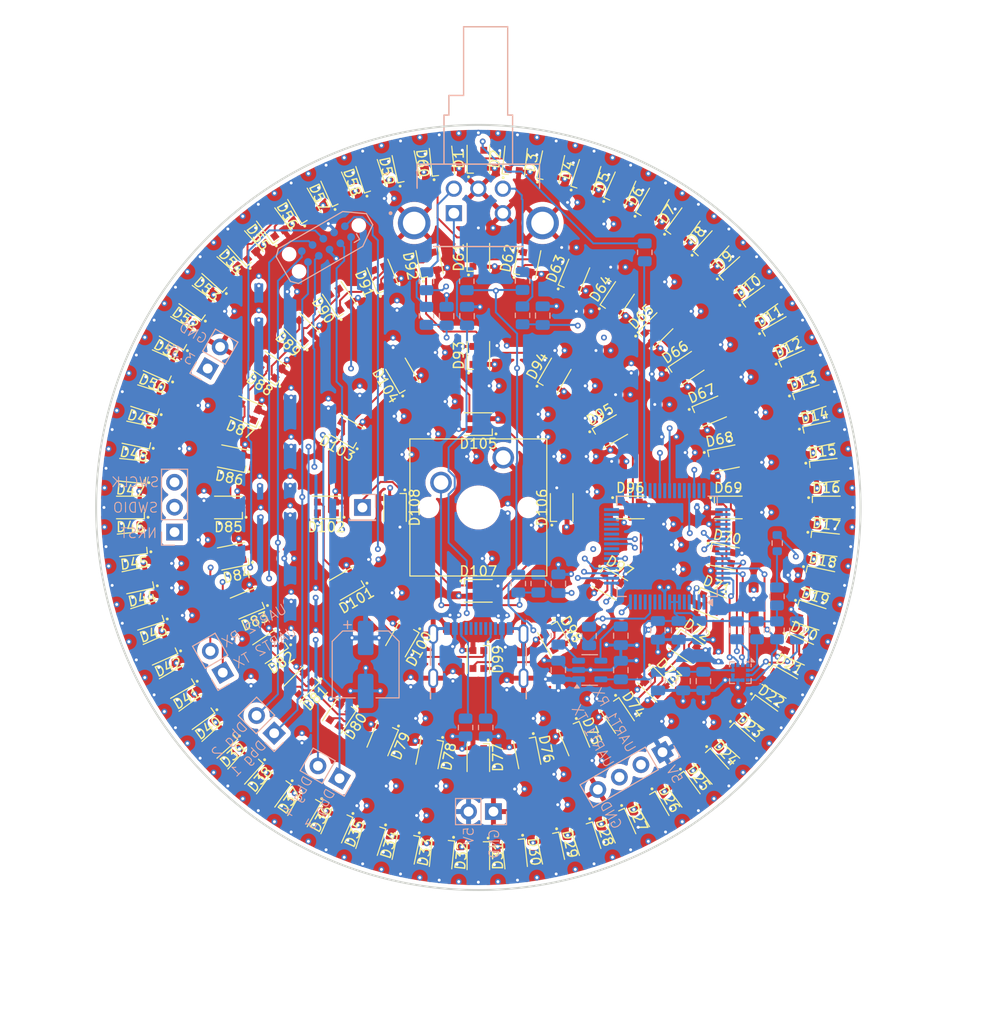
<source format=kicad_pcb>
(kicad_pcb (version 20240108) (generator "pcbnew") (generator_version "8.0")
  (layers (0 "F.Cu" signal) (1 "In1.Cu" signal) (2 "In2.Cu" signal) (31 "B.Cu" signal) (34 "B.Paste" user) (35 "F.Paste" user) (36 "B.SilkS" user "B.Silkscreen") (37 "F.SilkS" user "F.Silkscreen") (38 "B.Mask" user) (39 "F.Mask" user) (44 "Edge.Cuts" user))
  (net 0 "")
  (net 1 "Net-(D1-DOUT)")
  (net 2 "GND")
  (net 3 "TIM1_CH1 (RgbLed Outer Ring)")
  (net 4 "+5V")
  (net 7 "/µC & Debug Connector/GPIO_OUT (Blinky Led)")
  (net 8 "+3V3")
  (net 9 "/µC & Debug Connector/SWDIO")
  (net 15 "GPIO_IN (Trigger Btn)")
  (net 22 "EXTI9 (Accelerometer)")
  (net 32 "/µC & Debug Connector/SWCLK")
  (net 33 "TIM2_CH2 (Encoder Dial)")
  (net 35 "GPIO_IN (Encoder BTN)")
  (net 38 "EXTI8 (Accelerometer)")
  (net 39 "/µC & Debug Connector/GPIO (Debug 4)")
  (net 43 "/µC & Debug Connector/USART1_TX (External MCU)")
  (net 45 "I2C1_SCL (Accelerometer)")
  (net 48 "/µC & Debug Connector/USART2_TX (Debug)")
  (net 50 "Net-(IC1-BYP{slash}ADJ{slash}NC)")
  (net 54 "/µC & Debug Connector/GPIO (Debug 3)")
  (net 55 "/µC & Debug Connector/USART2_RX (Debug)")
  (net 56 "/µC & Debug Connector/NRST")
  (net 57 "/µC & Debug Connector/USART1_RX (External MCU)")
  (net 60 "I2C1_SDA (Accelerometer)")
  (net 61 "/µC & Debug Connector/GPIO (Debug 2)")
  (net 62 "TIM2_CH1 (Encoder Dial)")
  (net 63 "/µC & Debug Connector/GPIO (Debug 1)")
  (net 64 "Net-(U2-~{CS})")
  (net 65 "Net-(U2-SA0{slash}SDO)")
  (net 66 "Net-(D1-DIN)")
  (net 67 "Net-(D108-DOUT)")
  (net 68 "Net-(D109-A)")
  (net 69 "Net-(IC1-EN)")
  (net 70 "Net-(S1-CHANNEL_B)")
  (net 71 "Net-(S1-CHANNEL_A)")
  (net 72 "Net-(J8-CC2)")
  (net 73 "Net-(J8-CC1)")
  (net 74 "Net-(R5-Pad2)")
  (net 83 "Net-(D2-DOUT)")
  (net 84 "Net-(D3-DOUT)")
  (net 85 "Net-(D4-DOUT)")
  (net 86 "Net-(D5-DOUT)")
  (net 87 "Net-(D6-DOUT)")
  (net 88 "Net-(D7-DOUT)")
  (net 89 "Net-(D8-DOUT)")
  (net 90 "Net-(D10-DIN)")
  (net 91 "Net-(D10-DOUT)")
  (net 92 "Net-(D11-DOUT)")
  (net 93 "Net-(D12-DOUT)")
  (net 94 "Net-(D13-DOUT)")
  (net 95 "Net-(D14-DOUT)")
  (net 96 "Net-(D15-DOUT)")
  (net 97 "Net-(D16-DOUT)")
  (net 98 "Net-(D17-DOUT)")
  (net 99 "Net-(D18-DOUT)")
  (net 100 "Net-(D19-DOUT)")
  (net 101 "Net-(D20-DOUT)")
  (net 102 "Net-(D21-DOUT)")
  (net 103 "Net-(D22-DOUT)")
  (net 104 "Net-(D23-DOUT)")
  (net 105 "Net-(D24-DOUT)")
  (net 106 "Net-(D25-DOUT)")
  (net 107 "Net-(D26-DOUT)")
  (net 108 "Net-(D27-DOUT)")
  (net 109 "Net-(D28-DOUT)")
  (net 110 "Net-(D29-DOUT)")
  (net 111 "Net-(D30-DOUT)")
  (net 112 "Net-(D31-DOUT)")
  (net 113 "Net-(D32-DOUT)")
  (net 114 "Net-(D33-DOUT)")
  (net 115 "Net-(D34-DOUT)")
  (net 116 "Net-(D35-DOUT)")
  (net 117 "Net-(D36-DOUT)")
  (net 118 "Net-(D37-DOUT)")
  (net 119 "Net-(D38-DOUT)")
  (net 120 "Net-(D39-DOUT)")
  (net 121 "Net-(D40-DOUT)")
  (net 122 "Net-(D41-DOUT)")
  (net 123 "Net-(D42-DOUT)")
  (net 124 "Net-(D43-DOUT)")
  (net 125 "Net-(D44-DOUT)")
  (net 126 "Net-(D45-DOUT)")
  (net 127 "Net-(D46-DOUT)")
  (net 128 "Net-(D47-DOUT)")
  (net 129 "Net-(D48-DOUT)")
  (net 130 "Net-(D49-DOUT)")
  (net 131 "Net-(D50-DOUT)")
  (net 132 "Net-(D51-DOUT)")
  (net 133 "Net-(D52-DOUT)")
  (net 134 "Net-(D53-DOUT)")
  (net 135 "Net-(D54-DOUT)")
  (net 136 "Net-(D55-DOUT)")
  (net 137 "Net-(D56-DOUT)")
  (net 138 "Net-(D57-DOUT)")
  (net 139 "Net-(D58-DOUT)")
  (net 140 "Net-(D59-DOUT)")
  (net 141 "TIM1_CH1 (RgbLed Middle Ring)")
  (net 142 "Net-(D61-DOUT)")
  (net 143 "Net-(D62-DOUT)")
  (net 144 "Net-(D63-DOUT)")
  (net 145 "Net-(D64-DOUT)")
  (net 146 "Net-(D65-DOUT)")
  (net 147 "Net-(D66-DOUT)")
  (net 148 "Net-(D67-DOUT)")
  (net 149 "Net-(D68-DOUT)")
  (net 150 "Net-(D69-DOUT)")
  (net 151 "Net-(D70-DOUT)")
  (net 152 "Net-(D71-DOUT)")
  (net 153 "Net-(D72-DOUT)")
  (net 154 "Net-(D73-DOUT)")
  (net 155 "Net-(D74-DOUT)")
  (net 156 "Net-(D75-DOUT)")
  (net 157 "Net-(D76-DOUT)")
  (net 158 "Net-(D77-DOUT)")
  (net 159 "Net-(D78-DOUT)")
  (net 160 "Net-(D79-DOUT)")
  (net 161 "Net-(D80-DOUT)")
  (net 162 "Net-(D81-DOUT)")
  (net 163 "Net-(D82-DOUT)")
  (net 164 "Net-(D83-DOUT)")
  (net 165 "Net-(D84-DOUT)")
  (net 166 "Net-(D85-DOUT)")
  (net 167 "Net-(D86-DOUT)")
  (net 168 "Net-(D87-DOUT)")
  (net 169 "Net-(D88-DOUT)")
  (net 170 "Net-(D89-DOUT)")
  (net 171 "Net-(D90-DOUT)")
  (net 172 "Net-(D91-DOUT)")
  (net 173 "TIM1_CH1 (RgbLed Inner Ring)")
  (net 174 "Net-(D93-DOUT)")
  (net 175 "Net-(D94-DOUT)")
  (net 176 "Net-(D95-DOUT)")
  (net 177 "Net-(D96-DOUT)")
  (net 178 "Net-(D97-DOUT)")
  (net 179 "Net-(D98-DOUT)")
  (net 180 "Net-(D100-DIN)")
  (net 181 "Net-(D100-DOUT)")
  (net 182 "Net-(D101-DOUT)")
  (net 183 "Net-(D102-DOUT)")
  (net 184 "Net-(D103-DOUT)")
  (net 185 "TIM1_CH1 (RgbLed Trigger Btn Light)")
  (net 186 "Net-(D105-DOUT)")
  (net 187 "Net-(D106-DOUT)")
  (net 188 "Net-(D107-DOUT)")
  (footprint "LED_SMD:LED_WS2812B-2020_PLCC4_2.0x2.0mm" (layer "F.Cu") (at 142.25 113.423394 -120)
    (property "Reference" "D100")
    (property "Value" "WS2812B-2020")
  )
  (footprint "LED_SMD:LED_WS2812B-2020_PLCC4_2.0x2.0mm" (layer "F.Cu") (at 150 108.5)
    (property "Reference" "D107")
    (property "Value" "WS2812B-2020")
  )
  (footprint "LED_SMD:LED_WS2812B-2020_PLCC4_2.0x2.0mm" (layer "F.Cu") (at 115.27576 92.619135 168)
    (property "Reference" "D48")
    (property "Value" "WS2812B-2020")
  )
  (footprint "LED_SMD:LED_WS2812B-2020_PLCC4_2.0x2.0mm" (layer "F.Cu") (at 173.754137 73.618359 48)
    (property "Reference" "D8")
    (property "Value" "WS2812B-2020")
  )
  (footprint "LED_SMD:LED_WS2812B-2020_PLCC4_2.0x2.0mm" (layer "F.Cu") (at 142.619135 65.27576 102)
    (property "Reference" "D59")
    (property "Value" "WS2812B-2020")
  )
  (footprint "LED_SMD:LED_WS2812B-2020_PLCC4_2.0x2.0mm" (layer "F.Cu") (at 182.430864 114.439151 -24)
    (property "Reference" "D20")
    (property "Value" "WS2812B-2020")
  )
  (footprint "LED_SMD:LED_WS2812B-2020_PLCC4_2.0x2.0mm" (layer "F.Cu") (at 171.202475 114.167041 -33.75)
    (property "Reference" "D72")
    (property "Value" "WS2812B-2020")
  )
  (footprint "LED_SMD:LED_WS2812B-2020_PLCC4_2.0x2.0mm" (layer "F.Cu") (at 160.970103 66.237494 72)
    (property "Reference" "D4")
    (property "Value" "WS2812B-2020")
  )
  (footprint "LED_SMD:LED_WS2812B-2020_PLCC4_2.0x2.0mm" (layer "F.Cu") (at 158.5 100 90)
    (property "Reference" "D106")
    (property "Value" "WS2812B-2020")
  )
  (footprint "LED_SMD:LED_WS2812B-2020_PLCC4_2.0x2.0mm" (layer "F.Cu") (at 175.5 100)
    (property "Reference" "D69")
    (property "Value" "WS2812B-2020")
  )
  (footprint "LED_SMD:LED_WS2812B-2020_PLCC4_2.0x2.0mm" (layer "F.Cu") (at 165.5 100)
    (property "Reference" "D96")
    (property "Value" "WS2812B-2020")
  )
  (footprint "LED_SMD:LED_WS2812B-2020_PLCC4_2.0x2.0mm" (layer "F.Cu") (at 175.010025 95.025197 11.25)
    (property "Reference" "D68")
    (property "Value" "WS2812B-2020")
  )
  (footprint "LED_SMD:LED_WS2812B-2020_PLCC4_2.0x2.0mm" (layer "F.Cu") (at 119.256098 82.25 150)
    (property "Reference" "D51")
    (property "Value" "WS2812B-2020")
  )
  (footprint "LED_SMD:LED_WS2812B-2020_PLCC4_2.0x2.0mm" (layer "F.Cu") (at 170.866376 71.279897 54)
    (property "Reference" "D7")
    (property "Value" "WS2812B-2020")
  )
  (footprint "LED_SMD:LED_WS2812B-2020_PLCC4_2.0x2.0mm" (layer "F.Cu") (at 124.989975 104.974803 -168.75)
    (property "Reference" "D84")
    (property "Value" "WS2812B-2020")
  )
  (footprint "LED_SMD:LED_WS2812B-2020_PLCC4_2.0x2.0mm" (layer "F.Cu") (at 140.241572 76.441072 112.5)
    (property "Reference" "D91")
    (property "Value" "WS2812B-2020")
  )
  (footprint "LED_SMD:LED_WS2812B-2020_PLCC4_2.0x2.0mm" (layer "F.Cu") (at 164.167041 78.797525 56.25)
    (property "Reference" "D64")
    (property "Value" "WS2812B-2020")
  )
  (footprint "LED_SMD:LED_WS2812B-2020_PLCC4_2.0x2.0mm" (layer "F.Cu") (at 159.758428 76.441072 67.5)
    (property "Reference" "D63")
    (property "Value" "WS2812B-2020")
  )
  (footprint "Button_Switch_Keyboard:SW_Cherry_MX_1.00u_PCB" (layer "F.Cu") (at 152.54 94.92)
    (property "Reference" "SW1" (hide yes))
    (property "Value" "SW_Push" (hide yes))
  )
  (footprint "LED_SMD:LED_WS2812B-2020_PLCC4_2.0x2.0mm" (layer "F.Cu") (at 178.720103 79.133624 36)
    (property "Reference" "D10")
    (property "Value" "WS2812B-2020")
  )
  (footprint "LED_SMD:LED_WS2812B-2020_PLCC4_2.0x2.0mm" (layer "F.Cu") (at 135.560849 67.569136 114)
    (property "Reference" "D57")
    (property "Value" "WS2812B-2020")
  )
  (footprint "LED_SMD:LED_WS2812B-2020_PLCC4_2.0x2.0mm" (layer "F.Cu") (at 150 64.5 90)
    (property "Reference" "D1")
    (property "Value" "WS2812B-2020")
  )
  (footprint "LED_SMD:LED_WS2812B-2020_PLCC4_2.0x2.0mm" (layer "F.Cu") (at 129.133624 128.720103 -126)
    (property "Reference" "D37")
    (property "Value" "WS2812B-2020")
  )
  (footprint "LED_SMD:LED_WS2812B-2020_PLCC4_2.0x2.0mm" (layer "F.Cu") (at 150 84.5 90)
    (property "Reference" "D93")
    (property "Value" "WS2812B-2020")
  )
  (footprint "LED_SMD:LED_WS2812B-2020_PLCC4_2.0x2.0mm" (layer "F.Cu") (at 145.025197 74.989975 101.25)
    (property "Reference" "D92")
    (property "Value" "WS2812B-2020")
  )
  (footprint "LED_SMD:LED_WS2812B-2020_PLCC4_2.0x2.0mm" (layer "F.Cu") (at 153.71076 135.305527 -84)
    (property "Reference" "D30")
    (property "Value" "WS2812B-2020")
  )
  (footprint "LED_SMD:LED_WS2812B-2020_PLCC4_2.0x2.0mm" (layer "F.Cu") (at 116.237494 110.970103 -162)
    (property "Reference" "D43")
    (property "Value" "WS2812B-2020")
  )
  (footprint "LED_SMD:LED_WS2812B-2020_PLCC4_2.0x2.0mm" (layer "F.Cu") (at 131.968777 81.968777 135)
    (property "Reference" "D89")
    (property "Value" "WS2812B-2020")
  )
  (footprint "LED_SMD:LED_WS2812B-2020_PLCC4_2.0x2.0mm" (layer "F.Cu") (at 135.832959 121.202475 -123.75)
    (property "Reference" "D80")
    (property "Value" "WS2812B-2020")
  )
  (footprint "LED_SMD:LED_WS2812B-2020_PLCC4_2.0x2.0mm" (layer "F.Cu") (at 140.241572 123.558928 -112.5)
    (property "Reference" "D79")
    (property "Value" "WS2812B-2020")
  )
  (footprint "LED_SMD:LED_WS2812B-2020_PLCC4_2.0x2.0mm" (layer "F.Cu") (at 121.279897 79.133624 144)
    (property "Reference" "D52")
    (property "Value" "WS2812B-2020")
  )
  (footprint "LED_SMD:LED_WS2812B-2020_PLCC4_2.0x2.0mm" (layer "F.Cu") (at 132.25 69.256098 120)
    (property "Reference" "D56")
    (property "Value" "WS2812B-2020")
  )
  (footprint "LED_SMD:LED_WS2812B-2020_PLCC4_2.0x2.0mm" (layer "F.Cu") (at 116.237494 89.029897 162)
    (property "Reference" "D49")
    (property "Value" "WS2812B-2020")
  )
  (footprint "LED_SMD:LED_WS2812B-2020_PLCC4_2.0x2.0mm" (layer "F.Cu") (at 168.031223 118.031223 -45)
    (property "Reference" "D73")
    (property "Value" "WS2812B-2020")
  )
  (footprint "LED_SMD:LED_WS2812B-2020_PLCC4_2.0x2.0mm" (layer "F.Cu") (at 126.245863 73.618359 132)
    (property "Reference" "D54")
    (property "Value" "WS2812B-2020")
  )
  (footprint "LED_SMD:LED_WS2812B-2020_PLCC4_2.0x2.0mm" (layer "F.Cu") (at 154.974803 74.989975 78.75)
    (property "Reference" "D62")
    (property "Value" "WS2812B-2020")
  )
  (footprint "LED_SMD:LED_WS2812B-2020_PLCC4_2.0x2.0mm" (layer "F.Cu") (at 157.75 113.423394 -60)
    (property "Reference" "D98")
    (property "Value" "WS2812B-2020")
  )
  (footprint "LED_SMD:LED_WS2812B-2020_PLCC4_2.0x2.0mm" (layer "F.Cu") (at 124.989975 95.025197 168.75)
    (property "Reference" "D86")
    (property "Value" "WS2812B-2020")
  )
  (footprint "LED_SMD:LED_WS2812B-2020_PLCC4_2.0x2.0mm" (layer "F.Cu") (at 159.758428 123.558928 -67.5)
    (property "Reference" "D75")
    (property "Value" "WS2812B-2020")
  )
  (footprint "LED_SMD:LED_WS2812B-2020_PLCC4_2.0x2.0mm" (layer "F.Cu") (at 173.558928 109.758428 -22.5)
    (property "Reference" "D71")
    (property "Value" "WS2812B-2020")
  )
  (footprint "LED_SMD:LED_WS2812B-2020_PLCC4_2.0x2.0mm" (layer "F.Cu") (at 126.441072 109.758428 -157.5)
    (property "Reference" "D83")
    (property "Value" "WS2812B-2020")
  )
  (footprint "LED_SMD:LED_WS2812B-2020_PLCC4_2.0x2.0mm" (layer "F.Cu") (at 157.380865 134.72424 -78)
    (property "Reference" "D29")
    (property "Value" "WS2812B-2020")
  )
  (footprint "LED_SMD:LED_WS2812B-2020_PLCC4_2.0x2.0mm" (layer "F.Cu") (at 164.167041 121.202475 -56.25)
    (property "Reference" "D74")
    (property "Value" "WS2812B-2020")
  )
  (footprint "LED_SMD:LED_WS2812B-2020_PLCC4_2.0x2.0mm" (layer "F.Cu") (at 117.569136 114.439151 -156)
    (property "Reference" "D42")
    (property "Value" "WS2812B-2020")
  )
  (footprint "LED_SMD:LED_WS2812B-2020_PLCC4_2.0x2.0mm" (layer "F.Cu") (at 117.569136 85.560849 156)
    (property "Reference" "D50")
    (property "Value" "WS2812B-2020")
  )
  (footprint "LED_SMD:LED_WS2812B-2020_PLCC4_2.0x2.0mm" (layer "F.Cu") (at 150 91.5 180)
    (property "Reference" "D105")
    (property "Value" "WS2812B-2020")
  )
  (footprint "LED_SMD:LED_WS2812B-2020_PLCC4_2.0x2.0mm" (layer "F.Cu") (at 119.256098 117.75 -150)
    (property "Reference" "D41")
    (property "Value" "WS2812B-2020")
  )
  (footprint "LED_SMD:LED_WS2812B-2020_PLCC4_2.0x2.0mm" (layer "F.Cu") (at 114.694473 103.71076 -174)
    (property "Reference" "D45")
    (property "Value" "WS2812B-2020")
  )
  (footprint "LED_SMD:LED_WS2812B-2020_PLCC4_2.0x2.0mm" (layer "F.Cu") (at 178.720103 120.866376 -36)
    (property "Reference" "D22")
    (property "Value" "WS2812B-2020")
  )
  (footprint "LED_SMD:LED_WS2812B-2020_PLCC4_2.0x2.0mm" (layer "F.Cu") (at 126.245863 126.381641 -132)
    (property "Reference" "D38")
    (property "Value" "WS2812B-2020")
  )
  (footprint "LED_SMD:LED_WS2812B-2020_PLCC4_2.0x2.0mm" (layer "F.Cu") (at 139.029897 66.237494 108)
    (property "Reference" "D58")
    (property "Value" "WS2812B-2020")
  )
  (footprint "LED_SMD:LED_WS2812B-2020_PLCC4_2.0x2.0mm" (layer "F.Cu") (at 164.439151 67.569136 66)
    (property "Reference" "D5")
    (property "Value" "WS2812B-2020")
  )
  (footprint "LED_SMD:LED_WS2812B-2020_PLCC4_2.0x2.0mm" (layer "F.Cu") (at 160.970103 133.762506 -72)
    (property "Reference" "D28")
    (property "Value" "WS2812B-2020")
  )
  (footprint "LED_SMD:LED_WS2812B-2020_PLCC4_2.0x2.0mm" (layer "F.Cu") (at 183.762506 110.970103 -18)
    (property "Reference" "D19")
    (property "Value" "WS2812B-2020")
  )
  (footprint "LED_SMD:LED_WS2812B-2020_PLCC4_2.0x2.0mm" (layer "F.Cu") (at 136.576606 92.25 150)
    (property "Reference" "D103")
    (property "Value" "WS2812B-2020")
  )
  (footprint "LED_SMD:LED_WS2812B-2020_PLCC4_2.0x2.0mm" (layer "F.Cu") (at 124.5 100 180)
    (property "Reference" "D85")
    (property "Value" "WS2812B-2020")
  )
  (footprint "LED_SMD:LED_WS2812B-2020_PLCC4_2.0x2.0mm" (layer "F.Cu") (at 135.832959 78.797525 123.75)
    (property "Reference" "D90")
    (property "Value" "WS2812B-2020")
  )
  (footprint "LED_SMD:LED_WS2812B-2020_PLCC4_2.0x2.0mm" (layer "F.Cu") (at 123.618359 76.245863 138)
    (property "Reference" "D53")
    (property "Value" "WS2812B-2020")
  )
  (footprint "LED_SMD:LED_WS2812B-2020_PLCC4_2.0x2.0mm" (layer "F.Cu") (at 142.25 86.576606 120)
    (property "Reference" "D104")
    (property "Value" "WS2812B-2020")
  )
  (footprint "LED_SMD:LED_WS2812B-2020_PLCC4_2.0x2.0mm" (layer "F.Cu") (at 134.5 100 180)
    (property "Reference" "D102")
    (property "Value" "WS2812B-2020")
  )
  (footprint "LED_SMD:LED_WS2812B-2020_PLCC4_2.0x2.0mm" (layer "F.Cu") (at 141.5 100 -90)
    (property "Reference" "D108")
    (property "Value" "WS2812B-2020")
  )
  (footprint "LED_SMD:LED_WS2812B-2020_PLCC4_2.0x2.0mm" (layer "F.Cu") (at 131.968777 118.031223 -135)
    (property "Reference" "D81")
    (property "Value" "WS2812B-2020")
  )
  (footprint "LED_SMD:LED_WS2812B-2020_PLCC4_2.0x2.0mm" (layer "F.Cu") (at 176.381641 76.245863 42)
    (property "Reference" "D9")
    (property "Value" "WS2812B-2020")
  )
  (footprint "LED_SMD:LED_WS2812B-2020_PLCC4_2.0x2.0mm" (layer "F.Cu") (at 114.5 100 180)
    (property "Reference" "D46")
    (property "Value" "WS2812B-2020")
  )
  (footprint "LED_SMD:LED_WS2812B-2020_PLCC4_2.0x2.0mm" (layer "F.Cu") (at 157.75 86.576606 60)
    (property "Reference" "D94")
    (property "Value" "WS2812B-2020")
  )
  (footprint "LED_SMD:LED_WS2812B-2020_PLCC4_2.0x2.0mm" (layer "F.Cu") (at 123.618359 123.754137 -138)
    (property "Reference" "D39")
    (property "Value" "WS2812B-2020")
  )
  (footprint "LED_SMD:LED_WS2812B-2020_PLCC4_2.0x2.0mm" (layer "F.Cu") (at 150 135.5 -90)
    (property "Reference" "D31")
    (property "Value" "WS2812B-2020")
  )
  (footprint "LED_SMD:LED_WS2812B-2020_PLCC4_2.0x2.0mm" (layer "F.Cu") (at 139.029897 133.762506 -108)
    (property "Reference" "D34")
    (property "Value" "WS2812B-2020")
  )
  (footprint "LED_SMD:LED_WS2812B-2020_PLCC4_2.0x2.0mm" (layer "F.Cu") (at 173.754137 126.381641 -48)
    (property "Reference" "D24")
    (property "Value" "WS2812B-2020")
  )
  (footprint "LED_SMD:LED_WS2812B-2020_PLCC4_2.0x2.0mm" (layer "F.Cu") (at 168.031223 81.968777 45)
    (property "Reference" "D65")
    (property "Value" "WS2812B-2020")
  )
  (footprint "LED_SMD:LED_WS2812B-2020_PLCC4_2.0x2.0mm" (layer "F.Cu") (at 129.133624 71.279897 126)
    (property "Reference" "D55")
    (property "Value" "WS2812B-2020")
  )
  (footprint "LED_SMD:LED_WS2812B-2020_PLCC4_2.0x2.0mm" (layer "F.Cu") (at 163.423394 92.25 30)
    (property "Reference" "D95")
    (property "Value" "WS2812B-2020")
  )
  (footprint "LED_SMD:LED_WS2812B-2020_PLCC4_2.0x2.0mm" (layer "F.Cu") (at 184.72424 107.380865 -12)
    (property "Reference" "D18")
    (property "Value" "WS2812B-2020")
  )
  (footprint "LED_SMD:LED_WS2812B-2020_PLCC4_2.0x2.0mm" (layer "F.Cu") (at 163.423394 107.75 -30)
    (property "Reference" "D97")
    (property "Value" "WS2812B-2020")
  )
  (footprint "LED_SMD:LED_WS2812B-2020_PLCC4_2.0x2.0mm" (layer "F.Cu") (at 153.71076 64.694473 84)
    (property "Reference" "D2")
    (property "Value" "WS2812B-2020")
  )
  (footprint "LED_SMD:LED_WS2812B-2020_PLCC4_2.0x2.0mm" (layer "F.Cu") (at 145.025197 125.010025 -101.25)
    (property "Reference" "D78")
    (property "Value" "WS2812B-2020")
  )
  (footprint "LED_SMD:LED_WS2812B-2020_PLCC4_2.0x2.0mm" (layer "F.Cu") (at 132.25 130.743902 -120)
    (property "Reference" "D36")
    (property "Value" "WS2812B-2020")
  )
  (footprint "LED_SMD:LED_WS2812B-2020_PLCC4_2.0x2.0mm" (layer "F.Cu") (at 167.75 69.256098 60)
    (property "Reference" "D6")
    (property "Value" "WS2812B-2020")
  )
  (footprint "LED_SMD:LED_WS2812B-2020_PLCC4_2.0x2.0mm" (layer "F.Cu") (at 121.279897 120.866376 -144)
    (property "Reference" "D40")
    (property "Value" "WS2812B-2020")
  )
  (footprint "LED_SMD:LED_WS2812B-2020_PLCC4_2.0x2.0mm" (layer "F.Cu") (at 126.441072 90.241572 157.5)
    (property "Reference" "D87")
    (property "Value" "WS2812B-2020")
  )
  (footprint "LED_SMD:LED_WS2812B-2020_PLCC4_2.0x2.0mm" (layer "F.Cu") (at 114.694473 96.28924 174)
    (property "Reference" "D47")
    (property "Value" "WS2812B-2020")
  )
  (footprint "LED_SMD:LED_WS2812B-2020_PLCC4_2.0x2.0mm" (layer "F.Cu") (at 150 125.5 -90)
    (property "Reference" "D77")
    (property "Value" "WS2812B-2020")
  )
  (footprint "LED_SMD:LED_WS2812B-2020_PLCC4_2.0x2.0mm" (layer "F.Cu") (at 150 115.5 -90)
    (property "Reference" "D99")
    (property "Value" "WS2812B-2020")
  )
  (footprint "LED_SMD:LED_WS2812B-2020_PLCC4_2.0x2.0mm" (layer "F.Cu") (at 142.619135 134.72424 -102)
    (property "Reference" "D33")
    (property "Value" "WS2812B-2020")
  )
  (footprint "LED_SMD:LED_WS2812B-2020_PLCC4_2.0x2.0mm" (layer "F.Cu") (at 115.27576 107.380865 -168)
    (property "Reference" "D44")
    (property "Value" "WS2812B-2020")
  )
  (footprint "LED_SMD:LED_WS2812B-2020_PLCC4_2.0x2.0mm" (layer "F.Cu") (at 185.5 100)
    (property "Reference" "D16")
    (property "Value" "WS2812B-2020")
  )
  (footprint "LED_SMD:LED_WS2812B-2020_PLCC4_2.0x2.0mm" (layer "F.Cu") (at 154.974803 125.010025 -78.75)
    (property "Reference" "D76")
    (property "Value" "WS2812B-2020")
  )
  (footprint "LED_SMD:LED_WS2812B-2020_PLCC4_2.0x2.0mm" (layer "F.Cu") (at 184.72424 92.619135 12)
    (property "Reference" "D14")
    (property "Value" "WS2812B-2020")
  )
  (footprint "LED_SMD:LED_WS2812B-2020_PLCC4_2.0x2.0mm" (layer "F.Cu") (at 170.866376 128.720103 -54)
    (property "Reference" "D25")
    (property "Value" "WS2812B-2020")
  )
  (footprint "LED_SMD:LED_WS2812B-2020_PLCC4_2.0x2.0mm" (layer "F.Cu") (at 128.797525 114.167041 -146.25)
    (property "Reference" "D82")
    (property "Value" "WS2812B-2020")
  )
  (footprint "LED_SMD:LED_WS2812B-2020_PLCC4_2.0x2.0mm" (layer "F.Cu") (at 164.439151 132.430864 -66)
    (property "Reference" "D27")
    (property "Value" "WS2812B-2020")
  )
  (footprint "LED_SMD:LED_WS2812B-2020_PLCC4_2.0x2.0mm" (layer "F.Cu") (at 185.305527 103.71076 -6)
    (property "Reference" "D17")
    (property "Value" "WS2812B-2020")
  )
  (footprint "LED_SMD:LED_WS2812B-2020_PLCC4_2.0x2.0mm" (layer "F.Cu") (at 146.28924 135.305527 -96)
    (property "Reference" "D32")
    (property "Value" "WS2812B-2020")
  )
  (footprint "LED_SMD:LED_WS2812B-2020_PLCC4_2.0x2.0mm" (layer "F.Cu") (at 135.560849 132.430864 -114)
    (property "Reference" "D35")
    (property "Value" "WS2812B-2020")
  )
  (footprint "LED_SMD:LED_WS2812B-2020_PLCC4_2.0x2.0mm" (layer "F.Cu") (at 157.380865 65.27576 78)
    (property "Reference" "D3")
    (property "Value" "WS2812B-2020")
  )
  (footprint "LED_SMD:LED_WS2812B-2020_PLCC4_2.0x2.0mm" (layer "F.Cu") (at 173.558928 90.241572 22.5)
    (property "Reference" "D67")
    (property "Value" "WS2812B-2020")
  )
  (footprint "LED_SMD:LED_WS2812B-2020_PLCC4_2.0x2.0mm" (layer "F.Cu") (at 183.762506 89.029897 18)
    (property "Reference" "D13")
    (property "Value" "WS2812B-2020")
  )
  (footprint "LED_SMD:LED_WS2812B-2020_PLCC4_2.0x2.0mm" (layer "F.Cu") (at 167.75 130.743902 -60)
    (property "Reference" "D26")
    (property "Value" "WS2812B-2020")
  )
  (footprint "LED_SMD:LED_WS2812B-2020_PLCC4_2.0x2.0mm" (layer "F.Cu") (at 185.305527 96.28924 6)
    (property "Reference" "D15")
    (property "Value" "WS2812B-2020")
  )
  (footprint "LED_SMD:LED_WS2812B-2020_PLCC4_2.0x2.0mm" (layer "F.Cu") (at 180.743902 82.25 30)
    (property "Reference" "D11")
    (property "Value" "WS2812B-2020")
  )
  (footprint "LED_SMD:LED_WS2812B-2020_PLCC4_2.0x2.0mm" (layer "F.Cu") (at 176.381641 123.754137 -42)
    (property "Reference" "D23")
    (property "Value" "WS2812B-2020")
  )
  (footprint "LED_SMD:LED_WS2812B-2020_PLCC4_2.0x2.0mm" (layer "F.Cu") (at 171.202475 85.832959 33.75)
    (property "Reference" "D66")
    (property "Value" "WS2812B-2020")
  )
  (footprint "LED_SMD:LED_WS2812B-2020_PLCC4_2.0x2.0mm" (layer "F.Cu") (at 150 74.5 90)
    (property "Reference" "D61")
    (property "Value" "WS2812B-2020")
  )
  (footprint "LED_SMD:LED_WS2812B-2020_PLCC4_2.0x2.0mm" (layer "F.Cu") (at 136.576606 107.75 -150)
    (property "Reference" "D101")
    (property "Value" "WS2812B-2020")
  )
  (footprint "LED_SMD:LED_WS2812B-2020_PLCC4_2.0x2.0mm" (layer "F.Cu") (at 146.28924 64.694473 96)
    (property "Reference" "D60")
    (property "Value" "WS2812B-2020")
  )
  (footprint "LED_SMD:LED_WS2812B-2020_PLCC4_2.0x2.0mm" (layer "F.Cu") (at 128.797525 85.832959 146.25)
    (property "Reference" "D88")
    (property "Value" "WS2812B-2020")
  )
  (footprint "LED_SMD:LED_WS2812B-2020_PLCC4_2.0x2.0mm" (layer "F.Cu") (at 175.010025 104.974803 -11.25)
    (property "Reference" "D70")
    (property "Value" "WS2812B-2020")
  )
  (footprint "LED_SMD:LED_WS2812B-2020_PLCC4_2.0x2.0mm" (layer "F.Cu") (at 182.430864 85.560849 24)
    (property "Reference" "D12")
    (property "Value" "WS2812B-2020")
  )
  (footprint "LED_SMD:LED_WS2812B-2020_PLCC4_2.0x2.0mm" (layer "F.Cu") (at 180.743902 117.75 -30)
    (property "Reference" "D21")
    (property "Value" "WS2812B-2020")
  )
  (footprint "Capacitor_SMD:C_0805_2012Metric" (layer "B.Cu") (at 170.8912 117.7 90)
    (property "Reference" "C16" (hide yes))
    (property "Value" "100n" (hide yes))
  )
  (footprint "Resistor_SMD:R_0805_2012Metric" (layer "B.Cu") (at 182.499 112.5239 90)
    (property "Reference" "R4" (hide yes))
    (property "Value" "5k1" (hide yes))
  )
  (footprint "Capacitor_SMD:C_0805_2012Metric" (layer "B.Cu") (at 156.5656 80.4418 -90)
    (property "Reference" "C27" (hide yes))
    (property "Value" "100n")
  )
  (footprint "Resistor_SMD:R_0805_2012Metric" (layer "B.Cu") (at 158.1603 113.0618 90)
    (property "Reference" "R14" (hide yes))
    (property "Value" "5k1" (hide yes))
  )
  (footprint "Capacitor_SMD:C_0805_2012Metric" (layer "B.Cu") (at 168.3347 117.7 90)
    (property "Reference" "C15" (hide yes))
    (property "Value" "1u" (hide yes))
  )
  (footprint "Capacitor_SMD:C_0805_2012Metric" (layer "B.Cu") (at 168.316 112.522 90)
    (property "Reference" "C21" (hide yes))
    (property "Value" "100n" (hide yes))
  )
  (footprint "Capacitor_SMD:CP_Elec_6.3x5.8" (layer "B.Cu") (at 138.5 116 -90)
    (property "Reference" "C30" (hide yes))
    (property "Value" "330u" (hide yes))
  )
  (footprint "Resistor_SMD:R_0805_2012Metric" (layer "B.Cu") (at 178.435 112.5239 -90)
    (property "Reference" "R1" (hide yes))
    (property "Value" "5k1" (hide yes))
  )
  (footprint "Resistor_SMD:R_0805_2012Metric" (layer "B.Cu") (at 180.467 109.0676 90)
    (property "Reference" "R13" (hide yes))
    (property "Value" "270")
  )
  (footprint "Package_LGA:LGA-12_2x2mm_P0.5mm" (layer "B.Cu") (at 176.7292 116.8405 180)
    (property "Reference" "U2" (hide yes))
    (property "Value" "LIS2HH12" (hide yes))
  )
  (footprint "Capacitor_SMD:C_0805_2012Metric" (layer "B.Cu") (at 161.29 113.1062 90)
    (property "Reference" "C31" (hide yes))
    (property "Value" "100n" (hide yes))
  )
  (footprint "Connector_PinHeader_2.54mm:PinHeader_1x02_P2.54mm_Vertical" (layer "B.Cu") (at 135.833679 127.616788 60)
    (property "Reference" "J6" (hide yes))
    (property "Value" "Conn_01x02_Pin" (hide yes))
  )
  (footprint "Resistor_SMD:R_0805_2012Metric" (layer "B.Cu") (at 148.8186 76.9366 90)
    (property "Reference" "R10" (hide yes))
    (property "Value" "5k1")
  )
  (footprint "Resistor_SMD:R_0805_2012Metric" (layer "B.Cu") (at 180.467 112.5239 -90)
    (property "Reference" "R2" (hide yes))
    (property "Value" "5k1" (hide yes))
  )
  (footprint "Rotary_Encoder:PEC12R-2220F-S0024" (layer "B.Cu") (at 150 67.5)
    (property "Reference" "S1" (hide yes))
    (property "Value" "PEC12R-2220F-S0024")
  )
  (footprint "Connector_PinHeader_2.54mm:PinHeader_1x02_P2.54mm_Vertical" (layer "B.Cu") (at 151.54 131 90)
    (property "Reference" "J4" (hide yes))
    (property "Value" "Conn_01x02_Pin" (hide yes))
  )
  (footprint "Resistor_SMD:R_0805_2012Metric" (layer "B.Cu") (at 176.3776 112.5239 -90)
    (property "Reference" "R3" (hide yes))
    (property "Value" "5k1" (hide yes))
  )
  (footprint "Resistor_SMD:R_0805_2012Metric" (layer "B.Cu") (at 154.5082 80.4164 90)
    (property "Reference" "R12" (hide yes))
    (property "Value" "5k1")
  )
  (footprint "Connector_PinHeader_2.54mm:PinHeader_1x02_P2.54mm_Vertical" (layer "B.Cu") (at 122.383212 85.833679 -30)
    (property "Reference" "J1" (hide yes))
    (property "Value" "Conn_01x02_Pin" (hide yes))
  )
  (footprint "Resistor_SMD:R_0805_2012Metric" (layer "B.Cu") (at 144.7038 80.4672 -90)
    (property "Reference" "R11" (hide yes))
    (property "Value" "5k1")
  )
  (footprint "Connector_PinHeader_2.54mm:PinHeader_1x03_P2.54mm_Vertical" (layer "B.Cu") (at 119 102.51)
    (property "Reference" "J3" (hide yes))
    (property "Value" "Conn_01x03_Pin" (hide yes))
  )
  (footprint "Resistor_SMD:R_0805_2012Metric" (layer "B.Cu") (at 154.5082 76.9112 90)
    (property "Reference" "R7" (hide yes))
    (property "Value" "5k1")
  )
  (footprint "Resistor_SMD:R_0805_2012Metric" (layer "B.Cu") (at 156.1084 107.7601 -90)
    (property "Reference" "R6" (hide yes))
    (property "Value" "5k1")
  )
  (footprint "Capacitor_SMD:C_0805_2012Metric" (layer "B.Cu") (at 164.5357 116.5772 90)
    (property "Reference" "C28" (hide yes))
    (property "Value" "1u" (hide yes))
  )
  (footprint "Connector_PinHeader_2.54mm:PinHeader_1x04_P2.54mm_Vertical" (layer "B.Cu") (at 168.790897 124.946788 120)
    (property "Reference" "J9" (hide yes))
    (property "Value" "Conn_01x04_Pin" (hide yes))
  )
  (footprint "Capacitor_SMD:C_0805_2012Metric" (layer "B.Cu") (at 172.9647 117.7 90)
    (property "Reference" "C17" (hide yes))
    (property "Value" "100n" (hide yes))
  )
  (footprint "Capacitor_SMD:C_0805_2012Metric" (layer "B.Cu") (at 146.7612 80.4926 -90)
    (property "Reference" "C26" (hide yes))
    (property "Value" "100n")
  )
  (footprint "Capacitor_SMD:C_0805_2012Metric" (layer "B.Cu") (at 164.5357 113.077 -90)
    (property "Reference" "C29" (hide yes))
    (property "Value" "100n" (hide yes))
  )
  (footprint "Connector:Tag-Connect_TC2050-IDC-NL_2x05_P1.27mm_Vertical" (layer "B.Cu") (at 134.5 73.153212 -150)
    (property "Reference" "J2" (hide yes))
    (property "Value" "Conn_01x10_Pin" (hide yes))
  )
  (footprint "Resistor_SMD:R_0805_2012Metric" (layer "B.Cu") (at 166.9796 73.9902 90)
    (property "Reference" "R8" (hide yes))
    (property "Value" "100")
  )
  (footprint "Resistor_SMD:R_0805_2012Metric" (layer "B.Cu") (at 154.0764 107.7601 -90)
    (property "Reference" "R5" (hide yes))
    (property "Value" "5k1")
  )
  (footprint "Capacitor_SMD:C_0805_2012Metric" (layer "B.Cu") (at 158.1603 116.567 90)
    (property "Reference" "C25" (hide yes))
    (property "Value" "1u" (hide yes))
  )
  (footprint "Package_TO_SOT_SMD:TSOT-23-5" (layer "B.Cu") (at 161.3607 116.567)
    (property "Reference" "IC1" (hide yes))
    (property "Value" "LDK120M33R" (hide yes))
  )
  (footprint "Connector_PinHeader_2.54mm:PinHeader_1x02_P2.54mm_Vertical" (layer "B.Cu") (at 129.168634 123.009255 45)
    (property "Reference" "J5" (hide yes))
    (property "Value" "Conn_01x02_Pin" (hide yes))
  )
  (footprint "Connector_PinHeader_2.54mm:PinHeader_1x01_P2.54mm_Vertical" (layer "B.Cu") (at 138.176 99.9998 180)
    (property "Reference" "J10" (hide yes))
    (property "Value" "Conn_01x01_Pin")
  )
  (footprint "Capacitor_SMD:C_0805_2012Metric" (layer "B.Cu") (at 148.844 80.4926 -90)
    (property "Reference" "C32" (hide yes))
    (property "Value" "100n")
  )
  (footprint "Package_QFP:LQFP-64_10x10mm_P0.5mm" (layer "B.Cu") (at 169.2656 103.9622 90)
    (property "Reference" "U1" (hide yes))
    (property "Value" "STM32G071RBTx" (hide yes))
  )
  (footprint "Resistor_SMD:R_0805_2012Metric" (layer "B.Cu") (at 148.695 122.428 -90)
    (property "Reference" "R15" (hide yes))
    (property "Value" "5k1" (hide yes))
  )
  (footprint "Connector_PinHeader_2.54mm:PinHeader_1x02_P2.54mm_Vertical" (layer "B.Cu") (at 123.923212 116.833679 30)
    (property "Reference" "J7" (hide yes))
    (property "Value" "Conn_01x02_Pin" (hide yes))
  )
  (footprint "Connector_Molex:MOLEX_2171800001" (layer "B.Cu") (at 150 119.5 180)
    (property "Reference" "J8" (hide yes))
    (property "Value" "2171800001")
  )
  (footprint "Resistor_SMD:R_0805_2012Metric" (layer "B.Cu") (at 150.749 122.428 -90)
    (property "Reference" "R16" (hide yes))
    (property "Value" "5k1" (hide yes))
  )
  (footprint "Resistor_SMD:R_0805_2012Metric" (layer "B.Cu") (at 144.7038 76.9366 90)
    (property "Reference" "R9" (hide yes))
    (property "Value" "5k1")
  )
  (footprint "Capacitor_SMD:C_0805_2012Metric" (layer "B.Cu") (at 172.5422 112.522 90)
    (property "Reference" "C18" (hide yes))
    (property "Value" "1u" (hide yes))
  )
  (footprint "Resistor_SMD:R_0603_1608Metric" (layer "B.Cu") (at 180.4924 103.632 -90)
    (property "Reference" "D109" (hide yes))
    (property "Value" "LED")
  )
  (footprint "Capacitor_SMD:C_0805_2012Metric" (layer "B.Cu") (at 170.434 112.522 90)
    (property "Reference" "C19" (hide yes))
    (property "Value" "100n" (hide yes))
  )
  (footprint "Capacitor_SMD:C_0805_2012Metric" (layer "B.Cu") (at 158.1658 107.7722 90)
    (property "Reference" "C22" (hide yes))
    (property "Value" "100n")
  )
  (gr_circle (center 150 100) (end 189 100) (stroke (width 0.2)) (fill none) (layer "Edge.Cuts"))
  (gr_text "UART2 TX\n\n" (at 132.48 114.36 30) (layer "B.SilkS") (effects (font (size 1 1) (thickness 0.1)) (justify left bottom mirror)))
  (gr_text "5V" (at 149.6 132.5 90) (layer "B.SilkS") (effects (font (size 1 1) (thickness 0.1)) (justify left bottom mirror)))
  (gr_text "UART1 TX\n" (at 162.97 126.73 300) (layer "B.SilkS") (effects (font (size 1 1) (thickness 0.1)) (justify left bottom mirror)))
  (gr_text "SWDIO\n" (at 117.4 100.6 0) (layer "B.SilkS") (effects (font (size 1 1) (thickness 0.1)) (justify left bottom mirror)))
  (gr_text "3.3V" (at 120.68 85.64 330) (layer "B.SilkS") (effects (font (size 1 1) (thickness 0.1)) (justify left bottom mirror)))
  (gr_text "UART2 RX\n\n" (at 131.47 112.09 30) (layer "B.SilkS") (effects (font (size 1 1) (thickness 0.1)) (justify left bottom mirror)))
  (gr_text "GND\n" (at 121.98 83.51 330) (layer "B.SilkS") (effects (font (size 1 1) (thickness 0.1)) (justify left bottom mirror)))
  (gr_text "5V" (at 169.98 128.35 -60) (layer "B.SilkS") (effects (font (size 1 1) (thickness 0.1)) (justify left bottom mirror)))
  (gr_text "Dbg 2\n\n" (at 127.8 123.6 45) (layer "B.SilkS") (effects (font (size 1 1) (thickness 0.1)) (justify left bottom mirror)))
  (gr_text "GND" (at 152.2 132.7 90) (layer "B.SilkS") (effects (font (size 1 1) (thickness 0.1)) (justify left bottom mirror)))
  (gr_text "GND" (at 163.8 133.03 300) (layer "B.SilkS") (effects (font (size 1 1) (thickness 0.1)) (justify left bottom mirror)))
  (gr_text "NRST\n" (at 117.3 103.2 0) (layer "B.SilkS") (effects (font (size 1 1) (thickness 0.1)) (justify left bottom mirror)))
  (gr_text "SWCLK\n" (at 117.5 98 0) (layer "B.SilkS") (effects (font (size 1 1) (thickness 0.1)) (justify left bottom mirror)))
  (gr_text "Dbg 3\n" (at 135.546346 129.035162 60) (layer "B.SilkS") (effects (font (size 1 1) (thickness 0.1)) (justify left bottom mirror)))
  (gr_text "UART1 RX\n" (at 165.2 125.2 300) (layer "B.SilkS") (effects (font (size 1 1) (thickness 0.1)) (justify left bottom mirror)))
  (gr_text "Dbg 4\n" (at 133.246346 127.735162 60) (layer "B.SilkS") (effects (font (size 1 1) (thickness 0.1)) (justify left bottom mirror)))
  (gr_text "Dbg 1\n\n" (at 129.7 125.5 45) (layer "B.SilkS") (effects (font (size 1 1) (thickness 0.1)) (justify left bottom mirror)))
  (segment (start 149.45 65.415) (end 149.45 65.215) (width 0.2) (layer "F.Cu") (net 1))
  (segment (start 153.783704 64.411663) (end 154.353391 63.841976) (width 0.2) (layer "F.Cu") (net 1))
  (segment (start 149.45 65.215) (end 150.253337 64.411663) (width 0.2) (layer "F.Cu") (net 1))
  (segment (start 150.253337 64.411663) (end 153.783704 64.411663) (width 0.2) (layer "F.Cu") (net 1))
  (segment (start 169.522767 115.033945) (end 170.136117 114.116003) (width 0.3) (layer "F.Cu") (net 2))
  (segment (start 117.612404 87.726999) (end 117.618824 87.7396) (width 0.3) (layer "F.Cu") (net 2))
  (segment (start 148.336 134.595) (end 148.346 134.585) (width 0.3) (layer "F.Cu") (net 2))
  (segment (start 122.990132 78.319365) (end 122.992344 78.333333) (width 0.3) (layer "F.Cu") (net 2))
  (segment (start 115.826879 105.57277) (end 116.056414 106.652645) (width 0.3) (layer "F.Cu") (net 2))
  (segment (start 116.596596 109.114305) (end 116.937751 110.164271) (width 0.3) (layer "F.Cu") (net 2))
  (segment (start 115.76845 94.728953) (end 115.77735 94.739944) (width 0.3) (layer "F.Cu") (net 2))
  (segment (start 137.716557 78.639406) (end 136.798615 79.252756) (width 0.3) (layer "F.Cu") (net 2))
  (segment (start 151.654 85.415) (end 150.55 85.415) (width 0.3) (layer "F.Cu") (net 2))
  (segment (start 160.936369 77.91938) (end 159.916406 77.496897) (width 0.3) (layer "F.Cu") (net 2))
  (segment (start 120.871851 81.261434) (end 120.875511 81.275094) (width 0.3) (layer "F.Cu") (net 2))
  (segment (start 182.280915 87.449085) (end 182.267712 87.444017) (width 0.3) (layer "F.Cu") (net 2))
  (segment (start 128.08802 73.177471) (end 128.08728 73.191594) (width 0.3) (layer "F.Cu") (net 2))
  (segment (start 171.666667 72.992344) (end 170.773512 72.343429) (width 0.3) (layer "F.Cu") (net 2))
  (segment (start 138.196019 91.275094) (end 137.644019 92.231186) (width 0.3) (layer "F.Cu") (net 2))
  (segment (start 144.42723 65.826879) (end 143.347355 66.056414) (width 0.3) (layer "F.Cu") (net 2))
  (segment (start 174.595662 124.385166) (end 174.594922 124.371043) (width 0.3) (layer "F.Cu") (net 2))
  (segment (start 151.654 65.415) (end 150.55 65.415) (width 0.3) (layer "F.Cu") (net 2))
  (segment (start 174.371044 75.405078) (end 173.550612 74.666358) (width 0.3) (layer "F.Cu") (net 2))
  (segment (start 174.005307 106.125273) (end 173.686509 106.444071) (width 0.3) (layer "F.Cu") (net 2))
  (segment (start 174.385166 75.404338) (end 174.371043 75.405078) (width 0.3) (layer "F.Cu") (net 2))
  (segment (start 184.23155 105.271047) (end 184.22265 105.260056) (width 0.3) (layer "F.Cu") (net 2))
  (segment (start 159.05 100.915) (end 159.05 101.95) (width 0.3) (layer "F.Cu") (net 2))
  (segment (start 125.628956 124.594922) (end 126.449388 125.333642) (width 0.3) (layer "F.Cu") (net 2))
  (segment (start 119.077773 84.422009) (end 118.628736 85.430563) (width 0.3) (layer "F.Cu") (net 2))
  (segment (start 148.346 134.585) (end 149.45 134.585) (width 0.3) (layer "F.Cu") (net 2))
  (segment (start 134.139906 69.221511) (end 133.183814 69.773511) (width 0.3) (layer "F.Cu") (net 2))
  (segment (start 159.107885 133.416004) (end 159.114305 133.403403) (width 0.3) (layer "F.Cu") (net 2))
  (segment (start 174.585 100.6494) (end 173.5328 101.7016) (width 0.3) (layer "F.Cu") (net 2))
  (segment (start 119.072705 84.408806) (end 119.077773 84.422009) (width 0.3) (layer "F.Cu") (net 2))
  (segment (start 174.005307 105.335727) (end 174.005307 106.125273) (width 0.3) (layer "F.Cu") (net 2))
  (segment (start 155.860094 113.457981) (end 156.816186 112.905981) (width 0.3) (layer "F.Cu") (net 2))
  (segment (start 121.04795 118.990439) (end 121.696865 119.883594) (width 0.3) (layer "F.Cu") (net 2))
  (segment (start 144.728953 134.23155) (end 144.739944 134.22265) (width 0.3) (layer "F.Cu") (net 2))
  (segment (start 161.803981 108.724906) (end 162.355981 107.768814) (width 0.3) (layer "F.Cu") (net 2))
  (segment (start 142.119825 76.653463) (end 141.099862 77.075946) (width 0.3) (layer "F.Cu") (net 2))
  (segment (start 140.892115 66.583996) (end 140.885695 66.596597) (width 0.3) (layer "F.Cu") (net 2))
  (segment (start 166.214666 118.553775) (end 166.995312 117.773129) (width 0.3) (layer "F.Cu") (net 2))
  (segment (start 162.555983 132.267712) (end 163.564537 131.818675) (width 0.3) (layer "F.Cu") (net 2))
  (segment (start 148.05 109.05) (end 148 109) (width 0.3) (layer "F.Cu") (net 2))
  (segment (start 178.547586 117.768814) (end 179.676489 117.768814) (width 0.3) (layer "F.Cu") (net 2))
  (segment (start 127.91938 89.063631) (end 127.496897 90.083594) (width 0.3) (layer "F.Cu") (net 2))
  (segment (start 135.415 98.346) (end 135.415 99.45) (width 0.3) (layer "F.Cu") (net 2))
  (segment (start 184.585 101.654) (end 184.585 100.55) (width 0.3) (layer "F.Cu") (net 2))
  (segment (start 116.506949 91.179657) (end 116.514651 91.191518) (width 0.3) (layer "F.Cu") (net 2))
  (segment (start 134.143566 69.207851) (end 134.139906 69.221511) (width 0.3) (layer "F.Cu") (net 2))
  (segment (start 134.422009 130.922227) (end 135.430563 131.371264) (width 0.3) (layer "F.Cu") (net 2))
  (segment (start 180.5432 115.2144) (end 180.726301 115.2144) (width 0.3) (layer "F.Cu") (net 2))
  (segment (start 131.261434 129.128149) (end 131.275094 129.124489) (width 0.3) (layer "F.Cu") (net 2))
  (segment (start 168.553775 83.785334) (end 167.773129 83.004688) (width 0.3) (layer "F.Cu") (net 2))
  (segment (start 115.77735 94.739944) (end 115.661951 95.837896) (width 0.3) (layer "F.Cu") (net 2))
  (segment (start 128.639406 112.283443) (end 129.252756 113.201385) (width 0.3) (layer "F.Cu") (net 2))
  (segment (start 139.063631 122.08062) (end 140.083594 122.503103) (width 0.3) (layer "F.Cu") (net 2))
  (segment (start 162.273001 67.612404) (end 162.2604 67.618824) (width 0.3) (layer "F.Cu") (net 2))
  (segment (start 173.346537 92.119825) (end 172.924054 91.099862) (width 0.3) (layer "F.Cu") (net 2))
  (segment (start 183.403404 90.885695) (end 183.062249 89.835729) (width 0.3) (layer "F.Cu") (net 2))
  (segment (start 151.664 65.405) (end 151.654 65.415) (width 0.3) (layer "F.Cu") (net 2))
  (segment (start 126.210073 93.581486) (end 125.994693 94.664273) (width 0.3) (layer "F.Cu") (net 2))
  (segment (start 133.785334 81.446225) (end 133.004688 82.226871) (width 0.3) (layer "F.Cu") (net 2))
  (segment (start 159.05 101.95) (end 159 102) (width 0.3) (layer "F.Cu") (net 2))
  (segment (start 182.267712 87.444017) (end 181.818675 86.435463) (width 0.3) (layer "F.Cu") (net 2))
  (segment (start 125.404338 75.614834) (end 125.405078 75.628957) (width 0.3) (layer "F.Cu") (net 2))
  (segment (start 151.95 90.95) (end 152 91) (width 0.3) (layer "F.Cu") (net 2))
  (segment (start 148.038722 65.42058) (end 148.029822 65.431571) (width 0.3) (layer "F.Cu") (net 2))
  (segment (start 131.009561 71.04795) (end 130.116406 71.696865) (width 0.3) (layer "F.Cu") (net 2))
  (segment (start 168.724906 70.875511) (end 167.768814 70.323511) (width 0.3) (layer "F.Cu") (net 2))
  (segment (start 155.260056 65.77735) (end 154.162104 65.661951) (width 0.3) (layer "F.Cu") (net 2))
  (segment (start 184.56843 98.029822) (end 184.453031 96.93187) (width 0.3) (layer "F.Cu") (net 2))
  (segment (start 140.95 99.085) (end 140.95 98.05) (width 0.3) (layer "F.Cu") (net 2))
  (segment (start 164.856459 101.534646) (end 164.585 101.263187) (width 0.3) (layer "F.Cu") (net 2))
  (segment (start 123.191594 121.91272) (end 123.930314 122.733152) (width 0.3) (layer "F.Cu") (net 2))
  (segment (start 183.493051 108.820343) (end 183.485349 108.808482) (width 0.3) (layer "F.Cu") (net 2))
  (segment (start 131.011773 71.033982) (end 131.009561 71.04795) (width 0.3) (layer "F.Cu") (net 2))
  (segment (start 144.739944 134.22265) (end 145.837896 134.338049) (width 0.3) (layer "F.Cu") (net 2))
  (segment (start 155.565067 134.184981) (end 155.572769 134.17312) (width 0.3) (layer "F.Cu") (net 2))
  (segment (start 165.860094 130.778489) (end 166.816186 130.226489) (width 0.3) (layer "F.Cu") (net 2))
  (segment (start 125.415 98.346) (end 125.415 99.45) (width 0.3) (layer "F.Cu") (net 2))
  (segment (start 137.444017 67.732288) (end 136.435463 68.181325) (width 0.3) (layer "F.Cu") (net 2))
  (segment (start 171.4754 108.888704) (end 172.503102 109.916406) (width 0.3) (layer "F.Cu") (net 2))
  (segment (start 184.57942 98.038722) (end 184.568429 98.029822) (width 0.3) (layer "F.Cu") (net 2))
  (segment (start 174.594922 124.371044) (end 175.333642 123.550612) (width 0.3) (layer "F.Cu") (net 2))
  (segment (start 134.408806 130.927295) (end 134.422009 130.922227) (width 0.3) (layer "F.Cu") (net 2))
  (segment (start 168.738566 70.871851) (end 168.724906 70.875511) (width 0.3) (layer "F.Cu") (net 2))
  (segment (start 157.880175 123.346537) (end 158.900138 122.924054) (width 0.3) (layer "F.Cu") (net 2))
  (segment (start 115.415 98.346) (end 115.415 99.45) (width 0.3) (layer "F.Cu") (net 2))
  (segment (start 115.405 98.336) (end 115.415 98.346) (width 0.3) (layer "F.Cu") (net 2))
  (segment (start 117.732288 112.555983) (end 118.181325 113.564537) (width 0.3) (layer "F.Cu") (net 2))
  (segment (start 165.577991 69.077773) (end 164.569437 68.628736) (width 0.3) (layer "F.Cu") (net 2))
  (segment (start 174.585 100.55) (end 174.585 100.6494) (width 0.3) (layer "F.Cu") (net 2))
  (segment (start 131.446225 116.214666) (end 132.226871 116.995312) (width 0.3) (layer "F.Cu") (net 2))
  (segment (start 148.346 124.585) (end 149.45 124.585) (width 0.3) (layer "F.Cu") (net 2))
  (segment (start 162.550915 132.280915) (end 162.555983 132.267712) (width 0.3) (layer "F.Cu") (net 2))
  (segment (start 146.825923 75.564714) (end 145.743136 75.780094) (width 0.3) (layer "F.Cu") (net 2))
  (segment (start 115.815019 105.565067) (end 115.82688 105.572769) (width 0.3) (layer "F.Cu") (net 2))
  (segment (start 184.184981 94.434933) (end 184.17312 94.427231) (width 0.3) (layer "F.Cu") (net 2))
  (segment (start 176.5808 119.7356) (end 178.547586 117.768814) (width 0.3) (layer "F.Cu") (net 2))
  (segment (start 177.007656 121.666667) (end 177.656571 120.773512) (width 0.3) (layer "F.Cu") (net 2))
  (segment (start 120.875511 81.275094) (end 120.323511 82.231186) (width 0.3) (layer "F.Cu") (net 2))
  (segment (start 158.724906 88.196019) (end 157.768814 87.644019) (width 0.3) (layer "F.Cu") (net 2))
  (segment (start 117.618824 87.7396) (end 117.277669 88.789566) (width 0.3) (layer "F.Cu") (net 2))
  (segment (start 177.009868 121.680635) (end 177.007656 121.666667) (width 0.3) (layer "F.Cu") (net 2))
  (segment (start 168.988227 128.966018) (end 168.990439 128.95205) (width 0.3) (layer "F.Cu") (net 2))
  (segment (start 134.966055 119.522767) (end 135.883997 120.136117) (width 0.3) (layer "F.Cu") (net 2))
  (segment (start 184.595 101.664) (end 184.585 101.654) (width 0.3) (layer "F.Cu") (net 2))
  (segment (start 136.542019 105.860094) (end 137.094019 106.816186) (width 0.3) (layer "F.Cu") (net 2))
  (segment (start 174.435286 96.825923) (end 174.219906 95.743136) (width 0.3) (layer "F.Cu") (net 2))
  (segment (start 181.9148 110.402903) (end 182.722331 111.210434) (width 0.3) (layer "F.Cu") (net 2))
  (segment (start 158.820343 66.506949) (end 158.808482 66.514651) (width 0.3) (layer "F.Cu") (net 2))
  (segment (start 151.961278 134.57942) (end 151.970178 134.568429) (width 0.3) (layer "F.Cu") (net 2))
  (segment (start 119.207851 115.856434) (end 119.221511 115.860094) (width 0.3) (layer "F.Cu") (net 2))
  (segment (start 149.085 109.05) (end 148.05 109.05) (width 0.3) (layer "F.Cu") (net 2))
  (segment (start 153.174077 124.435286) (end 154.256864 124.219906) (width 0.3) (layer "F.Cu") (net 2))
  (segment (start 128.333333 127.007656) (end 129.226488 127.656571) (width 0.3) (layer "F.Cu") (net 2))
  (segment (start 140.885695 66.596596) (end 139.835729 66.937751) (width 0.3) (layer "F.Cu") (net 2))
  (segment (start 184.22265 105.260056) (end 184.338049 104.162104) (width 0.3) (layer "F.Cu") (net 2))
  (segment (start 141.275094 111.803981) (end 142.231186 112.355981) (width 0.3) (layer "F.Cu") (net 2))
  (segment (start 183.485349 108.808482) (end 183.714884 107.728607) (width 0.3) (layer "F.Cu") (net 2))
  (segment (start 171.360594 87.716557) (end 170.747244 86.798615) (width 0.3) (layer "F.Cu") (net 2))
  (segment (start 140.95 98.05) (end 141 98) (width 0.3) (layer "F.Cu") (net 2))
  (segment (start 180.726301 115.2144) (end 181.371264 114.569437) (width 0.3) (layer "F.Cu") (net 2))
  (segment (start 165.033945 80.477233) (end 164.116003 79.863883) (width 0.3) (layer "F.Cu") (net 2))
  (segment (start 164.585 101.263187) (end 164.585 100.55) (width 0.3) (layer "F.Cu") (net 2))
  (segment (start 176.808406 78.08728) (end 176.069686 77.266848) (width 0.3) (layer "F.Cu") (net 2))
  (segment (start 151.970178 134.56843) (end 153.06813 134.453031) (width 0.3) (layer "F.Cu") (net 2))
  (segment (start 176.822529 78.08802) (end 176.808406 78.08728) (width 0.3) (layer "F.Cu") (net 2))
  (segment (start 137.7396 132.381176) (end 138.789566 132.722331) (width 0.3) (layer "F.Cu") (net 2))
  (segment (start 159.114305 133.403404) (end 160.164271 133.062249) (width 0.3) (layer "F.Cu") (net 2))
  (segment (start 178.95205 81.009561) (end 178.303135 80.116406) (width 0.3) (layer "F.Cu") (net 2))
  (segment (start 171.91272 126.808406) (end 172.733152 126.069686) (width 0.3) (layer "F.Cu") (net 2))
  (segment (start 143.581486 123.789927) (end 144.664273 124.005307) (width 0.3) (layer "F.Cu") (net 2))
  (segment (start 119.221511 115.860094) (end 119.773511 116.816186) (width 0.3) (layer "F.Cu") (net 2))
  (segment (start 178.966018 81.011773) (end 178.95205 81.009561) (width 0.3) (layer "F.Cu") (net 2))
  (segment (start 137.726999 132.387596) (end 137.7396 132.381176) (width 0.3) (layer "F.Cu") (net 2))
  (segment (start 162.2604 67.618824) (end 161.210434 67.277669) (width 0.3) (layer "F.Cu") (net 2))
  (segment (start 148.029822 65.43157) (end 146.93187 65.546969) (width 0.3) (layer "F.Cu") (net 2))
  (segment (start 156.418514 76.210073) (end 155.335727 75.994693) (width 0.3) (layer "F.Cu") (net 2))
  (segment (start 171.4754 108.2548) (end 171.4754 108.888704) (width 0.3) (layer "F.Cu") (net 2))
  (segment (start 165.856434 130.792149) (end 165.860094 130.778489) (width 0.3) (layer "F.Cu") (net 2))
  (segment (start 122.992344 78.333333) (end 122.343429 79.226488) (width 0.3) (layer "F.Cu") (net 2))
  (segment (start 116.583996 109.107885) (end 116.596597 109.114305) (width 0.3) (layer "F.Cu") (net 2))
  (segment (start 141.179657 133.493051) (end 141.191518 133.485349) (width 0.3) (layer "F.Cu") (net 2))
  (segment (start 116.514651 91.191518) (end 116.285116 92.271393) (width 0.3) (layer "F.Cu") (net 2))
  (segment (start 155.57277 134.173121) (end 156.652645 133.943586) (width 0.3) (layer "F.Cu") (net 2))
  (segment (start 180.778489 84.139906) (end 180.226489 83.183814) (width 0.3) (layer "F.Cu") (net 2))
  (segment (start 184.173121 94.42723) (end 183.943586 93.347355) (width 0.3) (layer "F.Cu") (net 2))
  (segment (start 180.792149 84.143566) (end 180.778489 84.139906) (width 0.3) (layer "F.Cu") (net 2))
  (segment (start 171.91198 126.822529) (end 171.91272 126.808406) (width 0.3) (layer "F.Cu") (net 2))
  (segment (start 171.680635 72.990132) (end 171.666667 72.992344) (width 0.3) (layer "F.Cu") (net 2))
  (segment (start 128.08728 73.191594) (end 127.266848 73.930314) (width 0.3) (layer "F.Cu") (net 2))
  (segment (start 117.719085 112.550915) (end 117.732288 112.555983) (width 0.3) (layer "F.Cu") (net 2))
  (segment (start 183.416004 90.892115) (end 183.403403 90.885695) (width 0.3) (layer "F.Cu") (net 2))
  (segment (start 121.033982 118.988227) (end 121.04795 118.990439) (width 0.3) (layer "F.Cu") (net 2))
  (segment (start 144.139906 86.542019) (end 143.183814 87.094019) (width 0.3) (layer "F.Cu") (net 2))
  (segment (start 162.283443 121.360594) (end 163.201385 120.747244) (width 0.3) (layer "F.Cu") (net 2))
  (segment (start 131.275094 129.124489) (end 132.231186 129.676489) (width 0.3) (layer "F.Cu") (net 2))
  (segment (start 181.9148 110.3884) (end 181.9148 110.402903) (width 0.3) (layer "F.Cu") (net 2))
  (segment (start 144.434933 65.815019) (end 144.427231 65.82688) (width 0.3) (layer "F.Cu") (net 2))
  (segment (start 125.564714 103.174077) (end 125.780094 104.256864) (width 0.3) (layer "F.Cu") (net 2))
  (segment (start 123.177471 121.91198) (end 123.191594 121.91272) (width 0.3) (layer "F.Cu") (net 2))
  (segment (start 137.449085 67.719085) (end 137.444017 67.732288) (width 0.3) (layer "F.Cu") (net 2))
  (segment (start 115.42058 101.961278) (end 115.431571 101.970178) (width 0.3) (layer "F.Cu") (net 2))
  (segment (start 163.457981 94.139906) (end 162.905981 93.183814) (width 0.3) (layer "F.Cu") (net 2))
  (segment (start 158.808482 66.514651) (end 157.728607 66.285116) (width 0.3) (layer "F.Cu") (net 2))
  (segment (start 150.915 90.95) (end 151.95 90.95) (width 0.3) (layer "F.Cu") (net 2))
  (segment (start 126.653463 107.880175) (end 127.075946 108.900138) (width 0.3) (layer "F.Cu") (net 2))
  (segment (start 130.477233 84.966055) (end 129.863883 85.883997) (width 0.3) (layer "F.Cu") (net 2))
  (segment (start 115.43157 101.970178) (end 115.546969 103.06813) (width 0.3) (layer "F.Cu") (net 2))
  (segment (start 141.191518 133.485349) (end 142.271393 133.714884) (width 0.3) (layer "F.Cu") (net 2))
  (segment (start 148.346 114.585) (end 149.45 114.585) (width 0.3) (layer "F.Cu") (net 2))
  (segment (start 165.591194 69.072705) (end 165.577991 69.077773) (width 0.3) (layer "F.Cu") (net 2))
  (segment (start 128.319365 127.009868) (end 128.333333 127.007656) (width 0.3) (layer "F.Cu") (net 2))
  (segment (start 125.614834 124.595662) (end 125.628957 124.594922) (width 0.3) (layer "F.Cu") (net 2))
  (segment (start 168.990439 128.95205) (end 169.883594 128.303135) (width 0.3) (layer "F.Cu") (net 2))
  (segment (start 125.405078 75.628956) (end 124.666358 76.449388) (width 0.3) (layer "F.Cu") (net 2))
  (segment (start 151.654 75.415) (end 150.55 75.415) (width 0.3) (layer "F.Cu") (net 2))
  (segment (start 155.271047 65.76845) (end 155.260056 65.77735) (width 0.3) (layer "F.Cu") (net 2))
  (via (at 159.1 130.3) (size 0.6) (drill 0.3) (layers "F.Cu" "B.Cu") (net 2))
  (via (at 168.567917 83.785334) (size 0.6) (drill 0.3) (layers "F.Cu" "B.Cu") (net 2))
  (via (at 177.009868 121.680635) (size 0.6) (drill 0.3) (layers "F.Cu" "B.Cu") (net 2))
  (via (at 170.9 106.3) (size 0.6) (drill 0.3) (layers "F.Cu" "B.Cu") (net 2))
  (via (at 174 121.9) (size 0.6) (drill 0.3) (layers "F.Cu" "B.Cu") (net 2))
  (via (at 160.1 68.9) (size 0.6) (drill 0.3) (layers "F.Cu" "B.Cu") (net 2))
  (via (at 151.5 71.5) (size 0.6) (drill 0.3) (layers "F.Cu" "B.Cu") (net 2))
  (via (at 151.4 105.2) (size 0.6) (drill 0.3) (layers "F.Cu" "B.Cu") (net 2))
  (via (at 170 77) (size 0.6) (drill 0.3) (layers "F.Cu" "B.Cu") (net 2))
  (via (at 186.89573 109.88705) (size 0.6) (drill 0.3) (layers "F.Cu" "B.Cu") (net 2))
  (via (at 161.807641 108.738566) (size 0.6) (drill 0.3) (layers "F.Cu" "B.Cu") (net 2))
  (via (at 174.447044 96.83378) (size 0.6) (drill 0.3) (layers "F.Cu" "B.Cu") (net 2))
  (via (at 173.359602 92.125237) (size 0.6) (drill 0.3) (layers "F.Cu" "B.Cu") (net 2))
  (via (at 185.660735 86.312026) (size 0.6) (drill 0.3) (layers "F.Cu" "B.Cu") (net 2))
  (via (at 180.5432 115.2144) (size 0.6) (drill 0.3) (layers "F.Cu" "B.Cu") (net 2))
  (via (at 174.385166 75.404338) (size 0.6) (drill 0.3) (layers "F.Cu" "B.Cu") (net 2))
  (via (at 117.964428 120.803143) (size 0.6) (drill 0.3) (layers "F.Cu" "B.Cu") (net 2))
  (via (at 167.340552 134.034599) (size 0.6) (drill 0.3) (layers "F.Cu" "B.Cu") (net 2))
  (via (at 141.7 78.9) (size 0.6) (drill 0.3) (layers "F.Cu" "B.Cu") (net 2))
  (via (at 146.83378 75.552956) (size 0.6) (drill 0.3) (layers "F.Cu" "B.Cu") (net 2))
  (via (at 151.998264 138.145191) (size 0.6) (drill 0.3) (layers "F.Cu" "B.Cu") (net 2))
  (via (at 178.1 108.4) (size 0.6) (drill 0.3) (layers "F.Cu" "B.Cu") (net 2))
  (via (at 162 94.8) (size 0.6) (drill 0.3) (layers "F.Cu" "B.Cu") (net 2))
  (via (at 130.9 108.6) (size 0.6) (drill 0.3) (layers "F.Cu" "B.Cu") (net 2))
  (via (at 159.107885 133.416004) (size 0.6) (drill 0.3) (layers "F.Cu" "B.Cu") (net 2))
  (via (at 127.7 96.8) (size 0.6) (drill 0.3) (layers "F.Cu" "B.Cu") (net 2))
  (via (at 144.728953 134.23155) (size 0.6) (drill 0.3) (layers "F.Cu" "B.Cu") (net 2))
  (via (at 125.404338 75.614834) (size 0.6) (drill 0.3) (layers "F.Cu" "B.Cu") (net 2))
  (via (at 172.7 80) (size 0.6) (drill 0.3) (layers "F.Cu" "B.Cu") (net 2))
  (via (at 136.312026 64.339265) (size 0.6) (drill 0.3) (layers "F.Cu" "B.Cu") (net 2))
  (via (at 164.856459 101.534646) (size 0.6) (drill 0.3) (layers "F.Cu" "B.Cu") (net 2))
  (via (at 141 98) (size 0.6) (drill 0.3) (layers "F.Cu" "B.Cu") (net 2))
  (via (at 165.1 95.3) (size 0.6) (drill 0.3) (layers "F.Cu" "B.Cu") (net 2))
  (via (at 155.565067 134.184981) (size 0.6) (drill 0.3) (layers "F.Cu" "B.Cu") (net 2))
  (via (at 176.5808 119.7356) (size 0.6) (drill 0.3) (layers "F.Cu" "B.Cu") (net 2))
  (via (at 142.2 108.7) (size 0.6) (drill 0.3) (layers "F.Cu" "B.Cu") (net 2))
  (via (at 184.595 101.664) (size 0.6) (drill 0.3) (layers "F.Cu" "B.Cu") (net 2))
  (via (at 140.11295 136.89573) (size 0.6) (drill 0.3) (layers "F.Cu" "B.Cu") (net 2))
  (via (at 159.88705 63.10427) (size 0.6) (drill 0.3) (layers "F.Cu" "B.Cu") (net 2))
  (via (at 161.5 80) (size 0.6) (drill 0.3) (layers "F.Cu" "B.Cu") (net 2))
  (via (at 149.8 94.8) (size 0.6) (drill 0.3) (layers "F.Cu" "B.Cu") (net 2))
  (via (at 126.640398 107.874763) (size 0.6) (drill 0.3) (layers "F.Cu" "B.Cu") (net 2))
  (via (at 138.5062 116.3574) (size 0.6) (drill 0.3) (layers "F.Cu" "B.Cu") (net 2))
  (via (at 162.6 125.8) (size 0.6) (drill 0.3) (layers "F.Cu" "B.Cu") (net 2))
  (via (at 152.9 83.5) (size 0.6) (drill 0.3) (layers "F.Cu" "B.Cu") (net 2))
  (via (at 129.195449 132.034658) (size 0.6) (drill 0.3) (layers "F.Cu" "B.Cu") (net 2))
  (via (at 134.952185 119.525526) (size 0.6) (drill 0.3) (layers "F.Cu" "B.Cu") (net 2))
  (via (at 142.125237 76.640398) (size 0.6) (drill 0.3) (layers "F.Cu" "B.Cu") (net 2))
  (via (at 133.785334 81.432083) (size 0.6) (drill 0.3) (layers "F.Cu" "B.Cu") (net 2))
  (via (at 114.339867 86.310458) (size 0.6) (drill 0.3) (layers "F.Cu" "B.Cu") (net 2))
  (via (at 165.856434 130.792149) (size 0.6) (drill 0.3) (layers "F.Cu" "B.Cu") (net 2))
  (via (at 185.660133 113.689542) (size 0.6) (drill 0.3) (layers "F.Cu" "B.Cu") (net 2))
  (via (at 157.874763 123.359602) (size 0.6) (drill 0.3) (layers "F.Cu" "B.Cu") (net 2))
  (via (at 162.814 112.1664) (size 0.6) (drill 0.3) (layers "F.Cu" "B.Cu") (net 2))
  (via (at 163.471641 94.143566) (size 0.6) (drill 0.3) (layers "F.Cu" "B.Cu") (net 2))
  (via (at 151.664 85.405) (size 0.6) (drill 0.3) (layers "F.Cu" "B.Cu") (net 2))
  (via (at 186.896165 90.114572) (size 0.6) (drill 0.3) (layers "F.Cu" "B.Cu") (net 2))
  (via (at 132.657952 134.033836) (size 0.6) (drill 0.3) (layers "F.Cu" "B.Cu") (net 2))
  (via (at 119.072705 84.408806) (size 0.6) (drill 0.3) (layers "F.Cu" "B.Cu") (net 2))
  (via (at 152 91) (size 0.6) (drill 0.3) (layers "F.Cu" "B.Cu") (net 2))
  (via (at 140.114572 63.103835) (size 0.6) (drill 0.3) (layers "F.Cu" "B.Cu") (net 2))
  (via (at 137.9 87.6) (size 0.6) (drill 0.3) (layers "F.Cu" "B.Cu") (net 2))
  (via (at 182.6 106.9) (size 0.6) (drill 0.3) (layers "F.Cu" "B.Cu") (net 2))
  (via (at 126.202216 93.569727) (size 0.6) (drill 0.3) (layers "F.Cu" "B.Cu") (net 2))
  (via (at 153 99.6) (size 0.6) (drill 0.3) (layers "F.Cu" "B.Cu") (net 2))
  (via (at 155.856434 113.471641) (size 0.6) (drill 0.3) (layers "F.Cu" "B.Cu") (net 2))
  (via (at 131.432083 116.214666) (size 0.6) (drill 0.3) (layers "F.Cu" "B.Cu") (net 2))
  (via (at 163.8 71.1) (size 0.6) (drill 0.3) (layers "F.Cu" "B.Cu") (net 2))
  (via (at 120.871851 81.261434) (size 0.6) (drill 0.3) (layers "F.Cu" "B.Cu") (net 2))
  (via (at 170.2 92.8) (size 0.6) (drill 0.3) (layers "F.Cu" "B.Cu") (net 2))
  (via (at 179.685558 75.96219) (size 0.6) (drill 0.3) (layers "F.Cu" "B.Cu") (net 2))
  (via (at 162.1 98.4) (size 0.6) (drill 0.3) (layers "F.Cu" "B.Cu") (net 2))
  (via (at 176.822529 78.08802) (size 0.6) (drill 0.3) (layers "F.Cu" "B.Cu") (net 2))
  (via (at 122.4 103.3) (size 0.6) (drill 0.3) (layers "F.Cu" "B.Cu") (net 2))
  (via (at 122 98.3) (size 0.6) (drill 0.3) (layers "F.Cu" "B.Cu") (net 2))
  (via (at 177.8 86.7) (size 0.6) (drill 0.3) (layers "F.Cu" "B.Cu") (net 2))
  (via (at 125.1 80) (size 0.6) (drill 0.3) (layers "F.Cu" "B.Cu") (net 2))
  (via (at 134.408806 130.927295) (size 0.6) (drill 0.3) (layers "F.Cu" "B.Cu") (net 2))
  (via (at 179.9 100.5) (size 0.6) (drill 0.3) (layers "F.Cu" "B.Cu") (net 2))
  (via (at 120.315499 75.960885) (size 0.6) (drill 0.3) (layers "F.Cu" "B.Cu") (net 2))
  (via (at 148 109) (size 0.6) (drill 0.3) (layers "F.Cu" "B.Cu") (net 2))
  (via (at 168.5036 108.1278) (size 0.6) (drill 0.3) (layers "F.Cu" "B.Cu") (net 2))
  (via (at 151.664 65.405) (size 0.6) (drill 0.3) (layers "F.Cu" "B.Cu") (net 2))
  (via (at 166.116 115.5954) (size 0.6) (drill 0.3) (layers "F.Cu" "B.Cu") (net 2))
  (via (at 133.4 112.5) (size 0.6) (drill 0.3) (layers "F.Cu" "B.Cu") (net 2))
  (via (at 174.039115 70.315499) (size 0.6) (drill 0.3) (layers "F.Cu" "B.Cu") (net 2))
  (via (at 115.815019 105.565067) (size 0.6) (drill 0.3) (layers "F.Cu" "B.Cu") (net 2))
  (via (at 125.96219 70.314442) (size 0.6) (drill 0.3) (layers "F.Cu" "B.Cu") (net 2))
  (via (at 141.3 82.7) (size 0.6) (drill 0.3) (layers "F.Cu" "B.Cu") (net 2))
  (via (at 115.965401 117.340552) (size 0.6) (drill 0.3) (layers "F.Cu" "B.Cu") (net 2))
  (via (at 187.727352 94.025425) (size 0.6) (drill 0.3) (layers "F.Cu" "B.Cu") (net 2))
  (via (at 155.976234 62.272911) (size 0.6) (drill 0.3) (layers "F.Cu" "B.Cu") (net 2))
  (via (at 161.1 119.5) (size 0.6) (drill 0.3) (layers "F.Cu" "B.Cu") (net 2))
  (via (at 172.1 94.4) (size 0.6) (drill 0.3) (layers "F.Cu" "B.Cu") (net 2))
  (via (at 130.9 92.8) (size 0.6) (drill 0.3) (layers "F.Cu" "B.Cu") (net 2))
  (via (at 119.7 108.2) (size 0.6) (drill 0.3) (layers "F.Cu" "B.Cu") (net 2))
  (via (at 131.011773 71.033982) (size 0.6) (drill 0.3) (layers "F.Cu" "B.Cu") (net 2))
  (via (at 173.5328 101.7016) (size 0.6) (drill 0.3) (layers "F.Cu" "B.Cu") (net 2))
  (via (at 184.57942 98.038722) (size 0.6) (drill 0.3) (layers "F.Cu" "B.Cu") (net 2))
  (via (at 171.4754 108.2548) (size 0.6) (drill 0.3) (layers "F.Cu" "B.Cu") (net 2))
  (via (at 147.6 89.2) (size 0.6) (drill 0.3) (layers "F.Cu" "B.Cu") (net 2))
  (via (at 130.9 112.3) (size 0.6) (drill 0.3) (layers "F.Cu" "B.Cu") (net 2))
  (via (at 160 73.5) (size 0.6) (drill 0.3) (layers "F.Cu" "B.Cu") (net 2))
  (via (at 157.9626 79.4766) (size 0.6) (drill 0.3) (layers "F.Cu" "B.Cu") (net 2))
  (via (at 177.009114 127.010302) (size 0.6) (drill 0.3) (layers "F.Cu" "B.Cu") (net 2))
  (via (at 129.196857 67.964428) (size 0.6) (drill 0.3) (layers "F.Cu" "B.Cu") (net 2))
  (via (at 119.207851 115.856434) (size 0.6) (drill 0.3) (layers "F.Cu" "B.Cu") (net 2))
  (via (at 148.336 124.595) (size 0.6) (drill 0.3) (layers "F.Cu" "B.Cu") (net 2))
  (via (at 136.528359 105.856434) (size 0.6) (drill 0.3) (layers "F.Cu" "B.Cu") (net 2))
  (via (at 179.3 90.3) (size 0.6) (drill 0.3) (layers "F.Cu" "B.Cu") (net 2))
  (via (at 127.6 79.9) (size 0.6) (drill 0.3) (layers "F.Cu" "B.Cu") (net 2))
  (via (at 169.3164 112.4966) (size 0.6) (drill 0.3) (layers "F.Cu" "B.Cu") (net 2))
  (via (at 127.913968 89.050565) (size 0.6) (drill 0.3) (layers "F.Cu" "B.Cu") (net 2))
  (via (at 144.143566 86.528359) (size 0.6) (drill 0.3) (layers "F.Cu" "B.Cu") (net 2))
  (via (at 150.1648 79.5528) (size 0.6) (drill 0.3) (layers "F.Cu" "B.Cu") (net 2))
  (via (at 148.000059 138.145103) (size 0.6) (drill 0.3) (layers "F.Cu" "B.Cu") (net 2))
  (via (at 167.342048 65.966164) (size 0.6) (drill 0.3) (layers "F.Cu" "B.Cu") (net 2))
  (via (at 137.719316 78.625536) (size 0.6) (drill 0.3) (layers "F.Cu" "B.Cu") (net 2))
  (via (at 130.8 99.8) (size 0.6) (drill 0.3) (layers "F.Cu" "B.Cu") (net 2))
  (via (at 147.3708 123.317) (size 0.6) (drill 0.3) (layers "F.Cu" "B.Cu") (net 2))
  (via (at 183.493051 108.820343) (size 0.6) (drill 0.3) (layers "F.Cu" "B.Cu") (net 2))
  (via (at 120.5 94) (size 0.6) (drill 0.3) (layers "F.Cu" "B.Cu") (net 2))
  (via (at 160.949435 77.913968) (size 0.6) (drill 0.3) (layers "F.Cu" "B.Cu") (net 2))
  (via (at 151.999941 61.854897) (size 0.6) (drill 0.3) (layers "F.Cu" "B.Cu") (net 2))
  (via (at 158.1658 105.8164) (size 0.6) (drill 0.3) (layers "F.Cu" "B.Cu") (net 2))
  (via (at 138.192359 91.261434) (size 0.6) (drill 0.3) (layers "F.Cu" "B.Cu") (net 2))
  (via (at 131.2 105.2) (size 0.6) (drill 0.3) (layers "F.Cu" "B.Cu") (net 2))
  (via (at 113.103835 109.885428) (size 0.6) (drill 0.3) (layers "F.Cu" "B.Cu") (net 2))
  (via (at 135.405 98.336) (size 0.6) (drill 0.3) (layers "F.Cu" "B.Cu") (net 2))
  (via (at 179.684501 124.039115) (size 0.6) (drill 0.3) (layers "F.Cu" "B.Cu") (net 2))
  (via (at 180.792149 84.143566) (size 0.6) (drill 0.3) (layers "F.Cu" "B.Cu") (net 2))
  (via (at 163.068 113.9952) (size 0.6) (drill 0.3) (layers "F.Cu" "B.Cu") (net 2))
  (via (at 130.8 96.8) (size 0.6) (drill 0.3) (layers "F.Cu" "B.Cu") (net 2))
  (via (at 116.583996 109.107885) (size 0.6) (drill 0.3) (layers "F.Cu" "B.Cu") (net 2))
  (via (at 161.4424 116.5606) (size 0.6) (drill 0.3) (layers "F.Cu" "B.Cu") (net 2))
  (via (at 171.374464 87.719316) (size 0.6) (drill 0.3) (layers "F.Cu" "B.Cu") (net 2))
  (via (at 165.6 85.3) (size 0.6) (drill 0.3) (layers "F.Cu" "B.Cu") (net 2))
  (via (at 171.91198 126.822529) (size 0.6) (drill 0.3) (layers "F.Cu" "B.Cu") (net 2))
  (via (at 152.9 117.6) (size 0.6) (drill 0.3) (layers "F.Cu" "B.Cu") (net 2))
  (via (at 116.506949 91.179657) (size 0.6) (drill 0.3) (layers "F.Cu" "B.Cu") (net 2))
  (via (at 170.804551 67.965342) (size 0.6) (drill 0.3) (layers "F.Cu" "B.Cu") (net 2))
  (via (at 128.08802 73.177471) (size 0.6) (drill 0.3) (layers "F.Cu" "B.Cu") (net 2))
  (via (at 170.803143 132.035572) (size 0.6) (drill 0.3) (layers "F.Cu" "B.Cu") (net 2))
  (via (at 125.9 113.4) (size 0.6) (drill 0.3) (layers "F.Cu" "B.Cu") (net 2))
  (via (at 184.033836 117.342048) (size 0.6) (drill 0.3) (layers "F.Cu" "B.Cu") (net 2))
  (via (at 176.4792 118.3386) (size 0.6) (drill 0.3) (layers "F.Cu" "B.Cu") (net 2))
  (via (at 141.4 68.5) (size 0.6) (drill 0.3) (layers "F.Cu" "B.Cu") (net 2))
  (via (at 143.1 117.3) (size 0.6) (drill 0.3) (layers "F.Cu" "B.Cu") (net 2))
  (via (at 165.047815 80.474474) (size 0.6) (drill 0.3) (layers "F.Cu" "B.Cu") (net 2))
  (via (at 162.550915 132.280915) (size 0.6) (drill 0.3) (layers "F.Cu" "B.Cu") (net 2))
  (via (at 182.034658 120.804551) (size 0.6) (drill 0.3) (layers "F.Cu" "B.Cu") (net 2))
  (via (at 111.854897 98.000059) (size 0.6) (drill 0.3) (layers "F.Cu" "B.Cu") (net 2))
  (via (at 156.430273 76.202216) (size 0.6) (drill 0.3) (layers "F.Cu" "B.Cu") (net 2))
  (via (at 148.336 114.595) (size 0.6) (drill 0.3) (layers "F.Cu" "B.Cu") (net 2))
  (via (at 163.5 84) (size 0.6) (drill 0.3) (layers "F.Cu" "B.Cu") (net 2))
  (via (at 187.727089 105.976234) (size 0.6) (drill 0.3) (layers "F.Cu" "B.Cu") (net 2))
  (via (at 158.8 84) (size 0.6) (drill 0.3) (layers "F.Cu" "B.Cu") (net 2))
  (via (at 115.405 98.336) (size 0.6) (drill 0.3) (layers "F.Cu" "B.Cu") (net 2))
  (via (at 148.001736 61.854809) (size 0.6) (drill 0.3) (layers "F.Cu" "B.Cu") (net 2))
  (via (at 126.8 117.2) (size 0.6) (drill 0.3) (layers "F.Cu" "B.Cu") (net 2))
  (via (at 130.474474 84.952185) (size 0.6) (drill 0.3) (layers "F.Cu" "B.Cu") (net 2))
  (via (at 174.5 114.7) (size 0.6) (drill 0.3) (layers "F.Cu" "B.Cu") (net 2))
  (via (at 156.4 101.8) (size 0.6) (drill 0.3) (layers "F.Cu" "B.Cu") (net 2))
  (via (at 131.261434 129.128149) (size 0.6) (drill 0.3) (layers "F.Cu" "B.Cu") (net 2))
  (via (at 169.3926 108.1532) (size 0.6) (drill 0.3) (layers "F.Cu" "B.Cu") (net 2))
  (via (at 152.1 87.6) (size 0.6) (drill 0.3) (layers "F.Cu" "B.Cu") (net 2))
  (via (at 181.9148 110.3884) (size 0.6) (drill 0.3) (layers "F.Cu" "B.Cu") (net 2))
  (via (at 144.023766 137.727089) (size 0.6) (drill 0.3) (layers "F.Cu" "B.Cu") (net 2))
  (via (at 141.6 128.4) (size 0.6) (drill 0.3) (layers "F.Cu" "B.Cu") (net 2))
  (via (at 167.259 119.6594) (size 0.6) (drill 0.3) (layers "F.Cu" "B.Cu") (net 2))
  (via (at 157.1 90.5) (size 0.6) (drill 0.3) (layers "F.Cu" "B.Cu") (net 2))
  (via (at 117.965342 79.195449) (size 0.6) (drill 0.3) (layers "F.Cu" "B.Cu") (net 2))
  (via (at 183.416004 90.892115) (size 0.6) (drill 0.3) (layers "F.Cu" "B.Cu") (net 2))
  (via (at 135.509 74.6252) (size 0.6) (drill 0.3) (layers "F.Cu" "B.Cu") (net 2))
  (via (at 158.7 94.8) (size 0.6) (drill 0.3) (layers "F.Cu" "B.Cu") (net 2))
  (via (at 175.7 83.4) (size 0.6) (drill 0.3) (layers "F.Cu" "B.Cu") (net 2))
  (via (at 144.7 131.4) (size 0.6) (drill 0.3) (layers "F.Cu" "B.Cu") (net 2))
  (via (at 169.9 101.7) (size 0.6) (drill 0.3) (layers "F.Cu" "B.Cu") (net 2))
  (via (at 144.434933 65.815019) (size 0.6) (drill 0.3) (layers "F.Cu" "B.Cu") (net 2))
  (via (at 127.8 100) (size 0.6) (drill 0.3) (layers "F.Cu" "B.Cu") (net 2))
  (via (at 128.625536 112.280684) (size 0.6) (drill 0.3) (layers "F.Cu" "B.Cu") (net 2))
  (via (at 117.719085 112.550915) (size 0.6) (drill 0.3) (layers "F.Cu" "B.Cu") (net 2))
  (via (at 166.1668 114.046) (size 0.6) (drill 0.3) (layers "F.Cu" "B.Cu") (net 2))
  (via (at 158.738566 88.192359) (size 0.6) (drill 0.3) (layers "F.Cu" "B.Cu") (net 2))
  (via (at 174.595662 124.385166) (size 0.6) (drill 0.3) (layers "F.Cu" "B.Cu") (net 2))
  (via (at 171.680635 72.990132) (size 0.6) (drill 0.3) (layers "F.Cu" "B.Cu") (net 2))
  (via (at 120.314442 124.03781) (size 0.6) (drill 0.3) (layers "F.Cu" "B.Cu") (net 2))
  (via (at 173.686509 106.444071) (size 0.6) (drill 0.3) (layers "F.Cu" "B.Cu") (net 2))
  (via (at 148.038722 65.42058) (size 0.6) (drill 0.3) (layers "F.Cu" "B.Cu") (net 2))
  (via (at 140.892115 66.583996) (size 0.6) (drill 0.3) (layers "F.Cu" "B.Cu") (net 2))
  (via (at 117.612404 87.726999) (size 0.6) (drill 0.3) (layers "F.Cu" "B.Cu") (net 2))
  (via (at 146.6 84.2) (size 0.6) (drill 0.3) (layers "F.Cu" "B.Cu") (net 2))
  (via (at 173.3 100) (size 0.6) (drill 0.3) (layers "F.Cu" "B.Cu") (net 2))
  (via (at 159.4612 106.7816) (size 0.6) (drill 0.3) (layers "F.Cu" "B.Cu") (net 2))
  (via (at 141.261434 111.807641) (size 0.6) (drill 0.3) (layers "F.Cu" "B.Cu") (net 2))
  (via (at 121.033982 118.988227) (size 0.6) (drill 0.3) (layers "F.Cu" "B.Cu") (net 2))
  (via (at 122.990132 78.319365) (size 0.6) (drill 0.3) (layers "F.Cu" "B.Cu") (net 2))
  (via (at 128.319365 127.009868) (size 0.6) (drill 0.3) (layers "F.Cu" "B.Cu") (net 2))
  (via (at 132.659448 65.965401) (size 0.6) (drill 0.3) (layers "F.Cu" "B.Cu") (net 2))
  (via (at 188.145103 101.999941) (size 0.6) (drill 0.3) (layers "F.Cu" "B.Cu") (net 2))
  (via (at 155.974575 137.727352) (size 0.6) (drill 0.3) (layers "F.Cu" "B.Cu") (net 2))
  (via (at 165.591194 69.072705) (size 0.6) (drill 0.3) (layers "F.Cu" "B.Cu") (net 2))
  (via (at 148.336 134.595) (size 0.6) (drill 0.3) (layers "F.Cu" "B.Cu") (net 2))
  (via (at 147.4 116.7) (size 0.6) (drill 0.3) (layers "F.Cu" "B.Cu") (net 2))
  (via (at 112.272911 94.023766) (size 0.6) (drill 0.3) (layers "F.Cu" "B.Cu") (net 2))
  (via (at 168.738566 70.871851) (size 0.6) (drill 0.3) (layers "F.Cu" "B.Cu") (net 2))
  (via (at 125.960885 129.684501) (size 0.6) (drill 0.3) (layers "F.Cu" "B.Cu") (net 2))
  (via (at 157.1 92.8) (size 0.6) (drill 0.3) (layers "F.Cu" "B.Cu") (net 2))
  (via (at 161.9 90.9) (size 0.6) (drill 0.3) (layers "F.Cu" "B.Cu") (net 2))
  (via (at 158.7 127.2) (size 0.6) (drill 0.3) (layers "F.Cu" "B.Cu") (net 2))
  (via (at 141.179657 133.493051) (size 0.6) (drill 0.3) (layers "F.Cu" "B.Cu") (net 2))
  (via (at 139.050565 122.086032) (size 0.6) (drill 0.3) (layers "F.Cu" "B.Cu") (net 2))
  (via (at 169.7 121.8) (size 0.6) (drill 0.3) (layers "F.Cu" "B.Cu") (net 2))
  (via (at 131.5 78) (size 0.6) (drill 0.3) (layers "F.Cu" "B.Cu") (net 2))
  (via (at 144.6 121.5) (size 0.6) (drill 0.3) (layers "F.Cu" "B.Cu") (net 2))
  (via (at 170.7 103.8) (size 0.6) (drill 0.3) (layers "F.Cu" "B.Cu") (net 2))
  (via (at 122.4 89.6) (size 0.6) (drill 0.3) (layers "F.Cu" "B.Cu") (net 2))
  (via (at 151.664 75.405) (size 0.6) (drill 0.3) (layers "F.Cu" "B.Cu") (net 2))
  (via (at 168.3258 114.7318) (size 0.6) (drill 0.3) (layers "F.Cu" "B.Cu") (net 2))
  (via (at 152.0444 123.317) (size 0.6) (drill 0.3) (layers "F.Cu" "B.Cu") (net 2))
  (via (at 134.143566 69.207851) (size 0.6) (drill 0.3) (layers "F.Cu" "B.Cu") (net 2))
  (via (at 163.687974 135.660735) (size 0.6) (drill 0.3) (layers "F.Cu" "B.Cu") (net 2))
  (via (at 127.6 76.4) (size 0.6) (drill 0.3) (layers "F.Cu" "B.Cu") (net 2))
  (via (at 159.885428 136.896165) (size 0.6) (drill 0.3) (layers "F.Cu" "B.Cu") (net 2))
  (via (at 156.718 115.57) (size 0.6) (drill 0.3) (layers "F.Cu" "B.Cu") (net 2))
  (via (at 155.271047 65.76845) (size 0.6) (drill 0.3) (layers "F.Cu" "B.Cu") (net 2))
  (via (at 168.7 86.4) (size 0.6) (drill 0.3) (layers "F.Cu" "B.Cu") (net 2))
  (via (at 146.7612 78.359) (size 0.6) (drill 0.3) (layers "F.Cu" "B.Cu") (net 2))
  (via (at 153.16622 124.447044) (size 0.6) (drill 0.3) (layers "F.Cu" "B.Cu") (net 2))
  (via (at 130.9 87.8) (size 0.6) (drill 0.3) (layers "F.Cu" "B.Cu") (net 2))
  (via (at 133.4 108.2) (size 0.6) (drill 0.3) (layers "F.Cu" "B.Cu") (net 2))
  (via (at 165 75.5) (size 0.6) (drill 0.3) (layers "F.Cu" "B.Cu") (net 2))
  (via (at 111.854809 101.998264) (size 0.6) (drill 0.3) (layers "F.Cu" "B.Cu") (net 2))
  (via (at 136.310458 135.660133) (size 0.6) (drill 0.3) (layers "F.Cu" "B.Cu") (net 2))
  (via (at 134.7 88.9) (size 0.6) (drill 0.3) (layers "F.Cu" "B.Cu") (net 2))
  (via (at 168.988227 128.966018) (size 0.6) (drill 0.3) (layers "F.Cu" "B.Cu") (net 2))
  (via (at 158.820343 66.506949) (size 0.6) (drill 0.3) (layers "F.Cu" "B.Cu") (net 2))
  (via (at 120.8 111) (size 0.6) (drill 0.3) (layers "F.Cu" "B.Cu") (net 2))
  (via (at 162.273001 67.612404) (size 0.6) (drill 0.3) (layers "F.Cu" "B.Cu") (net 2))
  (via (at 123.177471 121.91198) (size 0.6) (drill 0.3) (layers "F.Cu" "B.Cu") (net 2))
  (via (at 115.76845 94.728953) (size 0.6) (drill 0.3) (layers "F.Cu" "B.Cu") (net 2))
  (via (at 182.280915 87.449085) (size 0.6) (drill 0.3) (layers "F.Cu" "B.Cu") (net 2))
  (via (at 142.4 90.7) (size 0.6) (drill 0.3) (layers "F.Cu" "B.Cu") (net 2))
  (via (at 132 123) (size 0.6) (drill 0.3) (layers "F.Cu" "B.Cu") (net 2))
  (via (at 173.9392 113.4872) (size 0.6) (drill 0.3) (layers "F.Cu" "B.Cu") (net 2))
  (via (at 182.035572 79.196857) (size 0.6) (drill 0.3) (layers "F.Cu" "B.Cu") (net 2))
  (via (at 143.569727 123.797784) (size 0.6) (drill 0.3) (layers "F.Cu" "B.Cu") (net 2))
  (via (at 184.184981 94.434933) (size 0.6) (drill 0.3) (layers "F.Cu" "B.Cu") (net 2))
  (via (at 162.280684 121.374464) (size 0.6) (drill 0.3) (layers "F.Cu" "B.Cu") (net 2))
  (via (at 172.974 119.8626) (size 0.6) (drill 0.3) (layers "F.Cu" "B.Cu") (net 2))
  (via (at 175.1838 117.602) (size 0.6) (drill 0.3) (layers "F.Cu" "B.Cu") (net 2))
  (via (at 144.025425 62.272648) (size 0.6) (drill 0.3) (layers "F.Cu" "B.Cu") (net 2))
  (via (at 154.7 128.7) (size 0.6) (drill 0.3) (layers "F.Cu" "B.Cu") (net 2))
  (via (at 156.6 121.5) (size 0.6) (drill 0.3) (layers "F.Cu" "B.Cu") (net 2))
  (via (at 146.7 128.4) (size 0.6) (drill 0.3) (layers "F.Cu" "B.Cu") (net 2))
  (via (at 143.2 94.6) (size 0.6) (drill 0.3) (layers "F.Cu" "B.Cu") (net 2))
  (via (at 161.9 87.6) (size 0.6) (drill 0.3) (layers "F.Cu" "B.Cu") (net 2))
  (via (at 122.989698 127.009114) (size 0.6) (drill 0.3) (layers "F.Cu" "B.Cu") (net 2))
  (via (at 114.339265 113.687974) (size 0.6) (drill 0.3) (layers "F.Cu" "B.Cu") (net 2))
  (via (at 165.5 88.5) (size 0.6) (drill 0.3) (layers "F.Cu" "B.Cu") (net 2))
  (via (at 113.10427 90.11295) (size 0.6) (drill 0.3) (layers "F.Cu" "B.Cu") (net 2))
  (via (at 138.6 130.4) (size 0.6) (drill 0.3) (layers "F.Cu" "B.Cu") (net 2))
  (via (at 184.034599 82.659448) (size 0.6) (drill 0.3) (layers "F.Cu" "B.Cu") (net 2))
  (via (at 125.614834 124.595662) (size 0.6) (drill 0.3) (layers "F.Cu" "B.Cu") (net 2))
  (via (at 179.9 95.4) (size 0.6) (drill 0.3) (layers "F.Cu" "B.Cu") (net 2))
  (via (at 137.449085 67.719085) (size 0.6) (drill 0.3) (layers "F.Cu" "B.Cu") (net 2))
  (via (at 174.03781 129.685558) (size 0.6) (drill 0.3) (layers "F.Cu" "B.Cu") (net 2))
  (via (at 137.726999 132.387596) (size 0.6) (drill 0.3) (layers "F.Cu" "B.Cu") (net 2))
  (via (at 188.145191 98.001736) (size 0.6) (drill 0.3) (layers "F.Cu" "B.Cu") (net 2))
  (via (at 115.966164 82.657952) (size 0.6) (drill 0.3) (layers "F.Cu" "B.Cu") (net 2))
  (via (at 115.42058 101.961278) (size 0.6) (drill 0.3) (layers "F.Cu" "B.Cu") (net 2))
  (via (at 170.8912 119.7356) (size 0.6) (drill 0.3) (layers "F.Cu" "B.Cu") (net 2))
  (via (at 122.990886 72.989698) (size 0.6) (drill 0.3) (layers "F.Cu" "B.Cu") (net 2))
  (via (at 169.5 89.5) (size 0.6) (drill 0.3) (layers "F.Cu" "B.Cu") (net 2))
  (via (at 112.272648 105.974575) (size 0.6) (drill 0.3) (layers "F.Cu" "B.Cu") (net 2))
  (via (at 136.9568 118.6942) (size 0.6) (drill 0.3) (layers "F.Cu" "B.Cu") (net 2))
  (via (at 125.552956 103.16622) (size 0.6) (drill 0.3) (layers "F.Cu" "B.Cu") (net 2))
  (via (at 119.7 105.7) (size 0.6) (drill 0.3) (layers "F.Cu" "B.Cu") (net 2))
  (via (at 145.9 92.5) (size 0.6) (drill 0.3) (layers "F.Cu" "B.Cu") (net 2))
  (via (at 184.23155 105.271047) (size 0.6) (drill 0.3) (layers "F.Cu" "B.Cu") (net 2))
  (via (at 139.8 105.3) (size 0.6) (drill 0.3) (layers "F.Cu" "B.Cu") (net 2))
  (via (at 159 102) (size 0.6) (drill 0.3) (layers "F.Cu" "B.Cu") (net 2))
  (via (at 125.405 98.336) (size 0.6) (drill 0.3) (layers "F.Cu" "B.Cu") (net 2))
  (via (at 151.961278 134.57942) (size 0.6) (drill 0.3) (layers "F.Cu" "B.Cu") (net 2))
  (via (at 178.966018 81.011773) (size 0.6) (drill 0.3) (layers "F.Cu" "B.Cu") (net 2))
  (via (at 169.525526 115.047815) (size 0.6) (drill 0.3) (layers "F.Cu" "B.Cu") (net 2))
  (via (at 166.214666 118.567917) (size 0.6) (drill 0.3) (layers "F.Cu" "B.Cu") (net 2))
  (via (at 139.9794 118.6942) (size 0.6) (drill 0.3) (layers "F.Cu" "B.Cu") (net 2))
  (via (at 160.401 113.0808) (size 0.6) (drill 0.3) (layers "F.Cu" "B.Cu") (net 2))
  (via (at 177.010302 72.990886) (size 0.6) (drill 0.3) (layers "F.Cu" "B.Cu") (net 2))
  (via (at 163.689542 64.339867) (size 0.6) (drill 0.3) (layers "F.Cu" "B.Cu") (net 2))
  (segment (start 134.8175 73.9337) (end 135.509 74.6252) (width 0.3) (layer "B.Cu") (net 2))
  (segment (start 156.5656 79.4918) (end 157.9474 79.4918) (width 0.3) (layer "B.Cu") (net 2))
  (segment (start 176.4792 117.603) (end 176.9542 117.603) (width 0.3) (layer "B.Cu") (net 2))
  (segment (start 182.499 110.9726) (end 181.9148 110.3884) (width 0.3) (layer "B.Cu") (net 2))
  (segment (start 161.29 114.0562) (end 161.29 113.736656) (width 0.3) (layer "B.Cu") (net 2))
  (segment (start 163.0998 114.027) (end 163.068 113.9952) (width 0.3) (layer "B.Cu") (net 2))
  (segment (start 145.95 112.34) (end 145.39 112.9) (width 0.3) (layer "B.Cu") (net 2))
  (segment (start 168.316 113.472) (end 168.316 114.722) (width 0.3) (layer "B.Cu") (net 2))
  (segment (start 145.39 112.9) (end 145.39 117.4) (width 0.3) (layer "B.Cu") (net 2))
  (segment (start 168.2684 118.65) (end 167.259 119.6594) (width 0.3) (layer "B.Cu") (net 2))
  (segment (start 164.5547 114.046) (end 164.5357 114.027) (width 0.3) (layer "B.Cu") (net 2))
  (segment (start 162.814 112.212656) (end 162.814 112.1664) (width 0.3) (layer "B.Cu") (net 2))
  (segment (start 164.5357 115.6272) (end 163.6023 116.5606) (width 0.3) (layer "B.Cu") (net 2))
  (segment (start 168.341 113.472) (end 169.3164 112.4966) (width 0.3) (layer "B.Cu") (net 2))
  (segment (start 146.8 112.34) (end 145.95 112.34) (width 0.3) (layer "B.Cu") (net 2))
  (segment (start 166.0842 115.6272) (end 166.116 115.5954) (width 0.3) (layer "B.Cu") (net 2))
  (segment (start 169.0156 108.6398) (end 169.0156 109.6372) (width 0.3) (layer "B.Cu") (net 2))
  (segment (start 175.9667 117.5905) (end 175.1953 117.5905) (width 0.3) (layer "B.Cu") (net 2))
  (segment (start 169.0156 109.6372) (end 169.0156 108.5302) (width 0.3) (layer "B.Cu") (net 2))
  (segment (start 154.05 112.34) (end 154.61 112.9) (width 0.3) (layer "B.Cu") (net 2))
  (segment (start 172.9647 118.65) (end 174.1358 118.65) (width 0.3) (layer "B.Cu") (net 2))
  (segment (start 158.1658 106.8222) (end 158.1658 105.8164) (width 0.3) (layer "B.Cu") (net 2))
  (segment (start 159.4206 106.8222) (end 159.4612 106.7816) (width 0.3) (layer "B.Cu") (net 2))
  (segment (start 169.0156 108.5302) (end 169.3926 108.1532) (width 0.3) (layer "B.Cu") (net 2))
  (segment (start 172.9647 118.65) (end 172.9647 119.8533) (width 0.3) (layer "B.Cu") (net 2))
  (segment (start 150.749 123.3405) (end 152.0209 123.3405) (width 0.3) (layer "B.Cu") (net 2))
  (segment (start 157.9474 79.4918) (end 157.9626 79.4766) (width 0.3) (layer "B.Cu") (net 2))
  (segment (start 170.8912 118.65) (end 170.8912 119.7356) (width 0.3) (layer "B.Cu") (net 2))
  (segment (start 161.436 116.567) (end 161.4424 116.5606) (width 0.3) (layer "B.Cu") (net 2))
  (segment (start 166.1668 114.046) (end 164.5547 114.046) (width 0.3) (layer "B.Cu") (net 2))
  (segment (start 168.316 113.472) (end 170.434 113.472) (width 0.3) (layer "B.Cu") (net 2))
  (segment (start 159.1103 116.567) (end 160.2232 116.567) (width 0.3) (layer "B.Cu") (net 2))
  (segment (start 170.434 113.472) (end 170.434 114.139341) (width 0.3) (layer "B.Cu") (net 2))
  (segment (start 138.5 118.7) (end 139.9736 118.7) (width 0.3) (layer "B.Cu") (net 2))
  (segment (start 182.499 111.6114) (end 182.499 110.9726) (width 0.3) (layer "B.Cu") (net 2))
  (segment (start 172.5422 113.472) (end 170.434 113.472) (width 0.3) (layer "B.Cu") (net 2))
  (segment (start 172.9647 119.8533) (end 172.974 119.8626) (width 0.3) (layer "B.Cu") (net 2))
  (segment (start 138.5 116.3636) (end 138.5062 116.3574) (width 0.3) (layer "B.Cu") (net 2))
  (segment (start 172.5422 113.472) (end 173.924 113.472) (width 0.3) (layer "B.Cu") (net 2))
  (segment (start 176.4667 117.5905) (end 176.4792 117.603) (width 0.3) (layer "B.Cu") (net 2))
  (segment (start 148.695 123.3405) (end 148.695 124.236) (width 0.3) (layer "B.Cu") (net 2))
  (segment (start 158.1603 115.617) (end 156.765 115.617) (width 0.3) (layer "B.Cu") (net 2))
  (segment (start 164.5357 115.6272) (end 166.0842 115.6272) (width 0.3) (layer "B.Cu") (net 2))
  (segment (start 136.9626 118.7) (end 136.9568 118.6942) (width 0.3) (layer "B.Cu") (net 2))
  (segment (start 175.9667 117.5905) (end 175.9667 117.1155) (width 0.3) (layer "B.Cu") (net 2))
  (segment (start 150.1546 79.5426) (end 150.1648 79.5528) (width 0.3) (layer "B.Cu") (net 2))
  (segment (start 147.3943 123.3405) (end 147.3708 123.317) (width 0.3) (layer "B.Cu") (net 2))
  (segment (start 175.9667 117.5905) (end 176.4667 117.5905) (width 0.3) (layer "B.Cu") (net 2))
  (segment (start 161.29 113.9698) (end 160.401 113.0808) (width 0.3) (layer "B.Cu") (net 2))
  (segment (start 164.5357 114.027) (end 164.5357 115.6272) (width 0.3) (layer "B.Cu") (net 2))
  (segment (start 170.8912 118.65) (end 168.3347 118.65) (width 0.3) (layer "B.Cu") (net 2))
  (segment (start 174.1358 118.65) (end 175.1838 117.602) (width 0.3) (layer "B.Cu") (net 2))
  (segment (start 175.1953 117.5905) (end 175.1838 117.602) (width 0.3) (layer "B.Cu") (net 2))
  (segment (start 148.695 124.236) (end 148.336 124.595) (width 0.3) (layer "B.Cu") (net 2))
  (segment (start 168.5036 108.1278) (end 169.0156 108.6398) (width 0.3) (layer "B.Cu") (net 2))
  (segment (start 168.316 114.722) (end 168.3258 114.7318) (width 0.3) (layer "B.Cu") (net 2))
  (segment (start 176.4792 117.603) (end 176.4792 118.3386) (width 0.3) (layer "B.Cu") (net 2))
  (segment (start 160.2232 116.567) (end 161.436 116.567) (width 0.3) (layer "B.Cu") (net 2))
  (segment (start 170.8912 118.65) (end 172.9647 118.65) (width 0.3) (layer "B.Cu") (net 2))
  (segment (start 170.434 114.139341) (end 169.525526 115.047815) (width 0.3) (layer "B.Cu") (net 2))
  (segment (start 148.844 79.5426) (end 150.1546 79.5426) (width 0.3) (layer "B.Cu") (net 2))
  (segment (start 146.7612 79.5426) (end 146.7612 78.359) (width 0.3) (layer "B.Cu") (net 2))
  (segment (start 156.765 115.617) (end 156.718 115.57) (width 0.3) (layer "B.Cu") (net 2))
  (segment (start 161.29 113.736656) (end 162.814 112.212656) (width 0.3) (layer "B.Cu") (net 2))
  (segment (start 158.1603 115.617) (end 159.1103 116.567) (width 0.3) (layer "B.Cu") (net 2))
  (segment (start 164.5357 114.027) (end 163.0998 114.027) (width 0.3) (layer "B.Cu") (net 2))
  (segment (start 168.316 113.472) (end 168.341 113.472) (width 0.3) (layer "B.Cu") (net 2))
  (segment (start 168.3347 118.65) (end 168.2684 118.65) (width 0.3) (layer "B.Cu") (net 2))
  (segment (start 173.924 113.472) (end 173.9392 113.4872) (width 0.3) (layer "B.Cu") (net 2))
  (segment (start 139.9736 118.7) (end 139.9794 118.6942) (width 0.3) (layer "B.Cu") (net 2))
  (segment (start 153.2 112.34) (end 154.05 112.34) (width 0.3) (layer "B.Cu") (net 2))
  (segment (start 138.5 118.7) (end 136.9626 118.7) (width 0.3) (layer "B.Cu") (net 2))
  (segment (start 134.8175 73.703138) (end 134.8175 73.9337) (width 0.3) (layer "B.Cu") (net 2))
  (segment (start 163.6023 116.5606) (end 161.4424 116.5606) (width 0.3) (layer "B.Cu") (net 2))
  (segment (start 148.695 123.3405) (end 147.3943 123.3405) (width 0.3) (layer "B.Cu") (net 2))
  (segment (start 152.0209 123.3405) (end 152.0444 123.317) (width 0.3) (layer "B.Cu") (net 2))
  (segment (start 154.61 112.9) (end 154.61 117.4) (width 0.3) (layer "B.Cu") (net 2))
  (segment (start 138.5 118.7) (end 138.5 116.3636) (width 0.3) (layer "B.Cu") (net 2))
  (segment (start 161.29 114.0562) (end 161.29 113.9698) (width 0.3) (layer "B.Cu") (net 2))
  (segment (start 158.1658 106.8222) (end 159.4206 106.8222) (width 0.3) (layer "B.Cu") (net 2))
  (segment (start 166.9796 74.9027) (end 166.919985 74.962315) (width 0.2) (layer "B.Cu") (net 3))
  (segment (start 166.919985 97.384175) (end 167.0156 97.47979) (width 0.2) (layer "B.Cu") (net 3))
  (segment (start 166.919985 74.962315) (end 166.919985 97.384175) (width 0.2) (layer "B.Cu") (net 3))
  (segment (start 167.0156 97.47979) (end 167.0156 98.2872) (width 0.2) (layer "B.Cu") (net 3))
  (segment (start 176.415 98.362) (end 176.415 99.45) (width 0.3) (layer "F.Cu") (net 4))
  (segment (start 143.240163 74.412115) (end 144.307257 74.199857) (width 0.3) (layer "F.Cu") (net 4))
  (segment (start 185.138893 109.695023) (end 184.802683 110.729772) (width 0.3) (layer "F.Cu") (net 4))
  (segment (start 159.695023 64.861107) (end 160.729772 65.197317) (width 0.3) (layer "F.Cu") (net 4))
  (segment (start 163.31344 77.126706) (end 164.218079 77.731166) (width 0.3) (layer "F.Cu") (net 4))
  (segment (start 114.861107 90.304977) (end 115.197317 89.270228) (width 0.3) (layer "F.Cu") (net 4))
  (segment (start 128.946754 116.037335) (end 128.342294 115.132696) (width 0.3) (layer "F.Cu") (net 4))
  (segment (start 170.07903 69.576854) (end 170.95924 70.216364) (width 0.3) (layer "F.Cu") (net 4))
  (segment (start 161.621898 123.777442) (end 160.616717 124.193802) (width 0.3) (layer "F.Cu") (net 4))
  (segment (start 134.965193 93.21105) (end 135.509193 92.268814) (width 0.3) (layer "F.Cu") (net 4))
  (segment (start 163.4 90.775379) (end 163.940807 91.316186) (width 0.3) (layer "F.Cu") (net 4))
  (segment (start 148.362 83.585) (end 149.45 83.585) (width 0.3) (layer "F.Cu") (net 4))
  (segment (start 166.037335 121.053246) (end 165.132696 121.657706) (width 0.3) (layer "F.Cu") (net 4))
  (segment (start 142.05 100.915) (end 142.05 101.95) (width 0.3) (layer "F.Cu") (net 4))
  (segment (start 147.822623 136.386732) (end 146.740583 136.273005) (width 0.3) (layer "F.Cu") (net 4))
  (segment (start 140.82669 64.721314) (end 141.890915 64.495106) (width 0.3) (layer "F.Cu") (net 4))
  (segment (start 182.600523 83.692298) (end 183.043052 84.686235) (width 0.3) (layer "F.Cu") (net 4))
  (segment (start 133.585 101.638) (end 133.585 100.55) (width 0.3) (layer "F.Cu") (net 4))
  (segment (start 113.955703 105.435431) (end 113.841976 104.353391) (width 0.3) (layer "F.Cu") (net 4))
  (segment (start 133.692298 67.399477) (end 134.686235 66.956948) (width 0.3) (layer "F.Cu") (net 4))
  (segment (start 136.603193 109.62605) (end 136.059193 108.683814) (width 0.3) (layer "F.Cu") (net 4))
  (segment (start 186.386732 102.177377) (end 186.273005 103.259417) (width 0.3) (layer "F.Cu") (net 4))
  (segment (start 180.423146 120.07903) (end 179.783636 120.95924) (width 0.3) (layer "F.Cu") (net 4))
  (segment (start 175.965583 74.416338) (end 176.693597 75.22488) (width 0.3) (layer "F.Cu") (net 4))
  (segment (start 185.278686 90.82669) (end 185.504894 91.890915) (width 0.3) (layer "F.Cu") (net 4))
  (segment (start 151.638 126.415) (end 150.55 126.415) (width 0.3) (layer "F.Cu") (net 4))
  (segment (start 157.95 99.085) (end 157.95 98.05) (width 0.3) (layer "F.Cu") (net 4))
  (segment (start 167.014 99.45) (end 167.386 99.822) (width 0.3) (layer "F.Cu") (net 4))
  (segment (start 142.05 101.95) (end 142 102) (width 0.3) (layer "F.Cu") (net 4))
  (segment (start 143.21105 115.034807) (end 142.268814 114.490807) (width 0.3) (layer "F.Cu") (net 4))
  (segment (start 162.810684 134.126553) (end 161.775935 134.462763) (width 0.3) (layer "F.Cu") (net 4))
  (segment (start 172.604755 114.554) (end 172.268834 114.218079) (width 0.3) (layer "F.Cu") (net 4))
  (segment (start 166.307702 132.600523) (end 165.313765 133.043052) (width 0.3) (layer "F.Cu") (net 4))
  (segment (start 121.842345 76.85088) (end 122.570359 76.042338) (width 0.3) (layer "F.Cu") (net 4))
  (segment (start 136.685073 133.932992) (end 135.691136 133.490463) (width 0.3) (layer "F.Cu") (net 4))
  (segment (start 172.72937 128.497562) (end 171.84916 129.137072) (width 0.3) (layer "F.Cu") (net 4))
  (segment (start 176.8856 104.648) (end 176.048864 104.648) (width 0.3) (layer "F.Cu") (net 4))
  (segment (start 114.721314 109.17331) (end 114.495106 108.109085) (width 0.3) (layer "F.Cu") (net 4))
  (segment (start 186.044297 94.564569) (end 186.158024 95.646609) (width 0.3) (layer "F.Cu") (net 4))
  (segment (start 148.05 92.05) (end 148 92) (width 0.3) (layer "F.Cu") (net 4))
  (segment (start 149.085 92.05) (end 148.05 92.05) (width 0.3) (layer "F.Cu") (net 4))
  (segment (start 124.034417 125.583662) (end 123.306403 124.77512) (width 0.3) (layer "F.Cu") (net 4))
  (segment (start 148.362 73.585) (end 149.45 73.585) (width 0.3) (layer "F.Cu") (net 4))
  (segment (start 151.638 116.415) (end 150.55 116.415) (width 0.3) (layer "F.Cu") (net 4))
  (segment (start 124.412115 106.759837) (end 124.199857 105.692743) (width 0.3) (layer "F.Cu") (net 4))
  (segment (start 153.546785 73.772999) (end 154.613879 73.985257) (width 0.3) (layer "F.Cu") (net 4))
  (segment (start 159.17331 135.278686) (end 158.109085 135.504894) (width 0.3) (layer "F.Cu") (net 4))
  (segment (start 171.053246 83.962665) (end 171.657706 84.867304) (width 0.3) (layer "F.Cu") (net 4))
  (segment (start 113.613268 97.822623) (end 113.726995 96.740583) (width 0.3) (layer "F.Cu") (net 4))
  (segment (start 129.92097 130.423146) (end 129.04076 129.783636) (width 0.3) (layer "F.Cu") (net 4))
  (segment (start 121.502438 122.72937) (end 120.862928 121.84916) (width 0.3) (layer "F.Cu") (net 4))
  (segment (start 116.067008 86.685073) (end 116.509537 85.691136) (width 0.3) (layer "F.Cu") (net 4))
  (segment (start 140.37395 86.603193) (end 141.316186 86.059193) (width 0.3) (layer "F.Cu") (net 4))
  (segment (start 152.177377 63.613268) (end 153.259417 63.726995) (width 0.3) (layer "F.Cu") (net 4))
  (segment (start 165.034807 106.78895) (end 164.490807 107.731186) (width 0.3) (layer "F.Cu") (net 4))
  (segment (start 136.68656 122.873294) (end 135.781921 122.268834) (width 0.3) (layer "F.Cu") (net 4))
  (segment (start 166.415 99.45) (end 167.014 99.45) (width 0.3) (layer "F.Cu") (net 4))
  (segment (start 146.453215 126.227001) (end 145.386121 126.014743) (width 0.3) (layer "F.Cu") (net 4))
  (segment (start 114.040196 94.031102) (end 114.266404 92.966877) (width 0.3) (layer "F.Cu") (net 4))
  (segment (start 117.644685 83.21105) (end 118.188685 82.268814) (width 0.3) (layer "F.Cu") (net 4))
  (segment (start 175.031113 108.595268) (end 174.614753 109.600449) (width 0.3) (layer "F.Cu") (net 4))
  (segment (start 130.37395 69.282685) (end 131.316186 68.738685) (width 0.3) (layer "F.Cu") (net 4))
  (segment (start 175.587885 93.240163) (end 175.800143 94.307257) (width 0.3) (layer "F.Cu") (net 4))
  (segment (start 184.126553 87.189316) (end 184.462763 88.224065) (width 0.3) (layer "F.Cu") (net 4))
  (segment (start 123.772999 96.453215) (end 123.985257 95.386121) (width 0.3) (layer "F.Cu") (net 4))
  (segment (start 158.1658 110.998) (end 158.242 110.9218) (width 0.3) (layer "F.Cu") (net 4))
  (segment (start 178.497562 77.27063) (end 179.137072 78.15084) (width 0.3) (layer "F.Cu") (net 4))
  (segment (start 127.126706 86.68656) (end 127.731166 85.781921) (width 0.3) (layer "F.Cu") (net 4))
  (segment (start 126.85088 128.157655) (end 126.042338 127.429641) (width 0.3) (layer "F.Cu") (net 4))
  (segment (start 130.163533 82.480015) (end 130.932865 81.710683) (width 0.3) (layer "F.Cu") (net 4))
  (segment (start 185.959804 105.968898) (end 185.733596 107.033123) (width 0.3) (layer "F.Cu") (net 4))
  (segment (start 157.95 98.05) (end 158 98) (width 0.3) (layer "F.Cu") (net 4))
  (segment (start 163.4 90.4) (end 163.4 90.775379) (width 0.3) (layer "F.Cu") (net 4))
  (segment (start 113.585 101.638) (end 113.585 100.55) (width 0.3) (layer "F.Cu") (net 4))
  (segment (start 159.62605 113.396807) (end 158.683814 113.940807) (width 0.3) (layer "F.Cu") (net 4))
  (segment (start 151.95 107.95) (end 152 108) (width 0.3) (layer "F.Cu") (net 4))
  (segment (start 175.583662 125.965583) (end 174.77512 126.693597) (width 0.3) (layer "F.Cu") (net 4))
  (segment (start 150.915 107.95) (end 151.95 107.95) (width 0.3) (layer "F.Cu") (net 4))
  (segment (start 124.416338 74.034417) (end 125.22488 73.306403) (width 0.3) (layer "F.Cu") (net 4))
  (segment (start 186.415 98.362) (end 186.415 99.45) (width 0.3) (layer "F.Cu") (net 4))
  (segment (start 158.595268 74.968887) (end 159.600449 75.385247) (width 0.3) (layer "F.Cu") (net 4))
  (segment (start 119.576854 79.92097) (end 120.216364 79.04076) (width 0.3) (layer "F.Cu") (net 4))
  (segment (start 133.21105 132.355315) (end 132.268814 131.811315) (width 0.3) (layer "F.Cu") (net 4))
  (segment (start 148.362 63.585) (end 149.45 63.585) (width 0.3) (layer "F.Cu") (net 4))
  (segment (start 133.962665 78.946754) (end 134.867304 78.342294) (width 0.3) (layer "F.Cu") (net 4))
  (segment (start 155.968898 64.040196) (end 157.033123 64.266404) (width 0.3) (layer "F.Cu") (net 4))
  (segment (start 180.717315 80.37395) (end 181.261315 81.316186) (width 0.3) (layer "F.Cu") (net 4))
  (segment (start 156.759837 125.587885) (end 155.692743 125.800143) (width 0.3) (layer "F.Cu") (net 4))
  (segment (start 173.777442 88.378102) (end 174.193802 89.383283) (width 0.3) (layer "F.Cu") (net 4))
  (segment (start 169.62605 130.717315) (end 168.683814 131.261315) (width 0.3) (layer "F.Cu") (net 4))
  (segment (start 137.189316 65.873447) (end 138.224065 65.537237) (width 0.3) (layer "F.Cu") (net 4))
  (segment (start 127.27063 71.502438) (end 128.15084 70.862928) (width 0.3) (layer "F.Cu") (net 4))
  (segment (start 119.282685 119.62605) (end 118.738685 118.683814) (width 0.3) (layer "F.Cu") (net 4))
  (segment (start 144.564569 63.955703) (end 145.646609 63.841976) (width 0.3) (layer "F.Cu") (net 4))
  (segment (start 167.519985 80.163533) (end 168.289317 80.932865) (width 0.3) (layer "F.Cu") (net 4))
  (segment (start 176.048864 104.648) (end 176.014743 104.613879) (width 0.3) (layer "F.Cu") (net 4))
  (segment (start 115.873447 112.810684) (end 115.537237 111.775935) (width 0.3) (layer "F.Cu") (net 4))
  (segment (start 183.932992 113.314927) (end 183.490463 114.308864) (width 0.3) (layer "F.Cu") (net 4))
  (segment (start 163.314927 66.067008) (end 164.308864 66.509537) (width 0.3) (layer "F.Cu") (net 4))
  (segment (start 140.304977 135.138893) (end 139.270228 134.802683) (width 0.3) (layer "F.Cu") (net 4))
  (segment (start 124.968887 91.404732) (end 125.385247 90.399551) (width 0.3) (layer "F.Cu") (net 4))
  (segment (start 132.480015 119.836467) (end 131.710683 119.067135) (width 0.3) (layer "F.Cu") (net 4))
  (segment (start 169.836467 117.519985) (end 169.067135 118.289317) (width 0.3) (layer "F.Cu") (net 4))
  (segment (start 123.585 101.638) (end 123.585 100.55) (width 0.3) (layer "F.Cu") (net 4))
  (segment (start 138.378102 76.222558) (end 139.383283 75.806198) (width 0.3) (layer "F.Cu") (net 4))
  (segment (start 155.435431 136.044297) (end 154.353391 136.158024) (width 0.3) (layer "F.Cu") (net 4))
  (segment (start 141.404732 125.031113) (end 140.399551 124.614753) (width 0.3) (layer "F.Cu") (net 4))
  (segment (start 166.78895 67.644685) (end 167.731186 68.188685) (width 0.3) (layer "F.Cu") (net 4))
  (segment (start 126.222558 111.621898) (end 125.806198 110.616717) (width 0.3) (layer "F.Cu") (net 4))
  (segment (start 144.031102 135.959804) (end 142.966877 135.733596) (width 0.3) (layer "F.Cu") (net 4))
  (segment (start 151.638 136.415) (end 150.55 136.415) (width 0.3) (layer "F.Cu") (net 4))
  (segment (start 156.78895 84.965193) (end 157.731186 85.509193) (width 0.3) (layer "F.Cu") (net 4))
  (segment (start 117.399477 116.307702) (end 116.956948 115.313765) (width 0.3) (layer "F.Cu") (net 4))
  (segment (start 182.355315 116.78895) (end 181.811315 117.731186) (width 0.3) (layer "F.Cu") (net 4))
  (segment (start 173.1772 114.554) (end 172.604755 114.554) (width 0.3) (layer "F.Cu") (net 4))
  (segment (start 173.14912 71.842345) (end 173.957662 72.570359) (width 0.3) (layer "F.Cu") (net 4))
  (segment (start 178.157655 123.14912) (end 177.429641 123.957662) (width 0.3) (layer "F.Cu") (net 4))
  (via (at 158.595268 74.968887) (size 0.6) (drill 0.3) (layers "F.Cu" "B.Cu") (net 4))
  (via (at 172.451245 130.902916) (size 0.6) (drill 0.3) (layers "F.Cu" "B.Cu") (net 4))
  (via (at 124.968887 91.404732) (size 0.6) (drill 0.3) (layers "F.Cu" "B.Cu") (net 4))
  (via (at 130.9 113.3) (size 0.6) (drill 0.3) (layers "F.Cu" "B.Cu") (net 4))
  (via (at 121.4 89.6) (size 0.6) (drill 0.3) (layers "F.Cu" "B.Cu") (net 4))
  (via (at 136.685073 133.932992) (size 0.6) (drill 0.3) (layers "F.Cu" "B.Cu") (net 4))
  (via (at 161.802876 136.328236) (size 0.6) (drill 0.3) (layers "F.Cu" "B.Cu") (net 4))
  (via (at 178.1 109.4) (size 0.6) (drill 0.3) (layers "F.Cu" "B.Cu") (net 4))
  (via (at 112.637387 92.057473) (size 0.6) (drill 0.3) (layers "F.Cu" "B.Cu") (net 4))
  (via (at 146.453215 126.227001) (size 0.6) (drill 0.3) (layers "F.Cu" "B.Cu") (net 4))
  (via (at 127.8 101) (size 0.6) (drill 0.3) (layers "F.Cu" "B.Cu") (net 4))
  (via (at 158.5 73.5) (size 0.6) (drill 0.3) (layers "F.Cu" "B.Cu") (net 4))
  (via (at 169.099475 66.920419) (size 0.6) (drill 0.3) (layers "F.Cu" "B.Cu") (net 4))
  (via (at 114.721314 109.17331) (size 0.6) (drill 0.3) (layers "F.Cu" "B.Cu") (net 4))
  (via (at 126.85088 128.157655) (size 0.6) (drill 0.3) (layers "F.Cu" "B.Cu") (net 4))
  (via (at 121.4 103.3) (size 0.6) (drill 0.3) (layers "F.Cu" "B.Cu") (net 4))
  (via (at 187.988157 103.993561) (size 0.6) (drill 0.3) (layers "F.Cu" "B.Cu") (net 4))
  (via (at 117.399477 116.307702) (size 0.6) (drill 0.3) (layers "F.Cu" "B.Cu") (net 4))
  (via (at 183.932992 113.314927) (size 0.6) (drill 0.3) (layers "F.Cu" "B.Cu") (net 4))
  (via (at 175.965583 74.416338) (size 0.6) (drill 0.3) (layers "F.Cu" "B.Cu") (net 4))
  (via (at 130.37395 69.282685) (size 0.6) (drill 0.3) (layers "F.Cu" "B.Cu") (net 4))
  (via (at 184.89549 84.464446) (size 0.6) (drill 0.3) (layers "F.Cu" "B.Cu") (net 4))
  (via (at 133.585 101.638) (size 0.6) (drill 0.3) (layers "F.Cu" "B.Cu") (net 4))
  (via (at 111.802505 99.99916) (size 0.6) (drill 0.3) (layers "F.Cu" "B.Cu") (net 4))
  (via (at 141.3 83.7) (size 0.6) (drill 0.3) (layers "F.Cu" "B.Cu") (net 4))
  (via (at 141.4 90.7) (size 0.6) (drill 0.3) (layers "F.Cu" "B.Cu") (net 4))
  (via (at 112.011667 103.99189) (size 0.6) (drill 0.3) (layers "F.Cu" "B.Cu") (net 4))
  (via (at 155.968898 64.040196) (size 0.6) (drill 0.3) (layers "F.Cu" "B.Cu") (net 4))
  (via (at 163.314927 66.067008) (size 0.6) (drill 0.3) (layers "F.Cu" "B.Cu") (net 4))
  (via (at 121.502438 122.72937) (size 0.6) (drill 0.3) (layers "F.Cu" "B.Cu") (net 4))
  (via (at 134.464446 65.10451) (size 0.6) (drill 0.3) (layers "F.Cu" "B.Cu") (net 4))
  (via (at 158.1658 118.6688) (size 0.6) (drill 0.3) (layers "F.Cu" "B.Cu") (net 4))
  (via (at 175.583662 125.965583) (size 0.6) (drill 0.3) (layers "F.Cu" "B.Cu") (net 4))
  (via (at 158.1658 110.998) (size 0.6) (drill 0.3) (layers "F.Cu" "B.Cu") (net 4))
  (via (at 157.942527 62.637387) (size 0.6) (drill 0.3) (layers "F.Cu" "B.Cu") (net 4))
  (via (at 127.548755 69.097084) (size 0.6) (drill 0.3) (layers "F.Cu" "B.Cu") (net 4))
  (via (at 118.7 105.7) (size 0.6) (drill 0.3) (layers "F.Cu" "B.Cu") (net 4))
  (via (at 148.362 83.585) (size 0.6) (drill 0.3) (layers "F.Cu" "B.Cu") (net 4))
  (via (at 150.4 105.2) (size 0.6) (drill 0.3) (layers "F.Cu" "B.Cu") (net 4))
  (via (at 152.177377 63.613268) (size 0.6) (drill 0.3) (layers "F.Cu" "B.Cu") (net 4))
  (via (at 140.304977 135.138893) (size 0.6) (drill 0.3) (layers "F.Cu" "B.Cu") (net 4))
  (via (at 115.105194 84.462912) (size 0.6) (drill 0.3) (layers "F.Cu" "B.Cu") (net 4))
  (via (at 173.14912 71.842345) (size 0.6) (drill 0.3) (layers "F.Cu" "B.Cu") (net 4))
  (via (at 151.638 116.415) (size 0.6) (drill 0.3) (layers "F.Cu" "B.Cu") (net 4))
  (via (at 130.8 97.8) (size 0.6) (drill 0.3) (layers "F.Cu" "B.Cu") (net 4))
  (via (at 156.759837 125.587885) (size 0.6) (drill 0.3) (layers "F.Cu" "B.Cu") (net 4))
  (via (at 133.21105 132.355315) (size 0.6) (drill 0.3) (layers "F.Cu" "B.Cu") (net 4))
  (via (at 124.412115 106.759837) (size 0.6) (drill 0.3) (layers "F.Cu" "B.Cu") (net 4))
  (via (at 112.011843 96.006439) (size 0.6) (drill 0.3) (layers "F.Cu" "B.Cu") (net 4))
  (via (at 160.9 87.6) (size 0.6) (drill 0.3) (layers "F.Cu" "B.Cu") (net 4))
  (via (at 151.1 87.6) (size 0.6) (drill 0.3) (layers "F.Cu" "B.Cu") (net 4))
  (via (at 186.386732 102.177377) (size 0.6) (drill 0.3) (layers "F.Cu" "B.Cu") (net 4))
  (via (at 181.6 106.9) (size 0.6) (drill 0.3) (layers "F.Cu" "B.Cu") (net 4))
  (via (at 124.034417 125.583662) (size 0.6) (drill 0.3) (layers "F.Cu" "B.Cu") (net 4))
  (via (at 130.2 105.2) (size 0.6) (drill 0.3) (layers "F.Cu" "B.Cu") (net 4))
  (via (at 153.546785 73.772999) (size 0.6) (drill 0.3) (layers "F.Cu" "B.Cu") (net 4))
  (via (at 145.7 128.4) (size 0.6) (drill 0.3) (layers "F.Cu" "B.Cu") (net 4))
  (via (at 186.328236 88.197124) (size 0.6) (drill 0.3) (layers "F.Cu" "B.Cu") (net 4))
  (via (at 141.404732 125.031113) (size 0.6) (drill 0.3) (layers "F.Cu" "B.Cu") (net 4))
  (via (at 157.7 127.2) (size 0.6) (drill 0.3) (layers "F.Cu" "B.Cu") (net 4))
  (via (at 146.00811 62.011667) (size 0.6) (drill 0.3) (layers "F.Cu" "B.Cu") (net 4))
  (via (at 178.386833 74.441511) (size 0.6) (drill 0.3) (layers "F.Cu" "B.Cu") (net 4))
  (via (at 153.7 128.7) (size 0.6) (drill 0.3) (layers "F.Cu" "B.Cu") (net 4))
  (via (at 144.9 92.5) (size 0.6) (drill 0.3) (layers "F.Cu" "B.Cu") (net 4))
  (via (at 159.17331 135.278686) (size 0.6) (drill 0.3) (layers "F.Cu" "B.Cu") (net 4))
  (via (at 142.057473 137.362613) (size 0.6) (drill 0.3) (layers "F.Cu" "B.Cu") (net 4))
  (via (at 158 98) (size 0.6) (drill 0.3) (layers "F.Cu" "B.Cu") (net 4))
  (via (at 163.6 95.3) (size 0.6) (drill 0.3) (layers "F.Cu" "B.Cu") (net 4))
  (via (at 147.3708 114.173) (size 0.6) (drill 0.3) (layers "F.Cu" "B.Cu") (net 4))
  (via (at 127.6 77.4) (size 0.6) (drill 0.3) (layers "F.Cu" "B.Cu") (net 4))
  (via (at 122 99.3) (size 0.6) (drill 0.3) (layers "F.Cu" "B.Cu") (net 4))
  (via (at 151.638 126.415) (size 0.6) (drill 0.3) (layers "F.Cu" "B.Cu") (net 4))
  (via (at 123.585 101.638) (size 0.6) (drill 0.3) (layers "F.Cu" "B.Cu") (net 4))
  (via (at 148.362 63.585) (size 0.6) (drill 0.3) (layers "F.Cu" "B.Cu") (net 4))
  (via (at 133.962665 78.946754) (size 0.6) (drill 0.3) (layers "F.Cu" "B.Cu") (net 4))
  (via (at 163.5 75.5) (size 0.6) (drill 0.3) (layers "F.Cu" "B.Cu") (net 4))
  (via (at 169.9 106.3) (size 0.6) (drill 0.3) (layers "F.Cu" "B.Cu") (net 4))
  (via (at 156.845 117.5004) (size 0.6) (drill 0.3) (layers "F.Cu" "B.Cu") (net 4))
  (via (at 147.1168 110.9726) (size 0.6) (drill 0.3) (layers "F.Cu" "B.Cu") (net 4))
  (via (at 157.8 84) (size 0.6) (drill 0.3) (layers "F.Cu" "B.Cu") (net 4))
  (via (at 159.1 68.9) (size 0.6) (drill 0.3) (layers "F.Cu" "B.Cu") (net 4))
  (via (at 118.7 108.2) (size 0.6) (drill 0.3) (layers "F.Cu" "B.Cu") (net 4))
  (via (at 158.1 130.3) (size 0.6) (drill 0.3) (layers "F.Cu" "B.Cu") (net 4))
  (via (at 153.993561 62.011843) (size 0.6) (drill 0.3) (layers "F.Cu" "B.Cu") (net 4))
  (via (at 134.965193 93.21105) (size 0.6) (drill 0.3) (layers "F.Cu" "B.Cu") (net 4))
  (via (at 178.9 95.4) (size 0.6) (drill 0.3) (layers "F.Cu" "B.Cu") (net 4))
  (via (at 162 84) (size 0.6) (drill 0.3) (layers "F.Cu" "B.Cu") (net 4))
  (via (at 130.90198 66.919579) (size 0.6) (drill 0.3) (layers "F.Cu" "B.Cu") (net 4))
  (via (at 186.415 98.362) (size 0.6) (drill 0.3) (layers "F.Cu" "B.Cu") (net 4))
  (via (at 164 88.5) (size 0.6) (drill 0.3) (layers "F.Cu" "B.Cu") (net 4))
  (via (at 137.9 88.6) (size 0.6) (drill 0.3) (layers "F.Cu" "B.Cu") (net 4))
  (via (at 124.9 113.4) (size 0.6) (drill 0.3) (layers "F.Cu" "B.Cu") (net 4))
  (via (at 188.197495 100.00084) (size 0.6) (drill 0.3) (layers "F.Cu" "B.Cu") (net 4))
  (via (at 124.441511 71.613167) (size 0.6) (drill 0.3) (layers "F.Cu" "B.Cu") (net 4))
  (via (at 130.163533 82.480015) (size 0.6) (drill 0.3) (layers "F.Cu" "B.Cu") (net 4))
  (via (at 143.240163 74.412115) (size 0.6) (drill 0.3) (layers "F.Cu" "B.Cu") (net 4))
  (via (at 178.385709 125.559737) (size 0.6) (drill 0.3) (layers "F.Cu" "B.Cu") (net 4))
  (via (at 171.053246 83.962665) (size 0.6) (drill 0.3) (layers "F.Cu" "B.Cu") (net 4))
  (via (at 165.6 86.3) (size 0.6) (drill 0.3) (layers "F.Cu" "B.Cu") (net 4))
  (via (at 124.440263 128.385709) (size 0.6) (drill 0.3) (layers "F.Cu" "B.Cu") (net 4))
  (via (at 133.692298 67.399477) (size 0.6) (drill 0.3) (layers "F.Cu" "B.Cu") (net 4))
  (via (at 169.09802 133.080421) (size 0.6) (drill 0.3) (layers "F.Cu" "B.Cu") (net 4))
  (via (at 173.1772 114.554) (size 0.6) (drill 0.3) (layers "F.Cu" "B.Cu") (net 4))
  (via (at 130.9 93.8) (size 0.6) (drill 0.3) (layers "F.Cu" "B.Cu") (net 4))
  (via (at 172.3 100) (size 0.6) (drill 0.3) (layers "F.Cu" "B.Cu") (net 4))
  (via (at 143.21105 115.034807) (size 0.6) (drill 0.3) (layers "F.Cu" "B.Cu") (net 4))
  (via (at 157.7 94.8) (size 0.6) (drill 0.3) (layers "F.Cu" "B.Cu") (net 4))
  (via (at 182.355315 116.78895) (size 0.6) (drill 0.3) (layers "F.Cu" "B.Cu") (net 4))
  (via (at 152.0444 111.0488) (size 0.6) (drill 0.3) (layers "F.Cu" "B.Cu") (net 4))
  (via (at 148.8 94.8) (size 0.6) (drill 0.3) (layers "F.Cu" "B.Cu") (net 4))
  (via (at 161.6 125.8) (size 0.6) (drill 0.3) (layers "F.Cu" "B.Cu") (net 4))
  (via (at 160.9 90.9) (size 0.6) (drill 0.3) (layers "F.Cu" "B.Cu") (net 4))
  (via (at 130.900525 133.079581) (size 0.6) (drill 0.3) (layers "F.Cu" "B.Cu") (net 4))
  (via (at 168.7 92.8) (size 0.6) (drill 0.3) (layers "F.Cu" "B.Cu") (net 4))
  (via (at 152.9 118.6) (size 0.6) (drill 0.3) (layers "F.Cu" "B.Cu") (net 4))
  (via (at 130.8 100.8) (size 0.6) (drill 0.3) (layers "F.Cu" "B.Cu") (net 4))
  (via (at 149.99916 138.197495) (size 0.6) (drill 0.3) (layers "F.Cu" "B.Cu") (net 4))
  (via (at 180.717315 80.37395) (size 0.6) (drill 0.3) (layers "F.Cu" "B.Cu") (net 4))
  (via (at 169.7 103.8) (size 0.6) (drill 0.3) (layers "F.Cu" "B.Cu") (net 4))
  (via (at 166.307702 132.600523) (size 0.6) (drill 0.3) (layers "F.Cu" "B.Cu") (net 4))
  (via (at 127.27063 71.502438) (size 0.6) (drill 0.3) (layers "F.Cu" "B.Cu") (net 4))
  (via (at 156.1 92.8) (size 0.6) (drill 0.3) (layers "F.Cu" "B.Cu") (net 4))
  (via (at 173.777442 88.378102) (size 0.6) (drill 0.3) (layers "F.Cu" "B.Cu") (net 4))
  (via (at 161.621898 123.777442) (size 0.6) (drill 0.3) (layers "F.Cu" "B.Cu") (net 4))
  (via (at 144.031102 135.959804) (size 0.6) (drill 0.3) (layers "F.Cu" "B.Cu") (net 4))
  (via (at 153.99189 137.988333) (size 0.6) (drill 0.3) (layers "F.Cu" "B.Cu") (net 4))
  (via (at 178.3 90.3) (size 0.6) (drill 0.3) (layers "F.Cu" "B.Cu") (net 4))
  (via (at 169.836467 117.519985) (size 0.6) (drill 0.3) (layers "F.Cu" "B.Cu") (net 4))
  (via (at 124.416338 74.034417) (size 0.6) (drill 0.3) (layers "F.Cu" "B.Cu") (net 4))
  (via (at 185.138893 109.695023) (size 0.6) (drill 0.3) (layers "F.Cu" "B.Cu") (net 4))
  (via (at 155.435431 136.044297) (size 0.6) (drill 0.3) (layers "F.Cu" "B.Cu") (net 4))
  (via (at 138.8 105.3) (size 0.6) (drill 0.3) (layers "F.Cu" "B.Cu") (net 4))
  (via (at 147.822623 136.386732) (size 0.6) (drill 0.3) (layers "F.Cu" "B.Cu") (net 4))
  (via (at 175.558489 128.386833) (size 0.6) (drill 0.3) (layers "F.Cu" "B.Cu") (net 4))
  (via (at 113.955703 105.435431) (size 0.6) (drill 0.3) (layers "F.Cu" "B.Cu") (net 4))
  (via (at 132 124) (size 0.6) (drill 0.3) (layers "F.Cu" "B.Cu") (net 4))
  (via (at 136.603193 109.62605) (size 0.6) (drill 0.3) (layers "F.Cu" "B.Cu") (net 4))
  (via (at 187.988333 96.00811) (size 0.6) (drill 0.3) (layers "F.Cu" "B.Cu") (net 4))
  (via (at 156.1 90.5) (size 0.6) (drill 0.3) (layers "F.Cu" "B.Cu") (net 4))
  (via (at 184.894806 115.537088) (size 0.6) (drill 0.3) (layers "F.Cu" "B.Cu") (net 4))
  (via (at 121.842345 76.85088) (size 0.6) (drill 0.3) (layers "F.Cu" "B.Cu") (net 4))
  (via (at 113.585 101.638) (size 0.6) (drill 0.3) (layers "F.Cu" "B.Cu") (net 4))
  (via (at 134.6962 71.0692) (size 0.6) (drill 0.3) (layers "F.Cu" "B.Cu") (net 4))
  (via (at 147.4 117.7) (size 0.6) (drill 0.3) (layers "F.Cu" "B.Cu") (net 4))
  (via (at 117.644685 83.21105) (size 0.6) (drill 0.3) (layers "F.Cu" "B.Cu") (net 4))
  (via (at 114.861107 90.304977) (size 0.6) (drill 0.3) (layers "F.Cu" "B.Cu") (net 4))
  (via (at 148.362 73.585) (size 0.6) (drill 0.3) (layers "F.Cu" "B.Cu") (net 4))
  (via (at 126.8 118.2) (size 0.6) (drill 0.3) (layers "F.Cu" "B.Cu") (net 4))
  (via (at 171.7 80) (size 0.6) (drill 0.3) (layers "F.Cu" "B.Cu") (net 4))
  (via (at 155.4 101.8) (size 0.6) (drill 0.3) (layers "F.Cu" "B.Cu") (net 4))
  (via (at 178.9 100.5) (size 0.6) (drill 0.3) (layers "F.Cu" "B.Cu") (net 4))
  (via (at 180.902916 77.548755) (size 0.6) (drill 0.3) (layers "F.Cu" "B.Cu") (net 4))
  (via (at 165.537088 65.105194) (size 0.6) (drill 0.3) (layers "F.Cu" "B.Cu") (net 4))
  (via (at 169.62605 130.717315) (size 0.6) (drill 0.3) (layers "F.Cu" "B.Cu") (net 4))
  (via (at 129.92097 130.423146) (size 0.6) (drill 0.3) (layers "F.Cu" "B.Cu") (net 4))
  (via (at 121.614291 74.440263) (size 0.6) (drill 0.3) (layers "F.Cu" "B.Cu") (net 4))
  (via (at 183.080421 80.90198) (size 0.6) (drill 0.3) (layers "F.Cu" "B.Cu") (net 4))
  (via (at 182.600523 83.692298) (size 0.6) (drill 0.3) (layers "F.Cu" "B.Cu") (net 4))
  (via (at 147.9804 110.9726) (size 0.6) (drill 0.3) (layers "F.Cu" "B.Cu") (net 4))
  (via (at 138.378102 76.222558) (size 0.6) (drill 0.3) (layers "F.Cu" "B.Cu") (net 4))
  (via (at 162.8 71.1) (size 0.6) (drill 0.3) (layers "F.Cu" "B.Cu") (net 4))
  (via (at 152.757646 114.23997) (size 0.6) (drill 0.3) (layers "F.Cu" "B.Cu") (net 4))
  (via (at 183.079581 119.099475) (size 0.6) (drill 0.3) (layers "F.Cu" "B.Cu") (net 4))
  (via (at 145.6 84.2) (size 0.6) (drill 0.3) (layers "F.Cu" "B.Cu") (net 4))
  (via (at 150 71.5) (size 0.6) (drill 0.3) (layers "F.Cu" "B.Cu") (net 4))
  (via (at 151.9 83.5) (size 0.6) (drill 0.3) (layers "F.Cu" "B.Cu") (net 4))
  (via (at 123.772999 96.453215) (size 0.6) (drill 0.3) (layers "F.Cu" "B.Cu") (net 4))
  (via (at 132.480015 119.836467) (size 0.6) (drill 0.3) (layers "F.Cu" "B.Cu") (net 4))
  (via (at 139.8778 113.284) (size 0.6) (drill 0.3) (layers "F.Cu" "B.Cu") (net 4))
  (via (at 150.00084 61.802505) (size 0.6) (drill 0.3) (layers "F.Cu" "B.Cu") (net 4))
  (via (at 169 77) (size 0.6) (drill 0.3) (layers "F.Cu" "B.Cu") (net 4))
  (via (at 140.37395 86.603193) (size 0.6) (drill 0.3) (layers "F.Cu" "B.Cu") (net 4))
  (via (at 137.189316 65.873447) (size 0.6) (drill 0.3) (layers "F.Cu" "B.Cu") (net 4))
  (via (at 155.6 121.5) (size 0.6) (drill 0.3) (layers "F.Cu" "B.Cu") (net 4))
  (via (at 124.1 80) (size 0.6) (drill 0.3) (layers "F.Cu" "B.Cu") (net 4))
  (via (at 168 89.5) (size 0.6) (drill 0.3) (layers "F.Cu" "B.Cu") (net 4))
  (via (at 140.6 128.4) (size 0.6) (drill 0.3) (layers "F.Cu" "B.Cu") (net 4))
  (via (at 162.810684 134.126553) (size 0.6) (drill 0.3) (layers "F.Cu" "B.Cu") (net 4))
  (via (at 161.1 98.4) (size 0.6) (drill 0.3) (layers "F.Cu" "B.Cu") (net 4))
  (via (at 113.613268 97.822623) (size 0.6) (drill 0.3) (layers "F.Cu" "B.Cu") (net 4))
  (via (at 127.547396 130.901929) (size 0.6) (drill 0.3) (layers "F.Cu" "B.Cu") (net 4))
  (via (at 116.919579 119.09802) (size 0.6) (drill 0.3) (layers "F.Cu" "B.Cu") (net 4))
  (via (at 159.695023 64.861107) (size 0.6) (drill 0.3) (layers "F.Cu" "B.Cu") (net 4))
  (via (at 134.7 89.9) (size 0.6) (drill 0.3) (layers "F.Cu" "B.Cu") (net 4))
  (via (at 119.098071 77.547396) (size 0.6) (drill 0.3) (layers "F.Cu" "B.Cu") (net 4))
  (via (at 165.034807 106.78895) (size 0.6) (drill 0.3) (layers "F.Cu" "B.Cu") (net 4))
  (via (at 187.362963 92.059116) (size 0.6) (drill 0.3) (layers "F.Cu" "B.Cu") (net 4))
  (via (at 137.6 130.4) (size 0.6) (drill 0.3) (layers "F.Cu" "B.Cu") (net 4))
  (via (at 140.4 68.5) (size 0.6) (drill 0.3) (layers "F.Cu" "B.Cu") (net 4))
  (via (at 136.68656 122.873294) (size 0.6) (drill 0.3) (layers "F.Cu" "B.Cu") (net 4))
  (via (at 172.72937 128.497562) (size 0.6) (drill 0.3) (layers "F.Cu" "B.Cu") (net 4))
  (via (at 167.519985 80.163533) (size 0.6) (drill 0.3) (layers "F.Cu" "B.Cu") (net 4))
  (via (at 165.535554 134.89549) (size 0.6) (drill 0.3) (layers "F.Cu" "B.Cu") (net 4))
  (via (at 163.4 90.4) (size 0.6) (drill 0.3) (layers "F.Cu" "B.Cu") (net 4))
  (via (at 138.197124 63.671764) (size 0.6) (drill 0.3) (layers "F.Cu" "B.Cu") (net 4))
  (via (at 126.222558 111.621898) (size 0.6) (drill 0.3) (layers "F.Cu" "B.Cu") (net 4))
  (via (at 175.559737 71.614291) (size 0.6) (drill 0.3) (layers "F.Cu" "B.Cu") (net 4))
  (via (at 134.462912 134.894806) (size 0.6) (drill 0.3) (layers "F.Cu" "B.Cu") (net 4))
  (via (at 116.920419 80.900525) (size 0.6) (drill 0.3) (layers "F.Cu" "B.Cu") (net 4))
  (via (at 148 92) (size 0.6) (drill 0.3) (layers "F.Cu" "B.Cu") (net 4))
  (via (at 127.7 97.8) (size 0.6) (drill 0.3) (layers "F.Cu" "B.Cu") (net 4))
  (via (at 157.940884 137.362963) (size 0.6) (drill 0.3) (layers "F.Cu" "B.Cu") (net 4))
  (via (at 112.637037 107.940884) (size 0.6) (drill 0.3) (layers "F.Cu" "B.Cu") (net 4))
  (via (at 133.4 109.2) (size 0.6) (drill 0.3) (layers "F.Cu" "B.Cu") (net 4))
  (via (at 144.564569 63.955703) (size 0.6) (drill 0.3) (layers "F.Cu" "B.Cu") (net 4))
  (via (at 178.497562 77.27063) (size 0.6) (drill 0.3) (layers "F.Cu" "B.Cu") (net 4))
  (via (at 141.2 108.7) (size 0.6) (drill 0.3) (layers "F.Cu" "B.Cu") (net 4))
  (via (at 174.5 115.7) (size 0.6) (drill 0.3) (layers "F.Cu" "B.Cu") (net 4))
  (via (at 119.8 111) (size 0.6) (drill 0.3) (layers "F.Cu" "B.Cu") (net 4))
  (via (at 140.82669 64.721314) (size 0.6) (drill 0.3) (layers "F.Cu" "B.Cu") (net 4))
  (via (at 143.1 118.3) (size 0.6) (drill 0.3) (layers "F.Cu" "B.Cu") (net 4))
  (via (at 152.897 110.998) (size 0.6) (drill 0.3) (layers "F.Cu" "B.Cu") (net 4))
  (via (at 163.31344 77.126706) (size 0.6) (drill 0.3) (layers "F.Cu" "B.Cu") (net 4))
  (via (at 160 80) (size 0.6) (drill 0.3) (layers "F.Cu" "B.Cu") (net 4))
  (via (at 168.7 121.8) (size 0.6) (drill 0.3) (layers "F.Cu" "B.Cu") (net 4))
  (via (at 130.9 88.8) (size 0.6) (drill 0.3) (layers "F.Cu" "B.Cu") (net 4))
  (via (at 162.1 119.5) (size 0.6) (drill 0.3) (layers "F.Cu" "B.Cu") (net 4))
  (via (at 142.2 94.6) (size 0.6) (drill 0.3) (layers "F.Cu" "B.Cu") (net 4))
  (via (at 184.126553 87.189316) (size 0.6) (drill 0.3) (layers "F.Cu" "B.Cu") (net 4))
  (via (at 159.62605 113.396807) (size 0.6) (drill 0.3) (layers "F.Cu" "B.Cu") (net 4))
  (via (at 173 121.9) (size 0.6) (drill 0.3) (layers "F.Cu" "B.Cu") (net 4))
  (via (at 185.278686 90.82669) (size 0.6) (drill 0.3) (layers "F.Cu" "B.Cu") (net 4))
  (via (at 171.1 94.4) (size 0.6) (drill 0.3) (layers "F.Cu" "B.Cu") (net 4))
  (via (at 115.873447 112.810684) (size 0.6) (drill 0.3) (layers "F.Cu" "B.Cu") (net 4))
  (via (at 175.031113 108.595268) (size 0.6) (drill 0.3) (layers "F.Cu" "B.Cu") (net 4))
  (via (at 115.10451 115.535554) (size 0.6) (drill 0.3) (layers "F.Cu" "B.Cu") (net 4))
  (via (at 180.901929 122.452604) (size 0.6) (drill 0.3) (layers "F.Cu" "B.Cu") (net 4))
  (via (at 167.7 86.4) (size 0.6) (drill 0.3) (layers "F.Cu" "B.Cu") (net 4))
  (via (at 127.6 80.9) (size 0.6) (drill 0.3) (layers "F.Cu" "B.Cu") (net 4))
  (via (at 119.576854 79.92097) (size 0.6) (drill 0.3) (layers "F.Cu" "B.Cu") (net 4))
  (via (at 151.9682 114.2238) (size 0.6) (drill 0.3) (layers "F.Cu" "B.Cu") (net 4))
  (via (at 151.638 136.415) (size 0.6) (drill 0.3) (layers "F.Cu" "B.Cu") (net 4))
  (via (at 146.006439 137.988157) (size 0.6) (drill 0.3) (layers "F.Cu" "B.Cu") (net 4))
  (via (at 174.7 83.4) (size 0.6) (drill 0.3) (layers "F.Cu" "B.Cu") (net 4))
  (via (at 113.671764 111.802876) (size 0.6) (drill 0.3) (layers "F.Cu" "B.Cu") (net 4))
  (via (at 185.959804 105.968898) (size 0.6) (drill 0.3) (layers "F.Cu" "B.Cu") (net 4))
  (via (at 128.946754 116.037335) (size 0.6) (drill 0.3) (layers "F.Cu" "B.Cu") (net 4))
  (via (at 172.452604 69.098071) (size 0.6) (drill 0.3) (layers "F.Cu" "B.Cu") (net 4))
  (via (at 176.8856 104.648) (size 0.6) (drill 0.3) (layers "F.Cu" "B.Cu") (net 4))
  (via (at 186.044297 94.564569) (size 0.6) (drill 0.3) (layers "F.Cu" "B.Cu") (net 4))
  (via (at 127.126706 86.68656) (size 0.6) (drill 0.3) (layers "F.Cu" "B.Cu") (net 4))
  (via (at 187.362613 107.942527) (size 0.6) (drill 0.3) (layers "F.Cu" "B.Cu") (net 4))
  (via (at 161 94.8) (size 0.6) (drill 0.3) (layers "F.Cu" "B.Cu") (net 4))
  (via (at 119.282685 119.62605) (size 0.6) (drill 0.3) (layers "F.Cu" "B.Cu") (net 4))
  (via (at 121.613167 125.558489) (size 0.6) (drill 0.3) (layers "F.Cu" "B.Cu") (net 4))
  (via (at 186.327717 111.804474) (size 0.6) (drill 0.3) (layers "F.Cu" "B.Cu") (net 4))
  (via (at 161.804474 63.672283) (size 0.6) (drill 0.3) (layers "F.Cu" "B.Cu") (net 4))
  (via (at 133.4 113.5) (size 0.6) (drill 0.3) (layers "F.Cu" "B.Cu") (net 4))
  (via (at 113.672283 88.195526) (size 0.6) (drill 0.3) (layers "F.Cu" "B.Cu") (net 4))
  (via (at 142.059116 62.637037) (size 0.6) (drill 0.3) (layers "F.Cu" "B.Cu") (net 4))
  (via (at 119.097084 122.451245) (size 0.6) (drill 0.3) (layers "F.Cu" "B.Cu") (net 4))
  (via (at 114.040196 94.031102) (size 0.6) (drill 0.3) (layers "F.Cu" "B.Cu") (net 4))
  (via (at 180.423146 120.07903) (size 0.6) (drill 0.3) (layers "F.Cu" "B.Cu") (net 4))
  (via (at 175.587885 93.240163) (size 0.6) (drill 0.3) (layers "F.Cu" "B.Cu") (net 4))
  (via (at 152 108) (size 0.6) (drill 0.3) (layers "F.Cu" "B.Cu") (net 4))
  (via (at 137.1092 113.284) (size 0.6) (drill 0.3) (layers "F.Cu" "B.Cu") (net 4))
  (via (at 130.5 78) (size 0.6) (drill 0.3) (layers "F.Cu" "B.Cu") (net 4))
  (via (at 116.067008 86.685073) (size 0.6) (drill 0.3) (layers "F.Cu" "B.Cu") (net 4))
  (via (at 119.5 94) (size 0.6) (drill 0.3) (layers "F.Cu" "B.Cu") (net 4))
  (via (at 143.6 121.5) (size 0.6) (drill 0.3) (layers "F.Cu" "B.Cu") (net 4))
  (via (at 143.7 131.4) (size 0.6) (drill 0.3) (layers "F.Cu" "B.Cu") (net 4))
  (via (at 170.07903 69.576854) (size 0.6) (drill 0.3) (layers "F.Cu" "B.Cu") (net 4))
  (via (at 138.195526 136.327717) (size 0.6) (drill 0.3) (layers "F.Cu" "B.Cu") (net 4))
  (via (at 141.7 79.9) (size 0.6) (drill 0.3) (layers "F.Cu" "B.Cu") (net 4))
  (via (at 176.8 86.7) (size 0.6) (drill 0.3) (layers "F.Cu" "B.Cu") (net 4))
  (via (at 167.386 99.822) (size 0.6) (drill 0.3) (layers "F.Cu" "B.Cu") (net 4))
  (via (at 130.9 109.6) (size 0.6) (drill 0.3) (layers "F.Cu" "B.Cu") (net 4))
  (via (at 176.415 98.362) (size 0.6) (drill 0.3) (layers "F.Cu" "B.Cu") (net 4))
  (via (at 178.157655 123.14912) (size 0.6) (drill 0.3) (layers "F.Cu" "B.Cu") (net 4))
  (via (at 166.78895 67.644685) (size 0.6) (drill 0.3) (layers "F.Cu" "B.Cu") (net 4))
  (via (at 168.9 101.7) (size 0.6) (drill 0.3) (layers "F.Cu" "B.Cu") (net 4))
  (via (at 166.037335 121.053246) (size 0.6) (drill 0.3) (layers "F.Cu" "B.Cu") (net 4))
  (via (at 146.6 89.2) (size 0.6) (drill 0.3) (layers "F.Cu" "B.Cu") (net 4))
  (via (at 142 102) (size 0.6) (drill 0.3) (layers "F.Cu" "B.Cu") (net 4))
  (via (at 153 100.6) (size 0.6) (drill 0.3) (layers "F.Cu" "B.Cu") (net 4))
  (via (at 156.78895 84.965193) (size 0.6) (drill 0.3) (layers "F.Cu" "B.Cu") (net 4))
  (segment (start 135.282352 71.655352) (end 134.6962 71.0692) (width 0.3) (layer "B.Cu") (net 4))
  (segment (start 147.6 111.4558) (end 147.6 112.34) (width 0.3) (layer "B.Cu") (net 4))
  (segment (start 152.4 113.792) (end 151.9682 114.2238) (width 0.3) (layer "B.Cu") (net 4))
  (segment (start 156.8616 117.517) (end 156.845 117.5004) (width 0.3) (layer "B.Cu") (net 4))
  (segment (start 152.4 112.34) (end 152.4 111.4044) (width 0.3) (layer "B.Cu") (net 4))
  (segment (start 135.282352 71.968286) (end 135.282352 71.655352) (width 0.3) (layer "B.Cu") (net 4))
  (segment (start 147.1168 110.9726) (end 147.6 111.4558) (width 0.3) (layer "B.Cu") (net 4))
  (segment (start 147.6 111.353) (end 147.6 112.34) (width 0.3) (layer "B.Cu") (net 4))
  (segment (start 152.4 111.495) (end 152.4 112.34) (width 0.3) (layer "B.Cu") (net 4))
  (segment (start 152.4 112.34) (end 152.4 113.882324) (width 0.3) (layer "B.Cu") (net 4))
  (segment (start 147.6 113.9438) (end 147.3708 114.173) (width 0.3) (layer "B.Cu") (net 4))
  (segment (start 158.1603 111.0035) (end 158.1658 110.998) (width 0.3) (layer "B.Cu") (net 4))
  (segment (start 158.1603 118.6633) (end 158.1658 118.6688) (width 0.3) (layer "B.Cu") (net 4))
  (segment (start 158.1603 117.517) (end 156.8616 117.517) (width 0.3) (layer "B.Cu") (net 4))
  (segment (start 152.4 113.882324) (end 152.757646 114.23997) (width 0.3) (layer "B.Cu") (net 4))
  (segment (start 147.6 112.34) (end 147.6 113.9438) (width 0.3) (layer "B.Cu") (net 4))
  (segment (start 152.4 112.34) (end 152.4 113.792) (width 0.3) (layer "B.Cu") (net 4))
  (segment (start 147.9804 110.9726) (end 147.6 111.353) (width 0.3) (layer "B.Cu") (net 4))
  (segment (start 158.1603 117.517) (end 160.2232 117.517) (width 0.3) (layer "B.Cu") (net 4))
  (segment (start 152.4 111.4044) (end 152.0444 111.0488) (width 0.3) (layer "B.Cu") (net 4))
  (segment (start 152.897 110.998) (end 152.4 111.495) (width 0.3) (layer "B.Cu") (net 4))
  (segment (start 158.1603 112.1493) (end 158.1603 111.0035) (width 0.3) (layer "B.Cu") (net 4))
  (segment (start 158.1603 117.517) (end 158.1603 118.6633) (width 0.3) (layer "B.Cu") (net 4))
  (via (at 182.3974 105.0036) (size 0.6) (drill 0.3) (layers "F.Cu" "B.Cu") (net 7))
  (via (at 164.973 105.2068) (size 0.6) (drill 0.3) (layers "F.Cu" "B.Cu") (net 7))
  (segment (start 182.3974 104.712) (end 182.3974 105.0036) (width 0.2) (layer "B.Cu") (net 7))
  (segment (start 164.9676 105.2122) (end 164.973 105.2068) (width 0.2) (layer "B.Cu") (net 7))
  (segment (start 163.5906 105.2122) (end 164.9676 105.2122) (width 0.2) (layer "B.Cu") (net 7))
  (segment (start 180.4924 102.807) (end 182.3974 104.712) (width 0.2) (layer "B.Cu") (net 7))
  (via (at 146.7104 77.47) (size 0.6) (drill 0.3) (layers "F.Cu" "B.Cu") (net 8))
  (via (at 155.61 112.522) (size 0.6) (drill 0.3) (layers "F.Cu" "B.Cu") (net 8))
  (via (at 167.3668 112.4712) (size 0.6) (drill 0.3) (layers "F.Cu" "B.Cu") (net 8))
  (via (at 151.7904 77.9018) (size 0.6) (drill 0.3) (layers "F.Cu" "B.Cu") (net 8))
  (via (at 153.9494 85.8012) (size 0.6) (drill 0.3) (layers "F.Cu" "B.Cu") (net 8))
  (via (at 137.0076 85.833679) (size 0.6) (drill 0.3) (layers "F.Cu" "B.Cu") (net 8))
  (segment (start 166.9288 112.1156) (end 167.0112 112.1156) (width 0.2) (layer "B.Cu") (net 8))
  (segment (start 155.41 112.068629) (end 154.941371 111.6) (width 0.2) (layer "B.Cu") (net 8))
  (segment (start 167.32 111.572) (end 168.316 111.572) (width 0.2) (layer "B.Cu") (net 8))
  (segment (start 175.9667 116.5905) (end 175.9667 116.0905) (width 0.2) (layer "B.Cu") (net 8))
  (segment (start 167.0112 112.1156) (end 167.3668 112.4712) (width 0.2) (layer "B.Cu") (net 8))
  (segment (start 170.434 111.1758) (end 170.0156 110.7574) (width 0.2) (layer "B.Cu") (net 8))
  (segment (start 153.9494 95.490499) (end 153.9494 85.8012) (width 0.2) (layer "B.Cu") (net 8))
  (segment (start 164.5357 117.5272) (end 166.6748 117.5272) (width 0.2) (layer "B.Cu") (net 8))
  (segment (start 172.5422 111.572) (end 176.3382 111.572) (width 0.2) (layer "B.Cu") (net 8))
  (segment (start 151.8685 77.8237) (end 151.7904 77.9018) (width 0.2) (layer "B.Cu") (net 8))
  (segment (start 170.434 111.572) (end 172.5422 111.572) (width 0.2) (layer "B.Cu") (net 8))
  (segment (start 153.0764 109.9884) (end 153.0764 107.8476) (width 0.2) (layer "B.Cu") (net 8))
  (segment (start 153.88 106.6512) (end 153.88 95.559899) (width 0.2) (layer "B.Cu") (net 8))
  (segment (start 155.61 112.522) (end 155.41 112.322) (width 0.2) (layer "B.Cu") (net 8))
  (segment (start 170.0156 110.7574) (end 170.0156 109.6372) (width 0.2) (layer "B.Cu") (net 8))
  (segment (start 170.0156 109.6372) (end 169.5156 109.6372) (width 0.2) (layer "B.Cu") (net 8))
  (segment (start 167.1828 117.5272) (end 167.5575 117.5272) (width 0.2) (layer "B.Cu") (net 8))
  (segment (start 166.9288 117.5272) (end 167.1828 117.5272) (width 0.2) (layer "B.Cu") (net 8))
  (segment (start 168.316 111.572) (end 170.434 111.572) (width 0.2) (layer "B.Cu") (net 8))
  (segment (start 166.9288 117.5272) (end 166.9288 116.9924) (width 0.2) (layer "B.Cu") (net 8))
  (segment (start 171.7396 110.7694) (end 170.0276 110.7694) (width 0.2) (layer "B.Cu") (net 8))
  (segment (start 166.9288 112.1156) (end 166.9288 111.9632) (width 0.2) (layer "B.Cu") (net 8))
  (segment (start 166.6748 117.5272) (end 166.9288 117.5272) (width 0.2) (layer "B.Cu") (net 8))
  (segment (start 151.7904 80.108344) (end 151.7904 77.9018) (width 0.2) (layer "B.Cu") (net 8))
  (segment (start 168.266 111.572) (end 167.3668 112.4712) (width 0.2) (layer "B.Cu") (net 8))
  (segment (start 166.9288 116.9924) (end 166.9288 114.8334) (width 0.2) (layer "B.Cu") (net 8))
  (segment (start 170.8912 116.75) (end 172.9647 116.75) (width 0.2) (layer "B.Cu") (net 8))
  (segment (start 144.7038 77.8491) (end 146.3313 77.8491) (width 0.2) (layer "B.Cu") (net 8))
  (segment (start 162.4982 117.517) (end 164.5255 117.517) (width 0.2) (layer "B.Cu") (net 8))
  (segment (start 176.3382 111.572) (end 176.3776 111.6114) (width 0.2) (layer "B.Cu") (net 8))
  (segment (start 166.9288 111.9632) (end 167.32 111.572) (width 0.2) (layer "B.Cu") (net 8))
  (segment (start 153.9494 82.267344) (end 151.7904 80.108344) (width 0.2) (layer "B.Cu") (net 8))
  (segment (start 168.316 111.572) (end 168.316 111.4904) (width 0.2) (layer "B.Cu") (net 8))
  (segment (start 146.3313 77.8491) (end 146.7104 77.47) (width 0.2) (layer "B.Cu") (net 8))
  (segment (start 153.0764 107.8476) (end 154.0764 106.8476) (width 0.2) (layer "B.Cu") (net 8))
  (segment (start 168.316 111.572) (end 168.266 111.572) (width 0.2) (layer "B.Cu") (net 8))
  (segment (start 153.88 95.559899) (end 153.9494 95.490499) (width 0.2) (layer "B.Cu") (net 8))
  (segment (start 153.9494 85.8012) (end 153.9494 82.267344) (width 0.2) (layer "B.Cu") (net 8))
  (segment (start 173.1242 116.5905) (end 175.9667 116.5905) (width 0.2) (layer "B.Cu") (net 8))
  (segment (start 137.017205 85.824074) (end 137.0076 85.833679) (width 0.2) (layer "B.Cu") (net 8))
  (segment (start 148.8186 77.8491) (end 151.7377 77.8491) (width 0.2) (layer "B.Cu") (net 8))
  (segment (start 166.9288 114.8334) (end 166.9288 112.1156) (width 0.2) (layer "B.Cu") (net 8))
  (segment (start 137.017205 72.433138) (end 137.017205 85.824074) (width 0.2) (layer "B.Cu") (net 8))
  (segment (start 170.434 111.572) (end 170.434 111.1758) (width 0.2) (layer "B.Cu") (net 8))
  (segment (start 170.5156 109.6372) (end 170.0156 109.6372) (width 0.2) (layer "B.Cu") (net 8))
  (segment (start 166.9288 117.2732) (end 167.1828 117.5272) (width 0.2) (layer "B.Cu") (net 8))
  (segment (start 176.3776 111.6114) (end 178.435 111.6114) (width 0.2) (layer "B.Cu") (net 8))
  (segment (start 172.5422 111.572) (end 171.7396 110.7694) (width 0.2) (layer "B.Cu") (net 8))
  (segment (start 170.0276 110.7694) (end 170.0156 110.7574) (width 0.2) (layer "B.Cu") (net 8))
  (segment (start 155.41 112.322) (end 155.41 112.068629) (width 0.2) (layer "B.Cu") (net 8))
  (segment (start 154.688 111.6) (end 153.0764 109.9884) (width 0.2) (layer "B.Cu") (net 8))
  (segment (start 168.3347 116.75) (end 170.8912 116.75) (width 0.2) (layer "B.Cu") (net 8))
  (segment (start 167.3668 112.4712) (end 166.9288 112.9092) (width 0.2) (layer "B.Cu") (net 8))
  (segment (start 154.941371 111.6) (end 154.688 111.6) (width 0.2) (layer "B.Cu") (net 8))
  (segment (start 166.6748 117.5272) (end 166.9288 117.2732) (width 0.2) (layer "B.Cu") (net 8))
  (segment (start 151.7377 77.8491) (end 151.7904 77.9018) (width 0.2) (layer "B.Cu") (net 8))
  (segment (start 167.5575 117.5272) (end 168.3347 116.75) (width 0.2) (layer "B.Cu") (net 8))
  (segment (start 166.9288 112.9092) (end 166.9288 114.8334) (width 0.2) (layer "B.Cu") (net 8))
  (segment (start 172.9647 116.75) (end 173.1242 116.5905) (width 0.2) (layer "B.Cu") (net 8))
  (segment (start 154.5082 77.8237) (end 151.8685 77.8237) (width 0.2) (layer "B.Cu") (net 8))
  (segment (start 180.467 111.6114) (end 178.435 111.6114) (width 0.2) (layer "B.Cu") (net 8))
  (segment (start 180.467 109.9801) (end 180.467 111.6114) (width 0.2) (layer "B.Cu") (net 8))
  (segment (start 154.0764 106.8476) (end 153.88 106.6512) (width 0.2) (layer "B.Cu") (net 8))
  (segment (start 164.5255 117.517) (end 164.5357 117.5272) (width 0.2) (layer "B.Cu") (net 8))
  (segment (start 166.9288 116.9924) (end 166.9288 117.2732) (width 0.2) (layer "B.Cu") (net 8))
  (via (at 171.577 102.616) (size 0.6) (drill 0.3) (layers "F.Cu" "B.Cu") (net 9))
  (via (at 136.0932 102.248529) (size 0.6) (drill 0.3) (layers "F.Cu" "B.Cu") (net 9))
  (segment (start 136.311051 73.461837) (end 136.311051 74.839149) (width 0.2) (layer "B.Cu") (net 9))
  (segment (start 136.0932 87.7316) (end 136.0932 102.248529) (width 0.2) (layer "B.Cu") (net 9))
  (segment (start 135.5344 87.1728) (end 136.0932 87.7316) (width 0.2) (layer "B.Cu") (net 9))
  (segment (start 135.917352 73.068138) (end 136.311051 73.461837) (width 0.2) (layer "B.Cu") (net 9))
  (segment (start 136.311051 74.839149) (end 135.5344 75.6158) (width 0.2) (layer "B.Cu") (net 9))
  (segment (start 135.5344 75.6158) (end 135.5344 87.1728) (width 0.2) (layer "B.Cu") (net 9))
  (segment (start 171.5156 98.2872) (end 171.5156 102.5546) (width 0.2) (layer "B.Cu") (net 9))
  (segment (start 171.5156 102.5546) (end 171.577 102.616) (width 0.2) (layer "B.Cu") (net 9))
  (via (at 159.512 108.712) (size 0.6) (drill 0.3) (layers "F.Cu" "B.Cu") (net 15))
  (via (at 172.274987 108.229007) (size 0.6) (drill 0.3) (layers "F.Cu" "B.Cu") (net 15))
  (segment (start 172.0156 109.6372) (end 172.0156 108.563129) (width 0.2) (layer "B.Cu") (net 15))
  (segment (start 158.1658 108.7222) (end 159.5018 108.7222) (width 0.2) (layer "B.Cu") (net 15))
  (segment (start 156.2912 106.8476) (end 156.1084 106.8476) (width 0.2) (layer "B.Cu") (net 15))
  (segment (start 159.5018 108.7222) (end 159.512 108.712) (width 0.2) (layer "B.Cu") (net 15))
  (segment (start 172.274987 108.303742) (end 172.274987 108.229007) (width 0.2) (layer "B.Cu") (net 15))
  (segment (start 172.0156 108.563129) (end 172.274987 108.303742) (width 0.2) (layer "B.Cu") (net 15))
  (segment (start 158.1658 108.7222) (end 156.2912 106.8476) (width 0.2) (layer "B.Cu") (net 15))
  (segment (start 175.641 115.2652) (end 175.641 109.1788) (width 0.2) (layer "F.Cu") (net 22))
  (segment (start 175.641 109.1788) (end 175.7776 109.0422) (width 0.2) (layer "F.Cu") (net 22))
  (via (at 175.641 115.2652) (size 0.6) (drill 0.3) (layers "F.Cu" "B.Cu") (net 22))
  (via (at 175.7776 109.0422) (size 0.6) (drill 0.3) (layers "F.Cu" "B.Cu") (net 22))
  (segment (start 175.7776 109.0422) (end 176.0156 108.8042) (width 0.2) (layer "B.Cu") (net 22))
  (segment (start 176.4792 115.702942) (end 176.041458 115.2652) (width 0.2) (layer "B.Cu") (net 22))
  (segment (start 175.74801 107.2122) (end 174.9406 107.2122) (width 0.2) (layer "B.Cu") (net 22))
  (segment (start 176.4792 116.078) (end 176.4792 115.702942) (width 0.2) (layer "B.Cu") (net 22))
  (segment (start 176.0156 108.8042) (end 176.0156 107.47979) (width 0.2) (layer "B.Cu") (net 22))
  (segment (start 176.041458 115.2652) (end 175.641 115.2652) (width 0.2) (layer "B.Cu") (net 22))
  (segment (start 176.0156 107.47979) (end 175.74801 107.2122) (width 0.2) (layer "B.Cu") (net 22))
  (via (at 133.2738 95.853215) (size 0.6) (drill 0.3) (layers "F.Cu" "B.Cu") (net 32))
  (via (at 172.0342 96.1644) (size 0.6) (drill 0.3) (layers "F.Cu" "B.Cu") (net 32))
  (segment (start 172.0156 96.183) (end 172.0342 96.1644) (width 0.2) (layer "B.Cu") (net 32))
  (segment (start 133.1722 80.449781) (end 133.1722 83.7692) (width 0.2) (layer "B.Cu") (net 32))
  (segment (start 172.0156 98.2872) (end 172.0156 96.183) (width 0.2) (layer "B.Cu") (net 32))
  (segment (start 133.323949 80.298032) (end 133.1722 80.449781) (width 0.2) (layer "B.Cu") (net 32))
  (segment (start 133.2738 83.8708) (end 133.2738 95.853215) (width 0.2) (layer "B.Cu") (net 32))
  (segment (start 133.323949 74.731837) (end 133.323949 80.298032) (width 0.2) (layer "B.Cu") (net 32))
  (segment (start 133.1722 83.7692) (end 133.2738 83.8708) (width 0.2) (layer "B.Cu") (net 32))
  (segment (start 133.717648 74.338138) (end 133.323949 74.731837) (width 0.2) (layer "B.Cu") (net 32))
  (via (at 160.15415 107.181379) (size 0.6) (drill 0.3) (layers "F.Cu" "B.Cu") (net 33))
  (via (at 160.147 81.4578) (size 0.6) (drill 0.3) (layers "F.Cu" "B.Cu") (net 33))
  (segment (start 156.5656 81.3918) (end 160.081 81.3918) (width 0.2) (layer "B.Cu") (net 33))
  (segment (start 156.5027 81.3289) (end 156.5656 81.3918) (width 0.2) (layer "B.Cu") (net 33))
  (segment (start 154.5082 81.3289) (end 156.5027 81.3289) (width 0.2) (layer "B.Cu") (net 33))
  (segment (start 160.081 81.3918) (end 160.147 81.4578) (width 0.2) (layer "B.Cu") (net 33))
  (segment (start 160.184971 107.2122) (end 160.15415 107.181379) (width 0.2) (layer "B.Cu") (net 33))
  (segment (start 163.5906 107.2122) (end 160.184971 107.2122) (width 0.2) (layer "B.Cu") (net 33))
  (via (at 164.6174 110.6932) (size 0.6) (drill 0.3) (layers "F.Cu" "B.Cu") (net 35))
  (via (at 148.8186 110.7694) (size 0.6) (drill 0.3) (layers "F.Cu" "B.Cu") (net 35))
  (segment (start 146.9644 93.884129) (end 148.7932 92.055329) (width 0.2) (layer "B.Cu") (net 35))
  (segment (start 148.8186 110.7694) (end 148.8186 105.4354) (width 0.2) (layer "B.Cu") (net 35))
  (segment (start 147.819 77.0237) (end 147.819 80.4176) (width 0.2) (layer "B.Cu") (net 35))
  (segment (start 148.8186 76.0241) (end 147.819 77.0237) (width 0.2) (layer "B.Cu") (net 35))
  (segment (start 146.9644 103.5812) (end 146.9644 98.665499) (width 0.2) (layer "B.Cu") (net 35))
  (segment (start 146.9644 98.665499) (end 147.59 98.039899) (width 0.2) (layer "B.Cu") (net 35))
  (segment (start 148.844 83.218471) (end 148.844 81.4426) (width 0.2) (layer "B.Cu") (net 35))
  (segment (start 148.7932 84.3026) (end 148.962 84.1338) (width 0.2) (layer "B.Cu") (net 35))
  (segment (start 148.962 83.336471) (end 148.844 83.218471) (width 0.2) (layer "B.Cu") (net 35))
  (segment (start 147.819 80.4176) (end 148.844 81.4426) (width 0.2) (layer "B.Cu") (net 35))
  (segment (start 148.8186 105.4354) (end 146.9644 103.5812) (width 0.2) (layer "B.Cu") (net 35))
  (segment (start 148.962 84.1338) (end 148.962 83.336471) (width 0.2) (layer "B.Cu") (net 35))
  (segment (start 165.5156 109.795) (end 164.6174 110.6932) (width 0.2) (layer "B.Cu") (net 35))
  (segment (start 147.59 96.880101) (end 146.9644 96.254501) (width 0.2) (layer "B.Cu") (net 35))
  (segment (start 147.5 74.7055) (end 147.5 70) (width 0.2) (layer "B.Cu") (net 35))
  (segment (start 165.5156 109.6372) (end 165.5156 109.795) (width 0.2) (layer "B.Cu") (net 35))
  (segment (start 148.8186 76.0241) (end 147.5 74.7055) (width 0.2) (layer "B.Cu") (net 35))
  (segment (start 148.7932 92.055329) (end 148.7932 84.3026) (width 0.2) (layer "B.Cu") (net 35))
  (segment (start 146.9644 96.254501) (end 146.9644 93.884129) (width 0.2) (layer "B.Cu") (net 35))
  (segment (start 147.59 98.039899) (end 147.59 96.880101) (width 0.2) (layer "B.Cu") (net 35))
  (segment (start 176.892589 115.267802) (end 176.9776 115.182791) (width 0.2) (layer "F.Cu") (net 38))
  (segment (start 176.9776 115.182791) (end 176.9776 106.8122) (width 0.2) (layer "F.Cu") (net 38))
  (via (at 176.9776 106.8122) (size 0.6) (drill 0.3) (layers "F.Cu" "B.Cu") (net 38))
  (via (at 176.892589 115.267802) (size 0.6) (drill 0.3) (layers "F.Cu" "B.Cu") (net 38))
  (segment (start 176.9792 115.354413) (end 176.892589 115.267802) (width 0.2) (layer "B.Cu") (net 38))
  (segment (start 176.9776 106.8122) (end 176.6622 106.8122) (width 0.2) (layer "B.Cu") (net 38))
  (segment (start 176.6622 106.8122) (end 176.5622 106.7122) (width 0.2) (layer "B.Cu") (net 38))
  (segment (start 176.9792 116.078) (end 176.9792 115.354413) (width 0.2) (layer "B.Cu") (net 38))
  (segment (start 176.5622 106.7122) (end 174.9406 106.7122) (width 0.2) (layer "B.Cu") (net 38))
  (via (at 132.6738 93.8022) (size 0.6) (drill 0.3) (layers "F.Cu" "B.Cu") (net 39))
  (via (at 168.529 94.4372) (size 0.6) (drill 0.3) (layers "F.Cu" "B.Cu") (net 39))
  (segment (start 168.529 94.4372) (end 168.5156 94.4506) (width 0.2) (layer "B.Cu") (net 39))
  (segment (start 132.6738 93.8022) (end 132.6738 119.181723) (width 0.2) (layer "B.Cu") (net 39))
  (segment (start 132.6738 119.181723) (end 133.633974 120.141897) (width 0.2) (layer "B.Cu") (net 39))
  (segment (start 133.633974 120.141897) (end 133.633974 126.346788) (width 0.2) (layer "B.Cu") (net 39))
  (segment (start 168.5156 94.4506) (end 168.5156 98.2872) (width 0.2) (layer "B.Cu") (net 39))
  (via (at 165.9732 104.102265) (size 0.6) (drill 0.3) (layers "F.Cu" "B.Cu") (net 43))
  (segment (start 165.583135 103.7122) (end 165.9732 104.102265) (width 0.2) (layer "B.Cu") (net 43))
  (segment (start 163.5906 103.7122) (end 165.583135 103.7122) (width 0.2) (layer "B.Cu") (net 43))
  (segment (start 176.3776 114.6556) (end 176.3776 106.2472) (width 0.2) (layer "F.Cu") (net 45))
  (segment (start 176.3776 106.2472) (end 177.0126 105.6122) (width 0.2) (layer "F.Cu") (net 45))
  (via (at 177.0126 105.6122) (size 0.6) (drill 0.3) (layers "F.Cu" "B.Cu") (net 45))
  (via (at 176.3776 114.6556) (size 0.6) (drill 0.3) (layers "F.Cu" "B.Cu") (net 45))
  (segment (start 177.0126 105.6122) (end 176.9126 105.7122) (width 0.2) (layer "B.Cu") (net 45))
  (segment (start 177.5714 114.6302) (end 176.3776 113.4364) (width 0.2) (layer "B.Cu") (net 45))
  (segment (start 177.5714 115.43752) (end 177.5714 114.6302) (width 0.2) (layer "B.Cu") (net 45))
  (segment (start 177.4917 115.51722) (end 177.5714 115.43752) (width 0.2) (layer "B.Cu") (net 45))
  (segment (start 176.3776 113.4364) (end 176.3776 114.6556) (width 0.2) (layer "B.Cu") (net 45))
  (segment (start 177.4917 116.0905) (end 177.4917 115.51722) (width 0.2) (layer "B.Cu") (net 45))
  (segment (start 176.9126 105.7122) (end 174.9406 105.7122) (width 0.2) (layer "B.Cu") (net 45))
  (segment (start 123.9012 107.5944) (end 123.9012 107.7722) (width 0.2) (layer "F.Cu") (net 48))
  (segment (start 123.923212 107.794212) (end 123.923212 116.833679) (width 0.2) (layer "F.Cu") (net 48))
  (segment (start 123.9012 107.7722) (end 123.923212 107.794212) (width 0.2) (layer "F.Cu") (net 48))
  (via (at 128.651 107.2388) (size 0.6) (drill 0.3) (layers "F.Cu" "B.Cu") (net 48))
  (via (at 160.782 106.553) (size 0.6) (drill 0.3) (layers "F.Cu" "B.Cu") (net 48))
  (via (at 123.9012 107.5944) (size 0.6) (drill 0.3) (layers "F.Cu" "B.Cu") (net 48))
  (segment (start 162.0774 106.7054) (end 160.9344 106.7054) (width 0.2) (layer "B.Cu") (net 48))
  (segment (start 132.688949 72.844587) (end 130.830751 72.844587) (width 0.2) (layer "B.Cu") (net 48))
  (segment (start 130.830751 72.844587) (end 128.651 75.024338) (width 0.2) (layer "B.Cu") (net 48))
  (segment (start 160.9344 106.7054) (end 160.782 106.553) (width 0.2) (layer "B.Cu") (net 48))
  (segment (start 133.082648 73.238286) (end 132.688949 72.844587) (width 0.2) (layer "B.Cu") (net 48))
  (segment (start 162.775 106.7054) (end 162.0774 106.7054) (width 0.2) (layer "B.Cu") (net 48))
  (segment (start 128.651 75.024338) (end 128.651 107.2388) (width 0.2) (layer "B.Cu") (net 48))
  (segment (start 163.5906 106.7122) (end 162.7818 106.7122) (width 0.2) (layer "B.Cu") (net 48))
  (segment (start 162.7818 106.7122) (end 162.775 106.7054) (width 0.2) (layer "B.Cu") (net 48))
  (segment (start 162.468 115.5868) (end 162.4982 115.617) (width 0.2) (layer "B.Cu") (net 50))
  (segment (start 163.8107 112.127) (end 162.468 113.4697) (width 0.2) (layer "B.Cu") (net 50))
  (segment (start 164.5357 112.127) (end 163.8107 112.127) (width 0.2) (layer "B.Cu") (net 50))
  (segment (start 162.468 113.4697) (end 162.468 115.5868) (width 0.2) (layer "B.Cu") (net 50))
  (via (at 169.5196 91.9226) (size 0.6) (drill 0.3) (layers "F.Cu" "B.Cu") (net 54))
  (via (at 134.1374 92.6084) (size 0.6) (drill 0.3) (layers "F.Cu" "B.Cu") (net 54))
  (segment (start 134.185 117.4718) (end 135.8392 119.126) (width 0.2) (layer "B.Cu") (net 54))
  (segment (start 169.5156 98.2872) (end 169.5156 91.9266) (width 0.2) (layer "B.Cu") (net 54))
  (segment (start 135.8392 119.126) (end 135.8392 123.0122) (width 0.2) (layer "B.Cu") (net 54))
  (segment (start 134.185 92.656) (end 134.185 117.4718) (width 0.2) (layer "B.Cu") (net 54))
  (segment (start 134.1374 92.6084) (end 134.185 92.656) (width 0.2) (layer "B.Cu") (net 54))
  (segment (start 169.5156 91.9266) (end 169.5196 91.9226) (width 0.2) (layer "B.Cu") (net 54))
  (segment (start 135.833679 123.017721) (end 135.833679 127.616788) (width 0.2) (layer "B.Cu") (net 54))
  (segment (start 135.8392 123.0122) (end 135.833679 123.017721) (width 0.2) (layer "B.Cu") (net 54))
  (segment (start 122.682 106.4514) (end 122.653212 106.480188) (width 0.2) (layer "F.Cu") (net 55))
  (segment (start 122.653212 106.480188) (end 122.653212 114.633974) (width 0.2) (layer "F.Cu") (net 55))
  (segment (start 122.682 106.1212) (end 122.682 106.4514) (width 0.2) (layer "F.Cu") (net 55))
  (via (at 126.7206 106.1212) (size 0.6) (drill 0.3) (layers "F.Cu" "B.Cu") (net 55))
  (via (at 122.682 106.1212) (size 0.6) (drill 0.3) (layers "F.Cu" "B.Cu") (net 55))
  (via (at 160.8582 105.2068) (size 0.6) (drill 0.3) (layers "F.Cu" "B.Cu") (net 55))
  (segment (start 161.8636 106.2122) (end 160.8582 105.2068) (width 0.2) (layer "B.Cu") (net 55))
  (segment (start 126.5428 73.874162) (end 126.5428 85.0392) (width 0.2) (layer "B.Cu") (net 55))
  (segment (start 134.1825 72.603286) (end 133.334214 71.755) (width 0.2) (layer "B.Cu") (net 55))
  (segment (start 126.8222 93.341182) (end 126.8222 106.0196) (width 0.2) (layer "B.Cu") (net 55))
  (segment (start 126.8222 106.0196) (end 126.7206 106.1212) (width 0.2) (layer "B.Cu") (net 55))
  (segment (start 163.5906 106.2122) (end 161.8636 106.2122) (width 0.2) (layer "B.Cu") (net 55))
  (segment (start 133.334214 71.755) (end 128.661962 71.755) (width 0.2) (layer "B.Cu") (net 55))
  (segment (start 126.526706 93.045688) (end 126.8222 93.341182) (width 0.2) (layer "B.Cu") (net 55))
  (segment (start 126.5428 85.0392) (end 126.526706 85.055294) (width 0.2) (layer "B.Cu") (net 55))
  (segment (start 128.661962 71.755) (end 126.5428 73.874162) (width 0.2) (layer "B.Cu") (net 55))
  (segment (start 126.526706 85.055294) (end 126.526706 93.045688) (width 0.2) (layer "B.Cu") (net 55))
  (via (at 162.687 111.327) (size 0.6) (drill 0.3) (layers "F.Cu" "B.Cu") (net 56))
  (via (at 161.7218 104.2416) (size 0.6) (drill 0.3) (layers "F.Cu" "B.Cu") (net 56))
  (via (at 139.7508 104.2416) (size 0.6) (drill 0.3) (layers "F.Cu" "B.Cu") (net 56))
  (segment (start 136.382205 71.333286) (end 137.312579 70.402912) (width 0.2) (layer "B.Cu") (net 56))
  (segment (start 166.9808 111.327) (end 162.814 111.327) (width 0.2) (layer "B.Cu") (net 56))
  (segment (start 162.687 111.327) (end 162.1192 111.327) (width 0.2) (layer "B.Cu") (net 56))
  (segment (start 162.1192 111.327) (end 161.29 112.1562) (width 0.2) (layer "B.Cu") (net 56))
  (segment (start 139.2174 71.4502) (end 139.2174 72.2376) (width 0.2) (layer "B.Cu") (net 56))
  (segment (start 139.7508 72.771) (end 139.7508 104.2416) (width 0.2) (layer "B.Cu") (net 56))
  (segment (start 137.312579 70.402912) (end 138.170112 70.402912) (width 0.2) (layer "B.Cu") (net 56))
  (segment (start 162.814 111.327) (end 162.687 111.327) (width 0.2) (layer "B.Cu") (net 56))
  (segment (start 167.5156 110.7922) (end 166.9808 111.327) (width 0.2) (layer "B.Cu") (net 56))
  (segment (start 139.2174 72.2376) (end 139.7508 72.771) (width 0.2) (layer "B.Cu") (net 56))
  (segment (start 167.5156 109.6372) (end 167.5156 110.7922) (width 0.2) (layer "B.Cu") (net 56))
  (segment (start 138.170112 70.402912) (end 139.2174 71.4502) (width 0.2) (layer "B.Cu") (net 56))
  (via (at 165.9732 103.2256) (size 0.6) (drill 0.3) (layers "F.Cu" "B.Cu") (net 57))
  (segment (start 165.9598 103.2122) (end 165.9732 103.2256) (width 0.2) (layer "B.Cu") (net 57))
  (segment (start 163.5906 103.2122) (end 165.9598 103.2122) (width 0.2) (layer "B.Cu") (net 57))
  (segment (start 179.197 112.1664) (end 179.4764 112.4458) (width 0.2) (layer "F.Cu") (net 60))
  (segment (start 179.197 106.8122) (end 179.197 112.1664) (width 0.2) (layer "F.Cu") (net 60))
  (via (at 179.4764 112.4458) (size 0.6) (drill 0.3) (layers "F.Cu" "B.Cu") (net 60))
  (via (at 179.197 106.8122) (size 0.6) (drill 0.3) (layers "F.Cu" "B.Cu") (net 60))
  (segment (start 179.9432 114.9254) (end 180.467 114.4016) (width 0.2) (layer "B.Cu") (net 60))
  (segment (start 180.467 114.4016) (end 180.467 113.4364) (width 0.2) (layer "B.Cu") (net 60))
  (segment (start 178.302729 117.5905) (end 179.9432 115.950029) (width 0.2) (layer "B.Cu") (net 60))
  (segment (start 178.597 106.2122) (end 179.197 106.8122) (width 0.2) (layer "B.Cu") (net 60))
  (segment (start 179.4764 112.4458) (end 180.467 113.4364) (width 0.2) (layer "B.Cu") (net 60))
  (segment (start 177.4917 117.5905) (end 178.302729 117.5905) (width 0.2) (layer "B.Cu") (net 60))
  (segment (start 179.9432 115.950029) (end 179.9432 114.9254) (width 0.2) (layer "B.Cu") (net 60))
  (segment (start 174.9406 106.2122) (end 178.597 106.2122) (width 0.2) (layer "B.Cu") (net 60))
  (via (at 129.546754 103.5812) (size 0.6) (drill 0.3) (layers "F.Cu" "B.Cu") (net 61))
  (via (at 173.0502 104.267) (size 0.6) (drill 0.3) (layers "F.Cu" "B.Cu") (net 61))
  (segment (start 129.546754 76.904348) (end 129.546754 103.5812) (width 0.2) (layer "B.Cu") (net 61))
  (segment (start 131.982795 73.873286) (end 131.982795 74.468307) (width 0.2) (layer "B.Cu") (net 61))
  (segment (start 131.982795 74.468307) (end 129.546754 76.904348) (width 0.2) (layer "B.Cu") (net 61))
  (segment (start 129.546754 119.039033) (end 127.372583 121.213204) (width 0.2) (layer "B.Cu") (net 61))
  (segment (start 129.546754 103.5812) (end 129.546754 119.039033) (width 0.2) (layer "B.Cu") (net 61))
  (segment (start 174.9406 103.7122) (end 173.605 103.7122) (width 0.2) (layer "B.Cu") (net 61))
  (segment (start 173.605 103.7122) (end 173.0502 104.267) (width 0.2) (layer "B.Cu") (net 61))
  (via (at 146.7612 82.677) (size 0.6) (drill 0.3) (layers "F.Cu" "B.Cu") (net 62))
  (via (at 163.0426 109.601) (size 0.6) (drill 0.3) (layers "F.Cu" "B.Cu") (net 62))
  (via (at 162.814 82.677) (size 0.6) (drill 0.3) (layers "F.Cu" "B.Cu") (net 62))
  (segment (start 144.7038 81.3797) (end 146.6983 81.3797) (width 0.2) (layer "B.Cu") (net 62))
  (segment (start 163.5906 109.053) (end 163.5906 107.7122) (width 0.2) (layer "B.Cu") (net 62))
  (segment (start 163.0426 109.601) (end 163.5906 109.053) (width 0.2) (layer "B.Cu") (net 62))
  (segment (start 146.7612 82.677) (end 146.7612 81.4426) (width 0.2) (layer "B.Cu") (net 62))
  (segment (start 146.6983 81.3797) (end 146.7612 81.4426) (width 0.2) (layer "B.Cu") (net 62))
  (via (at 172.9994 102.5906) (size 0.6) (drill 0.3) (layers "F.Cu" "B.Cu") (net 63))
  (via (at 132.032083 98.933) (size 0.6) (drill 0.3) (layers "F.Cu" "B.Cu") (net 63))
  (segment (start 132.032083 98.933) (end 132.032083 119.097717) (width 0.2) (layer "B.Cu") (net 63))
  (segment (start 132.617795 78.227605) (end 132.032083 78.813317) (width 0.2) (layer "B.Cu") (net 63))
  (segment (start 132.032083 78.813317) (end 132.032083 98.933) (width 0.2) (layer "B.Cu") (net 63))
  (segment (start 131.5466 120.631289) (end 129.168634 123.009255) (width 0.2) (layer "B.Cu") (net 63))
  (segment (start 132.032083 119.097717) (end 131.5466 119.5832) (width 0.2) (layer "B.Cu") (net 63))
  (segment (start 173.621 103.2122) (end 172.9994 102.5906) (width 0.2) (layer "B.Cu") (net 63))
  (segment (start 174.9406 103.2122) (end 173.621 103.2122) (width 0.2) (layer "B.Cu") (net 63))
  (segment (start 131.5466 119.5832) (end 131.5466 120.631289) (width 0.2) (layer "B.Cu") (net 63))
  (segment (start 132.617795 74.973138) (end 132.617795 78.227605) (width 0.2) (layer "B.Cu") (net 63))
  (segment (start 178.435 116.0347) (end 178.435 113.4364) (width 0.2) (layer "B.Cu") (net 64))
  (segment (start 177.8792 116.5905) (end 178.435 116.0347) (width 0.2) (layer "B.Cu") (net 64))
  (segment (start 177.4917 116.5905) (end 177.8792 116.5905) (width 0.2) (layer "B.Cu") (net 64))
  (segment (start 179.441399 115.8144) (end 179.335849 115.70885) (width 0.2) (layer "F.Cu") (net 65))
  (segment (start 181.533364 115.6716) (end 181.390564 115.8144) (width 0.2) (layer "F.Cu") (net 65))
  (segment (start 181.390564 115.8144) (end 179.441399 115.8144) (width 0.2) (layer "F.Cu") (net 65))
  (via (at 179.335849 115.70885) (size 0.6) (drill 0.3) (layers "F.Cu" "B.Cu") (net 65))
  (via (at 181.533364 115.6716) (size 0.6) (drill 0.3) (layers "F.Cu" "B.Cu") (net 65))
  (segment (start 179.335849 115.70885) (end 177.954199 117.0905) (width 0.2) (layer "B.Cu") (net 65))
  (segment (start 181.533364 115.6716) (end 182.499 114.705964) (width 0.2) (layer "B.Cu") (net 65))
  (segment (start 179.1716 115.873099) (end 179.335849 115.70885) (width 0.2) (layer "B.Cu") (net 65))
  (segment (start 179.1716 115.8748) (end 179.1716 115.873099) (width 0.2) (layer "B.Cu") (net 65))
  (segment (start 182.499 114.705964) (end 182.499 113.4364) (width 0.2) (layer "B.Cu") (net 65))
  (segment (start 177.954199 117.0905) (end 177.4917 117.0905) (width 0.2) (layer "B.Cu") (net 65))
  (segment (start 150.4442 62.6872) (end 150.4442 63.4792) (width 0.2) (layer "F.Cu") (net 66))
  (segment (start 150.4442 63.4792) (end 150.55 63.585) (width 0.2) (layer "F.Cu") (net 66))
  (via (at 150.4442 62.6872) (size 0.6) (drill 0.3) (layers "F.Cu" "B.Cu") (net 66))
  (segment (start 154.414668 65.7606) (end 152.908 65.7606) (width 0.2) (layer "B.Cu") (net 66))
  (segment (start 166.9796 73.0777) (end 161.731768 73.0777) (width 0.2) (layer "B.Cu") (net 66))
  (segment (start 150.4442 63.2968) (end 150.4442 62.6872) (width 0.2) (layer "B.Cu") (net 66))
  (segment (start 152.908 65.7606) (end 150.4442 63.2968) (width 0.2) (layer "B.Cu") (net 66))
  (segment (start 161.731768 73.0777) (end 154.414668 65.7606) (width 0.2) (layer "B.Cu") (net 66))
  (segment (start 142.05 99.085) (end 142.05 98.201471) (width 0.2) (layer "F.Cu") (net 67))
  (segment (start 141.248529 97.4) (end 140.0138 97.4) (width 0.2) (layer "F.Cu") (net 67))
  (segment (start 138.176 99.2378) (end 138.176 99.9998) (width 0.2) (layer "F.Cu") (net 67))
  (segment (start 142.05 98.201471) (end 141.248529 97.4) (width 0.2) (layer "F.Cu") (net 67))
  (segment (start 140.0138 97.4) (end 138.176 99.2378) (width 0.2) (layer "F.Cu") (net 67))
  (segment (start 180.467 104.4824) (end 180.4924 104.457) (width 0.2) (layer "B.Cu") (net 68))
  (segment (start 180.467 108.1551) (end 180.467 104.4824) (width 0.2) (layer "B.Cu") (net 68))
  (segment (start 158.1603 113.9743) (end 158.5805 113.9743) (width 0.2) (layer "B.Cu") (net 69))
  (segment (start 158.5805 113.9743) (end 160.2232 115.617) (width 0.2) (layer "B.Cu") (net 69))
  (segment (start 154.5082 75.9987) (end 155.5082 76.9987) (width 0.2) (layer "B.Cu") (net 70))
  (segment (start 154.432 68.1736) (end 154.432 68.5546) (width 0.2) (layer "B.Cu") (net 70))
  (segment (start 152.5 67.5) (end 153.7584 67.5) (width 0.2) (layer "B.Cu") (net 70))
  (segment (start 155.5082 76.9987) (end 155.5082 78.5039) (width 0.2) (layer "B.Cu") (net 70))
  (segment (start 154.5082 68.6308) (end 154.5082 75.9987) (width 0.2) (layer "B.Cu") (net 70))
  (segment (start 154.432 68.5546) (end 154.5082 68.6308) (width 0.2) (layer "B.Cu") (net 70))
  (segment (start 155.5082 78.5039) (end 154.5082 79.5039) (width 0.2) (layer "B.Cu") (net 70))
  (segment (start 153.7584 67.5) (end 154.432 68.1736) (width 0.2) (layer "B.Cu") (net 70))
  (segment (start 145.8468 69.1532) (end 145.8468 74.8811) (width 0.2) (layer "B.Cu") (net 71))
  (segment (start 144.7038 76.0241) (end 143.7038 77.0241) (width 0.2) (layer "B.Cu") (net 71))
  (segment (start 143.7038 78.5547) (end 144.7038 79.5547) (width 0.2) (layer "B.Cu") (net 71))
  (segment (start 145.8468 74.8811) (end 144.7038 76.0241) (width 0.2) (layer "B.Cu") (net 71))
  (segment (start 147.5 67.5) (end 145.8468 69.1532) (width 0.2) (layer "B.Cu") (net 71))
  (segment (start 143.7038 77.0241) (end 143.7038 78.5547) (width 0.2) (layer "B.Cu") (net 71))
  (segment (start 148.695 121.5155) (end 148.936 121.2745) (width 0.2) (layer "B.Cu") (net 72))
  (segment (start 148.25 113.085) (end 148.25 112.34) (width 0.2) (layer "B.Cu") (net 72))
  (segment (start 148.936 113.771) (end 148.25 113.085) (width 0.2) (layer "B.Cu") (net 72))
  (segment (start 148.936 121.2745) (end 148.936 113.771) (width 0.2) (layer "B.Cu") (net 72))
  (segment (start 150.749 121.5155) (end 150.749 113.74) (width 0.2) (layer "B.Cu") (net 73))
  (segment (start 150.749 113.74) (end 151.25 113.239) (width 0.2) (layer "B.Cu") (net 73))
  (segment (start 151.25 113.239) (end 151.25 112.34) (width 0.2) (layer "B.Cu") (net 73))
  (segment (start 154.178 109.9566) (end 154.2034 109.9312) (width 0.2) (layer "F.Cu") (net 74))
  (segment (start 146.2278 109.9566) (end 154.178 109.9566) (width 0.2) (layer "F.Cu") (net 74))
  (via (at 146.2278 109.9566) (size 0.6) (drill 0.3) (layers "F.Cu" "B.Cu") (net 74))
  (via (at 154.2034 109.9312) (size 0.6) (drill 0.3) (layers "F.Cu" "B.Cu") (net 74))
  (segment (start 154.2034 109.9312) (end 154.2034 108.7996) (width 0.2) (layer "B.Cu") (net 74))
  (segment (start 146.19 97.46) (end 146.19 109.9188) (width 0.2) (layer "B.Cu") (net 74))
  (segment (start 154.2034 108.7996) (end 154.0764 108.6726) (width 0.2) (layer "B.Cu") (net 74))
  (segment (start 146.19 109.9188) (end 146.2278 109.9566) (width 0.2) (layer "B.Cu") (net 74))
  (segment (start 154.0764 108.6726) (end 156.1084 108.6726) (width 0.2) (layer "B.Cu") (net 74))
  (segment (start 157.622666 64.981525) (end 158.109085 64.495106) (width 0.2) (layer "F.Cu") (net 83))
  (segment (start 156.635032 64.977283) (end 156.639274 64.981525) (width 0.2) (layer "F.Cu") (net 83))
  (segment (start 153.068129 65.54697) (end 153.637816 64.977283) (width 0.2) (layer "F.Cu") (net 83))
  (segment (start 153.637816 64.977283) (end 156.635032 64.977283) (width 0.2) (layer "F.Cu") (net 83))
  (segment (start 156.639274 64.981525) (end 157.622666 64.981525) (width 0.2) (layer "F.Cu") (net 83))
  (segment (start 157.278659 65.4304) (end 157.6324 65.4304) (width 0.2) (layer "F.Cu") (net 84))
  (segment (start 157.6324 65.4304) (end 157.663107 65.461107) (width 0.2) (layer "F.Cu") (net 84))
  (segment (start 161.374828 65.938344) (end 161.775935 65.537237) (width 0.2) (layer "F.Cu") (net 84))
  (segment (start 156.652645 66.056414) (end 157.278659 65.4304) (width 0.2) (layer "F.Cu") (net 84))
  (segment (start 159.898307 65.461107) (end 160.375544 65.938344) (width 0.2) (layer "F.Cu") (net 84))
  (segment (start 157.663107 65.461107) (end 159.898307 65.461107) (width 0.2) (layer "F.Cu") (net 84))
  (segment (start 160.375544 65.938344) (end 161.374828 65.938344) (width 0.2) (layer "F.Cu") (net 84))
  (segment (start 160.565378 66.536644) (end 162.904244 66.536644) (width 0.2) (layer "F.Cu") (net 85))
  (segment (start 160.164271 66.937751) (end 160.565378 66.536644) (width 0.2) (layer "F.Cu") (net 85))
  (segment (start 163.639236 67.271636) (end 164.999076 67.271636) (width 0.2) (layer "F.Cu") (net 85))
  (segment (start 164.999076 67.271636) (end 165.313765 66.956947) (width 0.2) (layer "F.Cu") (net 85))
  (segment (start 162.904244 66.536644) (end 163.639236 67.271636) (width 0.2) (layer "F.Cu") (net 85))
  (segment (start 166.162372 67.866636) (end 167.26253 68.966794) (width 0.2) (layer "F.Cu") (net 86))
  (segment (start 168.455705 68.966794) (end 168.683814 68.738685) (width 0.2) (layer "F.Cu") (net 86))
  (segment (start 167.26253 68.966794) (end 168.455705 68.966794) (width 0.2) (layer "F.Cu") (net 86))
  (segment (start 163.564537 68.181325) (end 163.879226 67.866636) (width 0.2) (layer "F.Cu") (net 86))
  (segment (start 163.879226 67.866636) (end 166.162372 67.866636) (width 0.2) (layer "F.Cu") (net 86))
  (segment (start 169.136093 69.517293) (end 170.624046 71.005246) (width 0.2) (layer "F.Cu") (net 87))
  (segment (start 171.706841 71.005246) (end 171.849159 70.862928) (width 0.2) (layer "F.Cu") (net 87))
  (segment (start 170.624046 71.005246) (end 171.706841 71.005246) (width 0.2) (layer "F.Cu") (net 87))
  (segment (start 167.072404 69.517293) (end 169.136093 69.517293) (width 0.2) (layer "F.Cu") (net 87))
  (segment (start 166.816186 69.773511) (end 167.072404 69.517293) (width 0.2) (layer "F.Cu") (net 87))
  (segment (start 171.441949 71.446294) (end 173.360311 73.364656) (width 0.2) (layer "F.Cu") (net 88))
  (segment (start 173.360311 73.364656) (end 174.716868 73.364656) (width 0.2) (layer "F.Cu") (net 88))
  (segment (start 170.134165 71.446294) (end 171.441949 71.446294) (width 0.2) (layer "F.Cu") (net 88))
  (segment (start 169.883593 71.696866) (end 170.134165 71.446294) (width 0.2) (layer "F.Cu") (net 88))
  (segment (start 174.716868 73.364656) (end 174.775121 73.306403) (width 0.2) (layer "F.Cu") (net 88))
  (segment (start 172.733153 73.930315) (end 172.791406 73.872062) (width 0.2) (layer "F.Cu") (net 89))
  (segment (start 174.396314 73.872062) (end 176.56659 76.042338) (width 0.2) (layer "F.Cu") (net 89))
  (segment (start 176.56659 76.042338) (end 177.42964 76.042338) (width 0.2) (layer "F.Cu") (net 89))
  (segment (start 172.791406 73.872062) (end 174.396314 73.872062) (width 0.2) (layer "F.Cu") (net 89))
  (segment (start 176.196692 76.449388) (end 178.788064 79.04076) (width 0.2) (layer "F.Cu") (net 90))
  (segment (start 178.788064 79.04076) (end 179.783635 79.04076) (width 0.2) (layer "F.Cu") (net 90))
  (segment (start 175.333642 76.449388) (end 176.196692 76.449388) (width 0.2) (layer "F.Cu") (net 90))
  (segment (start 180.483206 81.301588) (end 180.483206 81.568559) (width 0.2) (layer "F.Cu") (net 91))
  (segment (start 178.408106 79.226488) (end 180.483206 81.301588) (width 0.2) (layer "F.Cu") (net 91))
  (segment (start 180.483206 81.568559) (end 181.183461 82.268814) (width 0.2) (layer "F.Cu") (net 91))
  (segment (start 177.656571 79.226488) (end 178.408106 79.226488) (width 0.2) (layer "F.Cu") (net 91))
  (segment (start 181.183461 82.268814) (end 181.811315 82.268814) (width 0.2) (layer "F.Cu") (net 91))
  (segment (start 179.676489 82.231186) (end 180.580147 82.231186) (width 0.2) (layer "F.Cu") (net 92))
  (segment (start 180.580147 82.231186) (end 182.000523 83.651562) (width 0.2) (layer "F.Cu") (net 92))
  (segment (start 182.984205 85.691135) (end 183.490463 85.691135) (width 0.2) (layer "F.Cu") (net 92))
  (segment (start 182.000523 83.651562) (end 182.000523 84.707453) (width 0.2) (layer "F.Cu") (net 92))
  (segment (start 182.000523 84.707453) (end 182.984205 85.691135) (width 0.2) (layer "F.Cu") (net 92))
  (segment (start 181.877523 85.430563) (end 183.526553 87.079593) (width 0.2) (layer "F.Cu") (net 93))
  (segment (start 181.371265 85.430563) (end 181.877523 85.430563) (width 0.2) (layer "F.Cu") (net 93))
  (segment (start 183.526553 88.377861) (end 184.41892 89.270228) (width 0.2) (layer "F.Cu") (net 93))
  (segment (start 184.41892 89.270228) (end 184.802682 89.270228) (width 0.2) (layer "F.Cu") (net 93))
  (segment (start 183.526553 87.079593) (end 183.526553 88.377861) (width 0.2) (layer "F.Cu") (net 93))
  (segment (start 183.106092 88.789566) (end 184.678686 90.36216) (width 0.2) (layer "F.Cu") (net 94))
  (segment (start 185.471886 92.966877) (end 185.733596 92.966877) (width 0.2) (layer "F.Cu") (net 94))
  (segment (start 184.678686 90.36216) (end 184.678686 92.173677) (width 0.2) (layer "F.Cu") (net 94))
  (segment (start 184.678686 92.173677) (end 185.471886 92.966877) (width 0.2) (layer "F.Cu") (net 94))
  (segment (start 182.72233 88.789566) (end 183.106092 88.789566) (width 0.2) (layer "F.Cu") (net 94))
  (segment (start 183.976594 92.271393) (end 184.658707 92.953506) (width 0.2) (layer "F.Cu") (net 95))
  (segment (start 185.473356 96.292862) (end 185.921077 96.740583) (width 0.2) (layer "F.Cu") (net 95))
  (segment (start 183.714884 92.271393) (end 183.976594 92.271393) (width 0.2) (layer "F.Cu") (net 95))
  (segment (start 185.473356 94.874779) (end 185.473356 96.292862) (width 0.2) (layer "F.Cu") (net 95))
  (segment (start 184.658707 92.953506) (end 184.658707 94.06013) (width 0.2) (layer "F.Cu") (net 95))
  (segment (start 184.658707 94.06013) (end 185.473356 94.874779) (width 0.2) (layer "F.Cu") (net 95))
  (segment (start 185.921077 96.740583) (end 186.273005 96.740583) (width 0.2) (layer "F.Cu") (net 95))
  (segment (start 185.073356 96.427356) (end 185.073356 96.458548) (width 0.2) (layer "F.Cu") (net 96))
  (segment (start 185.765 100.1) (end 186.215 100.55) (width 0.2) (layer "F.Cu") (net 96))
  (segment (start 185.765 99.5574) (end 185.765 100.1) (width 0.2) (layer "F.Cu") (net 96))
  (segment (start 184.338049 95.837897) (end 184.483897 95.837897) (width 0.2) (layer "F.Cu") (net 96))
  (segment (start 186.215 100.55) (end 186.415 100.55) (width 0.2) (layer "F.Cu") (net 96))
  (segment (start 184.483897 95.837897) (end 185.073356 96.427356) (width 0.2) (layer "F.Cu") (net 96))
  (segment (start 185.6232 97.008392) (end 185.6232 99.4156) (width 0.2) (layer "F.Cu") (net 96))
  (segment (start 185.073356 96.458548) (end 185.6232 97.008392) (width 0.2) (layer "F.Cu") (net 96))
  (segment (start 185.6232 99.4156) (end 185.765 99.5574) (width 0.2) (layer "F.Cu") (net 96))
  (segment (start 185.588337 103.783704) (end 186.158024 104.353391) (width 0.2) (layer "F.Cu") (net 97))
  (segment (start 185.588337 101.579537) (end 185.588337 103.783704) (width 0.2) (layer "F.Cu") (net 97))
  (segment (start 185.235 99.55) (end 185.235 101.2262) (width 0.2) (layer "F.Cu") (net 97))
  (segment (start 185.235 101.2262) (end 185.588337 101.579537) (width 0.2) (layer "F.Cu") (net 97))
  (segment (start 185.135 99.45) (end 185.235 99.55) (width 0.2) (layer "F.Cu") (net 97))
  (segment (start 184.585 99.45) (end 185.135 99.45) (width 0.2) (layer "F.Cu") (net 97))
  (segment (start 184.45303 103.068129) (end 185.022717 103.637816) (width 0.2) (layer "F.Cu") (net 98))
  (segment (start 185.022717 106.635032) (end 185.018475 106.639274) (width 0.2) (layer "F.Cu") (net 98))
  (segment (start 185.018475 107.622666) (end 185.504894 108.109085) (width 0.2) (layer "F.Cu") (net 98))
  (segment (start 185.018475 106.639274) (end 185.018475 107.622666) (width 0.2) (layer "F.Cu") (net 98))
  (segment (start 185.022717 103.637816) (end 185.022717 106.635032) (width 0.2) (layer "F.Cu") (net 98))
  (segment (start 184.061656 111.374828) (end 184.462763 111.775935) (width 0.2) (layer "F.Cu") (net 99))
  (segment (start 184.430005 107.139064) (end 184.430005 110.012443) (width 0.2) (layer "F.Cu") (net 99))
  (segment (start 184.430005 110.012443) (end 184.061656 110.380792) (width 0.2) (layer "F.Cu") (net 99))
  (segment (start 183.943586 106.652645) (end 184.430005 107.139064) (width 0.2) (layer "F.Cu") (net 99))
  (segment (start 184.061656 110.380792) (end 184.061656 111.374828) (width 0.2) (layer "F.Cu") (net 99))
  (segment (start 183.661656 110.763678) (end 183.661656 112.737734) (width 0.2) (layer "F.Cu") (net 100))
  (segment (start 182.728364 114.007216) (end 182.728364 114.999076) (width 0.2) (layer "F.Cu") (net 100))
  (segment (start 182.728364 114.999076) (end 183.043053 115.313765) (width 0.2) (layer "F.Cu") (net 100))
  (segment (start 183.062249 110.164271) (end 183.661656 110.763678) (width 0.2) (layer "F.Cu") (net 100))
  (segment (start 182.98799 113.4114) (end 182.98799 113.74759) (width 0.2) (layer "F.Cu") (net 100))
  (segment (start 183.661656 112.737734) (end 182.98799 113.4114) (width 0.2) (layer "F.Cu") (net 100))
  (segment (start 182.98799 113.74759) (end 182.728364 114.007216) (width 0.2) (layer "F.Cu") (net 100))
  (segment (start 181.033206 117.478813) (end 181.033206 118.455705) (width 0.2) (layer "F.Cu") (net 101))
  (segment (start 181.818675 113.564537) (end 182.133364 113.879226) (width 0.2) (layer "F.Cu") (net 101))
  (segment (start 182.133364 116.162372) (end 181.437809 116.857927) (width 0.2) (layer "F.Cu") (net 101))
  (segment (start 181.437809 116.857927) (end 181.437809 117.07421) (width 0.2) (layer "F.Cu") (net 101))
  (segment (start 181.033206 118.455705) (end 181.261315 118.683814) (width 0.2) (layer "F.Cu") (net 101))
  (segment (start 181.437809 117.07421) (end 181.033206 117.478813) (width 0.2) (layer "F.Cu") (net 101))
  (segment (start 182.133364 113.879226) (end 182.133364 116.162372) (width 0.2) (layer "F.Cu") (net 101))
  (segment (start 180.226489 116.816186) (end 180.482707 117.072404) (width 0.2) (layer "F.Cu") (net 102))
  (segment (start 180.482707 119.135693) (end 178.994754 120.623646) (width 0.2) (layer "F.Cu") (net 102))
  (segment (start 178.994754 120.623646) (end 178.994754 121.706841) (width 0.2) (layer "F.Cu") (net 102))
  (segment (start 180.482707 117.072404) (end 180.482707 119.135693) (width 0.2) (layer "F.Cu") (net 102))
  (segment (start 178.994754 121.706841) (end 179.137072 121.849159) (width 0.2) (layer "F.Cu") (net 102))
  (segment (start 176.635344 124.716868) (end 176.693597 124.775121) (width 0.2) (layer "F.Cu") (net 103))
  (segment (start 178.553706 120.134165) (end 178.553706 121.521894) (width 0.2) (layer "F.Cu") (net 103))
  (segment (start 176.635344 123.807492) (end 176.635344 124.716868) (width 0.2) (layer "F.Cu") (net 103))
  (segment (start 178.553706 121.521894) (end 177.120018 122.955582) (width 0.2) (layer "F.Cu") (net 103))
  (segment (start 177.120018 122.955582) (end 177.120018 123.322818) (width 0.2) (layer "F.Cu") (net 103))
  (segment (start 178.303134 119.883593) (end 178.553706 120.134165) (width 0.2) (layer "F.Cu") (net 103))
  (segment (start 177.120018 123.322818) (end 176.635344 123.807492) (width 0.2) (layer "F.Cu") (net 103))
  (segment (start 176.127938 122.791406) (end 176.127938 124.396314) (width 0.2) (layer "F.Cu") (net 104))
  (segment (start 176.127938 124.396314) (end 173.957662 126.56659) (width 0.2) (layer "F.Cu") (net 104))
  (segment (start 176.069685 122.733153) (end 176.127938 122.791406) (width 0.2) (layer "F.Cu") (net 104))
  (segment (start 173.957662 126.56659) (end 173.957662 127.42964) (width 0.2) (layer "F.Cu") (net 104))
  (segment (start 173.550612 126.445043) (end 170.95924 129.036415) (width 0.2) (layer "F.Cu") (net 105))
  (segment (start 173.550612 125.333642) (end 173.550612 126.445043) (width 0.2) (layer "F.Cu") (net 105))
  (segment (start 170.95924 129.036415) (end 170.95924 129.783635) (width 0.2) (layer "F.Cu") (net 105))
  (segment (start 170.773512 127.656571) (end 170.773512 128.656457) (width 0.2) (layer "F.Cu") (net 106))
  (segment (start 168.946763 130.483206) (end 168.423994 130.483206) (width 0.2) (layer "F.Cu") (net 106))
  (segment (start 168.423994 130.483206) (end 167.731186 131.176014) (width 0.2) (layer "F.Cu") (net 106))
  (segment (start 170.773512 128.656457) (end 168.946763 130.483206) (width 0.2) (layer "F.Cu") (net 106))
  (segment (start 167.731186 131.176014) (end 167.731186 131.811315) (width 0.2) (layer "F.Cu") (net 106))
  (segment (start 164.308865 132.984205) (end 164.308865 133.490463) (width 0.2) (layer "F.Cu") (net 107))
  (segment (start 166.340991 132.000523) (end 165.292547 132.000523) (width 0.2) (layer "F.Cu") (net 107))
  (segment (start 167.768814 129.676489) (end 167.768814 130.5727) (width 0.2) (layer "F.Cu") (net 107))
  (segment (start 165.292547 132.000523) (end 164.308865 132.984205) (width 0.2) (layer "F.Cu") (net 107))
  (segment (start 167.768814 130.5727) (end 166.340991 132.000523) (width 0.2) (layer "F.Cu") (net 107))
  (segment (start 162.154847 133.526553) (end 162.0266 133.6548) (width 0.2) (layer "F.Cu") (net 108))
  (segment (start 164.569437 131.371265) (end 164.569437 132.157947) (width 0.2) (layer "F.Cu") (net 108))
  (segment (start 164.569437 132.157947) (end 163.200831 133.526553) (width 0.2) (layer "F.Cu") (net 108))
  (segment (start 160.729772 134.41892) (end 160.729772 134.802682) (width 0.2) (layer "F.Cu") (net 108))
  (segment (start 163.200831 133.526553) (end 162.154847 133.526553) (width 0.2) (layer "F.Cu") (net 108))
  (segment (start 162.0266 133.6548) (end 161.493892 133.6548) (width 0.2) (layer "F.Cu") (net 108))
  (segment (start 161.493892 133.6548) (end 160.729772 134.41892) (width 0.2) (layer "F.Cu") (net 108))
  (segment (start 161.210434 132.72233) (end 161.210434 133.232014) (width 0.2) (layer "F.Cu") (net 109))
  (segment (start 158.558525 134.498648) (end 158.2674 134.789773) (width 0.2) (layer "F.Cu") (net 109))
  (segment (start 159.9438 134.498648) (end 158.558525 134.498648) (width 0.2) (layer "F.Cu") (net 109))
  (segment (start 161.210434 133.232014) (end 159.9438 134.498648) (width 0.2) (layer "F.Cu") (net 109))
  (segment (start 158.2674 134.789773) (end 157.619127 134.789773) (width 0.2) (layer "F.Cu") (net 109))
  (segment (start 157.033123 135.375777) (end 157.033123 135.733596) (width 0.2) (layer "F.Cu") (net 109))
  (segment (start 157.619127 134.789773) (end 157.033123 135.375777) (width 0.2) (layer "F.Cu") (net 109))
  (segment (start 154.559 135.473356) (end 153.917629 135.473356) (width 0.2) (layer "F.Cu") (net 110))
  (segment (start 153.259417 136.131568) (end 153.259417 136.273005) (width 0.2) (layer "F.Cu") (net 110))
  (segment (start 156.782835 135.018475) (end 155.013881 135.018475) (width 0.2) (layer "F.Cu") (net 110))
  (segment (start 157.728607 133.714884) (end 157.728607 134.072703) (width 0.2) (layer "F.Cu") (net 110))
  (segment (start 157.728607 134.072703) (end 156.782835 135.018475) (width 0.2) (layer "F.Cu") (net 110))
  (segment (start 155.013881 135.018475) (end 154.559 135.473356) (width 0.2) (layer "F.Cu") (net 110))
  (segment (start 153.917629 135.473356) (end 153.259417 136.131568) (width 0.2) (layer "F.Cu") (net 110))
  (segment (start 154.162103 134.338049) (end 154.162103 134.663196) (width 0.2) (layer "F.Cu") (net 111))
  (segment (start 152.4996 135.765) (end 149.9 135.765) (width 0.2) (layer "F.Cu") (net 111))
  (segment (start 153.236962 135.588337) (end 152.676263 135.588337) (width 0.2) (layer "F.Cu") (net 111))
  (segment (start 149.9 135.765) (end 149.45 136.215) (width 0.2) (layer "F.Cu") (net 111))
  (segment (start 154.162103 134.663196) (end 153.236962 135.588337) (width 0.2) (layer "F.Cu") (net 111))
  (segment (start 152.676263 135.588337) (end 152.4996 135.765) (width 0.2) (layer "F.Cu") (net 111))
  (segment (start 149.45 136.215) (end 149.45 136.415) (width 0.2) (layer "F.Cu") (net 111))
  (segment (start 150.55 134.585) (end 150.55 135.135) (width 0.2) (layer "F.Cu") (net 112))
  (segment (start 149.560057 135.539257) (end 146.265376 135.539257) (width 0.2) (layer "F.Cu") (net 112))
  (segment (start 146.265376 135.539257) (end 145.646609 136.158024) (width 0.2) (layer "F.Cu") (net 112))
  (segment (start 150.32 135.365) (end 149.734314 135.365) (width 0.2) (layer "F.Cu") (net 112))
  (segment (start 150.55 135.135) (end 150.32 135.365) (width 0.2) (layer "F.Cu") (net 112))
  (segment (start 149.734314 135.365) (end 149.560057 135.539257) (width 0.2) (layer "F.Cu") (net 112))
  (segment (start 143.1544 135.018475) (end 142.377334 135.018475) (width 0.2) (layer "F.Cu") (net 113))
  (segment (start 146.931871 134.45303) (end 146.362184 135.022717) (width 0.2) (layer "F.Cu") (net 113))
  (segment (start 142.377334 135.018475) (end 141.890915 135.504894) (width 0.2) (layer "F.Cu") (net 113))
  (segment (start 143.158642 135.022717) (end 143.1544 135.018475) (width 0.2) (layer "F.Cu") (net 113))
  (segment (start 146.362184 135.022717) (end 143.158642 135.022717) (width 0.2) (layer "F.Cu") (net 113))
  (segment (start 142.860936 134.430005) (end 139.992605 134.430005) (width 0.2) (layer "F.Cu") (net 114))
  (segment (start 139.619208 134.061656) (end 138.625172 134.061656) (width 0.2) (layer "F.Cu") (net 114))
  (segment (start 139.990081 134.432529) (end 139.619208 134.061656) (width 0.2) (layer "F.Cu") (net 114))
  (segment (start 138.625172 134.061656) (end 138.224065 134.462763) (width 0.2) (layer "F.Cu") (net 114))
  (segment (start 143.347355 133.943586) (end 142.860936 134.430005) (width 0.2) (layer "F.Cu") (net 114))
  (segment (start 139.992605 134.430005) (end 139.990081 134.432529) (width 0.2) (layer "F.Cu") (net 114))
  (segment (start 139.835729 133.062249) (end 139.236322 133.661656) (width 0.2) (layer "F.Cu") (net 115))
  (segment (start 138.638886 133.661656) (end 138.25103 133.2738) (width 0.2) (layer "F.Cu") (net 115))
  (segment (start 139.236322 133.661656) (end 138.638886 133.661656) (width 0.2) (layer "F.Cu") (net 115))
  (segment (start 138.25103 133.2738) (end 136.53822 133.2738) (width 0.2) (layer "F.Cu") (net 115))
  (segment (start 135.992784 132.728364) (end 135.000924 132.728364) (width 0.2) (layer "F.Cu") (net 115))
  (segment (start 136.53822 133.2738) (end 135.992784 132.728364) (width 0.2) (layer "F.Cu") (net 115))
  (segment (start 135.000924 132.728364) (end 134.686235 133.043053) (width 0.2) (layer "F.Cu") (net 115))
  (segment (start 132.964074 131.25981) (end 132.74779 131.25981) (width 0.2) (layer "F.Cu") (net 116))
  (segment (start 132.74779 131.25981) (end 132.521187 131.033206) (width 0.2) (layer "F.Cu") (net 116))
  (segment (start 132.521187 131.033206) (end 131.544295 131.033206) (width 0.2) (layer "F.Cu") (net 116))
  (segment (start 131.544295 131.033206) (end 131.316186 131.261315) (width 0.2) (layer "F.Cu") (net 116))
  (segment (start 136.435463 131.818675) (end 136.120774 132.133364) (width 0.2) (layer "F.Cu") (net 116))
  (segment (start 136.120774 132.133364) (end 133.837628 132.133364) (width 0.2) (layer "F.Cu") (net 116))
  (segment (start 133.837628 132.133364) (end 132.964074 131.25981) (width 0.2) (layer "F.Cu") (net 116))
  (segment (start 129.242455 128.994754) (end 128.293159 128.994754) (width 0.2) (layer "F.Cu") (net 117))
  (segment (start 128.293159 128.994754) (end 128.150841 129.137072) (width 0.2) (layer "F.Cu") (net 117))
  (segment (start 132.777097 130.633206) (end 131.917962 130.633206) (width 0.2) (layer "F.Cu") (net 117))
  (segment (start 131.917962 130.633206) (end 130.977156 129.6924) (width 0.2) (layer "F.Cu") (net 117))
  (segment (start 129.940101 129.6924) (end 129.242455 128.994754) (width 0.2) (layer "F.Cu") (net 117))
  (segment (start 130.977156 129.6924) (end 129.940101 129.6924) (width 0.2) (layer "F.Cu") (net 117))
  (segment (start 133.183814 130.226489) (end 132.777097 130.633206) (width 0.2) (layer "F.Cu") (net 117))
  (segment (start 126.192508 126.635344) (end 125.283132 126.635344) (width 0.2) (layer "F.Cu") (net 118))
  (segment (start 127.877964 128.3208) (end 126.192508 126.635344) (width 0.2) (layer "F.Cu") (net 118))
  (segment (start 130.116407 128.303134) (end 129.865835 128.553706) (width 0.2) (layer "F.Cu") (net 118))
  (segment (start 125.283132 126.635344) (end 125.224879 126.693597) (width 0.2) (layer "F.Cu") (net 118))
  (segment (start 129.865835 128.553706) (end 128.55805 128.553706) (width 0.2) (layer "F.Cu") (net 118))
  (segment (start 128.55805 128.553706) (end 128.325144 128.3208) (width 0.2) (layer "F.Cu") (net 118))
  (segment (start 128.325144 128.3208) (end 127.877964 128.3208) (width 0.2) (layer "F.Cu") (net 118))
  (segment (start 123.43341 123.957662) (end 122.57036 123.957662) (width 0.2) (layer "F.Cu") (net 119))
  (segment (start 123.994674 124.518926) (end 123.43341 123.957662) (width 0.2) (layer "F.Cu") (net 119))
  (segment (start 127.01902 126.317512) (end 126.469912 126.317512) (width 0.2) (layer "F.Cu") (net 119))
  (segment (start 126.469912 126.317512) (end 124.671326 124.518926) (width 0.2) (layer "F.Cu") (net 119))
  (segment (start 124.671326 124.518926) (end 123.994674 124.518926) (width 0.2) (layer "F.Cu") (net 119))
  (segment (start 127.266847 126.069685) (end 127.01902 126.317512) (width 0.2) (layer "F.Cu") (net 119))
  (segment (start 124.666358 123.550612) (end 123.485621 123.550612) (width 0.2) (layer "F.Cu") (net 120))
  (segment (start 121.651809 121.647464) (end 120.963585 120.95924) (width 0.2) (layer "F.Cu") (net 120))
  (segment (start 120.963585 120.95924) (end 120.216365 120.95924) (width 0.2) (layer "F.Cu") (net 120))
  (segment (start 121.651809 121.7168) (end 121.651809 121.647464) (width 0.2) (layer "F.Cu") (net 120))
  (segment (start 123.485621 123.550612) (end 121.651809 121.7168) (width 0.2) (layer "F.Cu") (net 120))
  (segment (start 118.816539 117.731186) (end 118.188685 117.731186) (width 0.2) (layer "F.Cu") (net 121))
  (segment (start 121.343543 120.773512) (end 119.516794 118.946763) (width 0.2) (layer "F.Cu") (net 121))
  (segment (start 119.516794 118.946763) (end 119.516794 118.431441) (width 0.2) (layer "F.Cu") (net 121))
  (segment (start 122.343429 120.773512) (end 121.343543 120.773512) (width 0.2) (layer "F.Cu") (net 121))
  (segment (start 119.516794 118.431441) (end 118.816539 117.731186) (width 0.2) (layer "F.Cu") (net 121))
  (segment (start 117.015795 114.308865) (end 116.509537 114.308865) (width 0.2) (layer "F.Cu") (net 122))
  (segment (start 118.110039 115.706993) (end 117.719046 115.316) (width 0.2) (layer "F.Cu") (net 122))
  (segment (start 117.719046 115.316) (end 117.719046 115.012116) (width 0.2) (layer "F.Cu") (net 122))
  (segment (start 118.110039 116.459) (end 118.110039 115.706993) (width 0.2) (layer "F.Cu") (net 122))
  (segment (start 117.719046 115.012116) (end 117.015795 114.308865) (width 0.2) (layer "F.Cu") (net 122))
  (segment (start 120.323511 117.768814) (end 119.419853 117.768814) (width 0.2) (layer "F.Cu") (net 122))
  (segment (start 119.419853 117.768814) (end 118.110039 116.459) (width 0.2) (layer "F.Cu") (net 122))
  (segment (start 117.842053 114.569437) (end 116.7638 113.491184) (width 0.2) (layer "F.Cu") (net 123))
  (segment (start 118.628735 114.569437) (end 117.842053 114.569437) (width 0.2) (layer "F.Cu") (net 123))
  (segment (start 116.278263 111.426955) (end 115.58108 110.729772) (width 0.2) (layer "F.Cu") (net 123))
  (segment (start 115.58108 110.729772) (end 115.197318 110.729772) (width 0.2) (layer "F.Cu") (net 123))
  (segment (start 116.7638 112.347137) (end 116.278263 111.8616) (width 0.2) (layer "F.Cu") (net 123))
  (segment (start 116.7638 113.491184) (end 116.7638 112.347137) (width 0.2) (layer "F.Cu") (net 123))
  (segment (start 116.278263 111.8616) (end 116.278263 111.426955) (width 0.2) (layer "F.Cu") (net 123))
  (segment (start 116.627428 111.210434) (end 115.852797 110.435803) (width 0.2) (layer "F.Cu") (net 124))
  (segment (start 114.528114 107.033123) (end 114.266404 107.033123) (width 0.2) (layer "F.Cu") (net 124))
  (segment (start 115.852797 110.435803) (end 115.852797 108.87197) (width 0.2) (layer "F.Cu") (net 124))
  (segment (start 117.27767 111.210434) (end 116.627428 111.210434) (width 0.2) (layer "F.Cu") (net 124))
  (segment (start 115.210227 107.715236) (end 114.528114 107.033123) (width 0.2) (layer "F.Cu") (net 124))
  (segment (start 115.852797 108.87197) (end 115.210227 108.2294) (width 0.2) (layer "F.Cu") (net 124))
  (segment (start 115.210227 108.2294) (end 115.210227 107.715236) (width 0.2) (layer "F.Cu") (net 124))
  (segment (start 113.868432 103.259417) (end 113.726995 103.259417) (width 0.2) (layer "F.Cu") (net 125))
  (segment (start 114.981525 106.920849) (end 114.981525 105.431124) (width 0.2) (layer "F.Cu") (net 125))
  (segment (start 116.285116 107.728607) (end 115.789284 107.728607) (width 0.2) (layer "F.Cu") (net 125))
  (segment (start 114.526644 103.917629) (end 113.868432 103.259417) (width 0.2) (layer "F.Cu") (net 125))
  (segment (start 114.981525 105.431124) (end 114.526644 104.976243) (width 0.2) (layer "F.Cu") (net 125))
  (segment (start 114.526644 104.976243) (end 114.526644 103.917629) (width 0.2) (layer "F.Cu") (net 125))
  (segment (start 115.789284 107.728607) (end 114.981525 106.920849) (width 0.2) (layer "F.Cu") (net 125))
  (segment (start 115.661951 104.162103) (end 115.336804 104.162103) (width 0.2) (layer "F.Cu") (net 126))
  (segment (start 114.235 99.9) (end 113.785 99.45) (width 0.2) (layer "F.Cu") (net 126))
  (segment (start 114.51525 103.34055) (end 114.51525 101.06745) (width 0.2) (layer "F.Cu") (net 126))
  (segment (start 114.235 100.7872) (end 114.235 99.9) (width 0.2) (layer "F.Cu") (net 126))
  (segment (start 114.51525 101.06745) (end 114.235 100.7872) (width 0.2) (layer "F.Cu") (net 126))
  (segment (start 113.785 99.45) (end 113.585 99.45) (width 0.2) (layer "F.Cu") (net 126))
  (segment (start 115.336804 104.162103) (end 114.51525 103.34055) (width 0.2) (layer "F.Cu") (net 126))
  (segment (start 114.865 100.55) (end 114.635 100.32) (width 0.2) (layer "F.Cu") (net 127))
  (segment (start 114.411663 96.304821) (end 113.841976 95.735134) (width 0.2) (layer "F.Cu") (net 127))
  (segment (start 114.635 100.32) (end 114.635 97.225937) (width 0.2) (layer "F.Cu") (net 127))
  (segment (start 113.841976 95.735134) (end 113.841976 95.646609) (width 0.2) (layer "F.Cu") (net 127))
  (segment (start 114.411663 97.0026) (end 114.411663 96.304821) (width 0.2) (layer "F.Cu") (net 127))
  (segment (start 115.415 100.55) (end 114.865 100.55) (width 0.2) (layer "F.Cu") (net 127))
  (segment (start 114.635 97.225937) (end 114.411663 97.0026) (width 0.2) (layer "F.Cu") (net 127))
  (segment (start 114.811663 93.530588) (end 114.981525 93.360726) (width 0.2) (layer "F.Cu") (net 128))
  (segment (start 114.981525 93.360726) (end 114.981525 92.573028) (width 0.2) (layer "F.Cu") (net 128))
  (segment (start 114.981525 92.573028) (end 114.495106 92.086609) (width 0.2) (layer "F.Cu") (net 128))
  (segment (start 114.495106 92.086609) (end 114.495106 91.890915) (width 0.2) (layer "F.Cu") (net 128))
  (segment (start 115.194471 96.931871) (end 114.811663 96.549063) (width 0.2) (layer "F.Cu") (net 128))
  (segment (start 114.811663 96.549063) (end 114.811663 93.530588) (width 0.2) (layer "F.Cu") (net 128))
  (segment (start 115.54697 96.931871) (end 115.194471 96.931871) (width 0.2) (layer "F.Cu") (net 128))
  (segment (start 115.461107 92.655818) (end 115.461107 90.096445) (width 0.2) (layer "F.Cu") (net 129))
  (segment (start 115.938344 89.619208) (end 115.938344 88.625172) (width 0.2) (layer "F.Cu") (net 129))
  (segment (start 116.056414 93.347355) (end 115.698595 93.347355) (width 0.2) (layer "F.Cu") (net 129))
  (segment (start 115.698595 93.347355) (end 115.381525 93.030285) (width 0.2) (layer "F.Cu") (net 129))
  (segment (start 115.938344 88.625172) (end 115.537237 88.224065) (width 0.2) (layer "F.Cu") (net 129))
  (segment (start 115.381525 93.030285) (end 115.381525 92.7354) (width 0.2) (layer "F.Cu") (net 129))
  (segment (start 115.461107 90.096445) (end 115.938344 89.619208) (width 0.2) (layer "F.Cu") (net 129))
  (segment (start 115.381525 92.7354) (end 115.461107 92.655818) (width 0.2) (layer "F.Cu") (net 129))
  (segment (start 116.338344 89.236322) (end 116.338344 87.262266) (width 0.2) (layer "F.Cu") (net 130))
  (segment (start 116.667008 86.933602) (end 116.667008 86.597412) (width 0.2) (layer "F.Cu") (net 130))
  (segment (start 116.667008 86.597412) (end 117.271636 85.992784) (width 0.2) (layer "F.Cu") (net 130))
  (segment (start 116.338344 87.262266) (end 116.667008 86.933602) (width 0.2) (layer "F.Cu") (net 130))
  (segment (start 117.271636 85.000924) (end 116.956947 84.686235) (width 0.2) (layer "F.Cu") (net 130))
  (segment (start 117.271636 85.992784) (end 117.271636 85.000924) (width 0.2) (layer "F.Cu") (net 130))
  (segment (start 116.937751 89.835729) (end 116.338344 89.236322) (width 0.2) (layer "F.Cu") (net 130))
  (segment (start 117.671636 85.439036) (end 117.866636 85.244036) (width 0.2) (layer "F.Cu") (net 131))
  (segment (start 118.181325 86.435463) (end 117.671636 85.925774) (width 0.2) (layer "F.Cu") (net 131))
  (segment (start 118.966794 81.544295) (end 118.738685 81.316186) (width 0.2) (layer "F.Cu") (net 131))
  (segment (start 118.625591 83.126609) (end 118.625591 82.86239) (width 0.2) (layer "F.Cu") (net 131))
  (segment (start 117.866636 85.244036) (end 117.866636 83.885564) (width 0.2) (layer "F.Cu") (net 131))
  (segment (start 117.866636 83.885564) (end 118.625591 83.126609) (width 0.2) (layer "F.Cu") (net 131))
  (segment (start 118.966794 82.521187) (end 118.966794 81.544295) (width 0.2) (layer "F.Cu") (net 131))
  (segment (start 118.625591 82.86239) (end 118.966794 82.521187) (width 0.2) (layer "F.Cu") (net 131))
  (segment (start 117.671636 85.925774) (end 117.671636 85.439036) (width 0.2) (layer "F.Cu") (net 131))
  (segment (start 121.005246 78.293159) (end 120.862928 78.150841) (width 0.2) (layer "F.Cu") (net 132))
  (segment (start 119.366794 82.777097) (end 119.366794 81.917962) (width 0.2) (layer "F.Cu") (net 132))
  (segment (start 119.366794 81.917962) (end 120.621651 80.663105) (width 0.2) (layer "F.Cu") (net 132))
  (segment (start 119.773511 83.183814) (end 119.366794 82.777097) (width 0.2) (layer "F.Cu") (net 132))
  (segment (start 121.005246 79.242455) (end 121.005246 78.293159) (width 0.2) (layer "F.Cu") (net 132))
  (segment (start 120.621651 79.62605) (end 121.005246 79.242455) (width 0.2) (layer "F.Cu") (net 132))
  (segment (start 120.621651 80.663105) (end 120.621651 79.62605) (width 0.2) (layer "F.Cu") (net 132))
  (segment (start 121.405246 78.809446) (end 121.793 78.421692) (width 0.2) (layer "F.Cu") (net 133))
  (segment (start 123.364656 75.283132) (end 123.306403 75.224879) (width 0.2) (layer "F.Cu") (net 133))
  (segment (start 121.405246 79.824787) (end 121.405246 78.809446) (width 0.2) (layer "F.Cu") (net 133))
  (segment (start 121.793 78.421692) (end 121.793 77.764164) (width 0.2) (layer "F.Cu") (net 133))
  (segment (start 121.696866 80.116407) (end 121.405246 79.824787) (width 0.2) (layer "F.Cu") (net 133))
  (segment (start 121.793 77.764164) (end 123.364656 76.192508) (width 0.2) (layer "F.Cu") (net 133))
  (segment (start 123.364656 76.192508) (end 123.364656 75.283132) (width 0.2) (layer "F.Cu") (net 133))
  (segment (start 123.764656 75.711092) (end 126.042338 73.43341) (width 0.2) (layer "F.Cu") (net 134))
  (segment (start 123.764656 77.101188) (end 123.764656 75.711092) (width 0.2) (layer "F.Cu") (net 134))
  (segment (start 126.042338 73.43341) (end 126.042338 72.57036) (width 0.2) (layer "F.Cu") (net 134))
  (segment (start 123.930315 77.266847) (end 123.764656 77.101188) (width 0.2) (layer "F.Cu") (net 134))
  (segment (start 126.449388 73.134788) (end 126.442338 73.127738) (width 0.2) (layer "F.Cu") (net 135))
  (segment (start 126.449388 74.666358) (end 126.449388 73.134788) (width 0.2) (layer "F.Cu") (net 135))
  (segment (start 129.04076 70.963585) (end 129.04076 70.216365) (width 0.2) (layer "F.Cu") (net 135))
  (segment (start 126.876607 73.127738) (end 129.04076 70.963585) (width 0.2) (layer "F.Cu") (net 135))
  (segment (start 126.442338 73.127738) (end 126.876607 73.127738) (width 0.2) (layer "F.Cu") (net 135))
  (segment (start 129.54 70.993) (end 130.987598 69.545402) (width 0.2) (layer "F.Cu") (net 136))
  (segment (start 130.987598 69.545402) (end 131.539951 69.545402) (width 0.2) (layer "F.Cu") (net 136))
  (segment (start 129.226488 72.343429) (end 129.226488 71.343543) (width 0.2) (layer "F.Cu") (net 136))
  (segment (start 131.539951 69.545402) (end 132.268814 68.816539) (width 0.2) (layer "F.Cu") (net 136))
  (segment (start 129.54 71.030031) (end 129.54 70.993) (width 0.2) (layer "F.Cu") (net 136))
  (segment (start 129.226488 71.343543) (end 129.54 71.030031) (width 0.2) (layer "F.Cu") (net 136))
  (segment (start 132.268814 68.816539) (end 132.268814 68.188685) (width 0.2) (layer "F.Cu") (net 136))
  (segment (start 134.96513 67.7418) (end 135.691135 67.015795) (width 0.2) (layer "F.Cu") (net 137))
  (segment (start 132.231186 70.323511) (end 132.231186 69.419853) (width 0.2) (layer "F.Cu") (net 137))
  (segment (start 132.231186 69.419853) (end 132.51202 69.139019) (width 0.2) (layer "F.Cu") (net 137))
  (segment (start 135.691135 67.015795) (end 135.691135 66.509537) (width 0.2) (layer "F.Cu") (net 137))
  (segment (start 134.198504 67.7418) (end 134.96513 67.7418) (width 0.2) (layer "F.Cu") (net 137))
  (segment (start 132.801285 69.139019) (end 134.198504 67.7418) (width 0.2) (layer "F.Cu") (net 137))
  (segment (start 132.51202 69.139019) (end 132.801285 69.139019) (width 0.2) (layer "F.Cu") (net 137))
  (segment (start 139.270228 65.58108) (end 139.270228 65.197318) (width 0.2) (layer "F.Cu") (net 138))
  (segment (start 135.430563 68.628735) (end 135.430563 67.842053) (width 0.2) (layer "F.Cu") (net 138))
  (segment (start 138.2014 66.278263) (end 138.573045 66.278263) (width 0.2) (layer "F.Cu") (net 138))
  (segment (start 135.430563 67.842053) (end 136.343926 66.92869) (width 0.2) (layer "F.Cu") (net 138))
  (segment (start 136.343926 66.92869) (end 137.550973 66.92869) (width 0.2) (layer "F.Cu") (net 138))
  (segment (start 137.550973 66.92869) (end 138.2014 66.278263) (width 0.2) (layer "F.Cu") (net 138))
  (segment (start 138.573045 66.278263) (end 139.270228 65.58108) (width 0.2) (layer "F.Cu") (net 138))
  (segment (start 138.789566 66.627428) (end 139.398797 66.018197) (width 0.2) (layer "F.Cu") (net 139))
  (segment (start 139.398797 66.018197) (end 140.689096 66.018197) (width 0.2) (layer "F.Cu") (net 139))
  (segment (start 142.966877 64.528113) (end 142.966877 64.266404) (width 0.2) (layer "F.Cu") (net 139))
  (segment (start 142.284763 65.210227) (end 142.966877 64.528113) (width 0.2) (layer "F.Cu") (net 139))
  (segment (start 140.689096 66.018197) (end 141.497066 65.210227) (width 0.2) (layer "F.Cu") (net 139))
  (segment (start 141.497066 65.210227) (end 142.284763 65.210227) (width 0.2) (layer "F.Cu") (net 139))
  (segment (start 138.789566 67.27767) (end 138.789566 66.627428) (width 0.2) (layer "F.Cu") (net 139))
  (segment (start 145.538341 64.555703) (end 145.5674 64.526644) (width 0.2) (layer "F.Cu") (net 140))
  (segment (start 143.786548 64.555703) (end 145.538341 64.555703) (width 0.2) (layer "F.Cu") (net 140))
  (segment (start 142.271393 66.285116) (end 142.271393 65.789283) (width 0.2) (layer "F.Cu") (net 140))
  (segment (start 145.5674 64.526644) (end 146.082371 64.526644) (width 0.2) (layer "F.Cu") (net 140))
  (segment (start 142.271393 65.789283) (end 142.684764 65.375912) (width 0.2) (layer "F.Cu") (net 140))
  (segment (start 146.740583 63.868432) (end 146.740583 63.726995) (width 0.2) (layer "F.Cu") (net 140))
  (segment (start 142.684764 65.375912) (end 142.966339 65.375912) (width 0.2) (layer "F.Cu") (net 140))
  (segment (start 146.082371 64.526644) (end 146.740583 63.868432) (width 0.2) (layer "F.Cu") (net 140))
  (segment (start 142.966339 65.375912) (end 143.786548 64.555703) (width 0.2) (layer "F.Cu") (net 140))
  (segment (start 145.837897 70.476097) (end 147.828 72.4662) (width 0.2) (layer "F.Cu") (net 141))
  (segment (start 147.828 72.4662) (end 149.9812 72.4662) (width 0.2) (layer "F.Cu") (net 141))
  (segment (start 150.55 73.035) (end 150.55 73.585) (width 0.2) (layer "F.Cu") (net 141))
  (segment (start 145.837897 65.661951) (end 145.837897 70.476097) (width 0.2) (layer "F.Cu") (net 141))
  (segment (start 149.9812 72.4662) (end 150.55 73.035) (width 0.2) (layer "F.Cu") (net 141))
  (segment (start 149.9636 74.7014) (end 155.191199 74.7014) (width 0.2) (layer "F.Cu") (net 142))
  (segment (start 149.45 75.215) (end 149.9636 74.7014) (width 0.2) (layer "F.Cu") (net 142))
  (segment (start 155.191199 74.7014) (end 155.692743 74.199856) (width 0.2) (layer "F.Cu") (net 142))
  (segment (start 149.45 75.415) (end 149.45 75.215) (width 0.2) (layer "F.Cu") (net 142))
  (segment (start 154.75382 75.283137) (end 158.010937 75.283137) (width 0.2) (layer "F.Cu") (net 143))
  (segment (start 154.256863 75.780094) (end 154.75382 75.283137) (width 0.2) (layer "F.Cu") (net 143))
  (segment (start 158.010937 75.283137) (end 158.9532 76.2254) (width 0.2) (layer "F.Cu") (net 143))
  (segment (start 160.197515 76.2254) (end 160.616717 75.806198) (width 0.2) (layer "F.Cu") (net 143))
  (segment (start 158.9532 76.2254) (end 160.197515 76.2254) (width 0.2) (layer "F.Cu") (net 143))
  (segment (start 164.958358 78.516632) (end 165.132696 78.342294) (width 0.2) (layer "F.Cu") (net 144))
  (segment (start 162.077806 76.739601) (end 163.854837 78.516632) (width 0.2) (layer "F.Cu") (net 144))
  (segment (start 163.854837 78.516632) (end 164.958358 78.516632) (width 0.2) (layer "F.Cu") (net 144))
  (segment (start 159.236484 76.739601) (end 162.077806 76.739601) (width 0.2) (layer "F.Cu") (net 144))
  (segment (start 158.900139 77.075946) (end 159.236484 76.739601) (width 0.2) (layer "F.Cu") (net 144))
  (segment (start 164.90322 79.00042) (end 167.118795 81.215995) (width 0.2) (layer "F.Cu") (net 145))
  (segment (start 167.118795 81.215995) (end 167.653206 81.215994) (width 0.2) (layer "F.Cu") (net 145))
  (segment (start 168.165052 81.727841) (end 169.049976 81.727841) (width 0.2) (layer "F.Cu") (net 145))
  (segment (start 169.049976 81.727841) (end 169.067134 81.710683) (width 0.2) (layer "F.Cu") (net 145))
  (segment (start 167.653206 81.215994) (end 168.165052 81.727841) (width 0.2) (layer "F.Cu") (net 145))
  (segment (start 163.201386 79.252756) (end 163.453722 79.00042) (width 0.2) (layer "F.Cu") (net 145))
  (segment (start 163.453722 79.00042) (end 164.90322 79.00042) (width 0.2) (layer "F.Cu") (net 145))
  (segment (start 171.566029 85.781921) (end 172.268832 85.781921) (width 0.2) (layer "F.Cu") (net 146))
  (segment (start 166.995312 82.226871) (end 167.2428 81.979383) (width 0.2) (layer "F.Cu") (net 146))
  (segment (start 167.763491 81.979383) (end 171.566029 85.781921) (width 0.2) (layer "F.Cu") (net 146))
  (segment (start 167.2428 81.979383) (end 167.763491 81.979383) (width 0.2) (layer "F.Cu") (net 146))
  (segment (start 173.436505 89.696966) (end 174.139089 90.39955) (width 0.2) (layer "F.Cu") (net 147))
  (segment (start 171.102419 85.883997) (end 173.177442 87.95902) (width 0.2) (layer "F.Cu") (net 147))
  (segment (start 173.436505 89.535) (end 173.436505 89.696966) (width 0.2) (layer "F.Cu") (net 147))
  (segment (start 170.136118 85.883997) (end 171.102419 85.883997) (width 0.2) (layer "F.Cu") (net 147))
  (segment (start 173.177442 89.275937) (end 173.436505 89.535) (width 0.2) (layer "F.Cu") (net 147))
  (segment (start 174.139089 90.39955) (end 174.614754 90.39955) (width 0.2) (layer "F.Cu") (net 147))
  (segment (start 173.177442 87.95902) (end 173.177442 89.275937) (width 0.2) (layer "F.Cu") (net 147))
  (segment (start 172.503102 90.083594) (end 172.978767 90.083594) (width 0.2) (layer "F.Cu") (net 148))
  (segment (start 174.987885 94.311097) (end 175.088588 94.4118) (width 0.2) (layer "F.Cu") (net 148))
  (segment (start 175.088588 94.706515) (end 175.768194 95.386121) (width 0.2) (layer "F.Cu") (net 148))
  (segment (start 174.987885 92.092712) (end 174.987885 94.311097) (width 0.2) (layer "F.Cu") (net 148))
  (segment (start 175.768194 95.386121) (end 176.014743 95.386121) (width 0.2) (layer "F.Cu") (net 148))
  (segment (start 175.088588 94.4118) (end 175.088588 94.706515) (width 0.2) (layer "F.Cu") (net 148))
  (segment (start 172.978767 90.083594) (end 174.987885 92.092712) (width 0.2) (layer "F.Cu") (net 148))
  (segment (start 175.6918 98.3996) (end 175.765 98.4728) (width 0.2) (layer "F.Cu") (net 149))
  (segment (start 176.215 100.55) (end 176.415 100.55) (width 0.2) (layer "F.Cu") (net 149))
  (segment (start 175.6918 98.2472) (end 175.6918 98.3996) (width 0.2) (layer "F.Cu") (net 149))
  (segment (start 174.005307 94.664273) (end 174.251856 94.664273) (width 0.2) (layer "F.Cu") (net 149))
  (segment (start 175.765 100.1) (end 176.215 100.55) (width 0.2) (layer "F.Cu") (net 149))
  (segment (start 175.765 98.4728) (end 175.765 100.1) (width 0.2) (layer "F.Cu") (net 149))
  (segment (start 174.251856 94.664273) (end 175.303187 95.715604) (width 0.2) (layer "F.Cu") (net 149))
  (segment (start 175.303187 95.715604) (end 175.303187 97.858587) (width 0.2) (layer "F.Cu") (net 149))
  (segment (start 175.303187 97.858587) (end 175.6918 98.2472) (width 0.2) (layer "F.Cu") (net 149))
  (segment (start 175.303187 105.195786) (end 175.800144 105.692743) (width 0.2) (layer "F.Cu") (net 150))
  (segment (start 174.785 99.45) (end 175.303187 99.968187) (width 0.2) (layer "F.Cu") (net 150))
  (segment (start 175.303187 99.968187) (end 175.303187 105.195786) (width 0.2) (layer "F.Cu") (net 150))
  (segment (start 174.585 99.45) (end 174.785 99.45) (width 0.2) (layer "F.Cu") (net 150))
  (segment (start 173.857457 109.286767) (end 173.857457 110.280372) (width 0.2) (layer "F.Cu") (net 151))
  (segment (start 173.857457 110.280372) (end 174.193802 110.616717) (width 0.2) (layer "F.Cu") (net 151))
  (segment (start 174.903187 107.874665) (end 173.982512 108.79534) (width 0.2) (layer "F.Cu") (net 151))
  (segment (start 173.982512 109.161712) (end 173.857457 109.286767) (width 0.2) (layer "F.Cu") (net 151))
  (segment (start 174.903187 104.940144) (end 174.903187 107.874665) (width 0.2) (layer "F.Cu") (net 151))
  (segment (start 174.219906 104.256863) (end 174.903187 104.940144) (width 0.2) (layer "F.Cu") (net 151))
  (segment (start 173.982512 108.79534) (end 173.982512 109.161712) (width 0.2) (layer "F.Cu") (net 151))
  (segment (start 172.924054 108.900139) (end 173.260399 109.236484) (width 0.2) (layer "F.Cu") (net 152))
  (segment (start 173.260399 112.220218) (end 171.483368 113.997249) (width 0.2) (layer "F.Cu") (net 152))
  (segment (start 171.483368 114.958358) (end 171.657706 115.132696) (width 0.2) (layer "F.Cu") (net 152))
  (segment (start 173.260399 109.236484) (end 173.260399 112.220218) (width 0.2) (layer "F.Cu") (net 152))
  (segment (start 171.483368 113.997249) (end 171.483368 114.958358) (width 0.2) (layer "F.Cu") (net 152))
  (segment (start 170.747244 113.201386) (end 170.99958 113.453722) (width 0.2) (layer "F.Cu") (net 153))
  (segment (start 168.041829 118.819646) (end 168.289317 119.067134) (width 0.2) (layer "F.Cu") (net 153))
  (segment (start 170.99958 113.453722) (end 170.99958 114.784528) (width 0.2) (layer "F.Cu") (net 153))
  (segment (start 168.783705 117.000403) (end 168.783705 117.653506) (width 0.2) (layer "F.Cu") (net 153))
  (segment (start 168.783705 117.653506) (end 168.041829 118.395382) (width 0.2) (layer "F.Cu") (net 153))
  (segment (start 168.041829 118.395382) (end 168.041829 118.819646) (width 0.2) (layer "F.Cu") (net 153))
  (segment (start 170.99958 114.784528) (end 168.783705 117.000403) (width 0.2) (layer "F.Cu") (net 153))
  (segment (start 164.218079 121.566029) (end 164.218079 122.268832) (width 0.2) (layer "F.Cu") (net 154))
  (segment (start 168.020617 117.763491) (end 164.218079 121.566029) (width 0.2) (layer "F.Cu") (net 154))
  (segment (start 168.020617 117.2428) (end 168.020617 117.763491) (width 0.2) (layer "F.Cu") (net 154))
  (segment (start 167.773129 116.995312) (end 168.020617 117.2428) (width 0.2) (layer "F.Cu") (net 154))
  (segment (start 160.5026 123.436505) (end 160.303034 123.436505) (width 0.2) (layer "F.Cu") (net 155))
  (segment (start 160.761663 123.177442) (end 160.5026 123.436505) (width 0.2) (layer "F.Cu") (net 155))
  (segment (start 164.116003 121.102419) (end 162.04098 123.177442) (width 0.2) (layer "F.Cu") (net 155))
  (segment (start 159.60045 124.139089) (end 159.60045 124.614754) (width 0.2) (layer "F.Cu") (net 155))
  (segment (start 160.303034 123.436505) (end 159.60045 124.139089) (width 0.2) (layer "F.Cu") (net 155))
  (segment (start 162.04098 123.177442) (end 160.761663 123.177442) (width 0.2) (layer "F.Cu") (net 155))
  (segment (start 164.116003 120.136118) (end 164.116003 121.102419) (width 0.2) (layer "F.Cu") (net 155))
  (segment (start 155.6258 125.088588) (end 155.293485 125.088588) (width 0.2) (layer "F.Cu") (net 156))
  (segment (start 159.916406 122.503102) (end 159.916406 122.978767) (width 0.2) (layer "F.Cu") (net 156))
  (segment (start 155.726503 124.987885) (end 155.6258 125.088588) (width 0.2) (layer "F.Cu") (net 156))
  (segment (start 154.613879 125.768194) (end 154.613879 126.014743) (width 0.2) (layer "F.Cu") (net 156))
  (segment (start 155.293485 125.088588) (end 154.613879 125.768194) (width 0.2) (layer "F.Cu") (net 156))
  (segment (start 159.916406 122.978767) (end 157.907288 124.987885) (width 0.2) (layer "F.Cu") (net 156))
  (segment (start 157.907288 124.987885) (end 155.726503 124.987885) (width 0.2) (layer "F.Cu") (net 156))
  (segment (start 151.160006 125.277794) (end 150.6728 125.765) (width 0.2) (layer "F.Cu") (net 157))
  (segment (start 149.45 126.215) (end 149.45 126.415) (width 0.2) (layer "F.Cu") (net 157))
  (segment (start 155.335727 124.48066) (end 154.538594 125.277794) (width 0.2) (layer "F.Cu") (net 157))
  (segment (start 154.538594 125.277794) (end 151.160006 125.277794) (width 0.2) (layer "F.Cu") (net 157))
  (segment (start 150.6728 125.765) (end 149.9 125.765) (width 0.2) (layer "F.Cu") (net 157))
  (segment (start 149.9 125.765) (end 149.45 126.215) (width 0.2) (layer "F.Cu") (net 157))
  (segment (start 155.335727 124.005307) (end 155.335727 124.48066) (width 0.2) (layer "F.Cu") (net 157))
  (segment (start 150.55 124.585) (end 150.55 125.135) (width 0.2) (layer "F.Cu") (net 158))
  (segment (start 150.55 125.135) (end 150.32 125.365) (width 0.2) (layer "F.Cu") (net 158))
  (segment (start 150.32 125.365) (end 149.7932 125.365) (width 0.2) (layer "F.Cu") (net 158))
  (segment (start 149.731387 125.303187) (end 144.804214 125.303187) (width 0.2) (layer "F.Cu") (net 158))
  (segment (start 149.7932 125.365) (end 149.731387 125.303187) (width 0.2) (layer "F.Cu") (net 158))
  (segment (start 144.804214 125.303187) (end 144.307257 125.800144) (width 0.2) (layer "F.Cu") (net 158))
  (segment (start 140.713233 123.857457) (end 139.719628 123.857457) (width 0.2) (layer "F.Cu") (net 159))
  (segment (start 141.653261 124.431113) (end 141.286889 124.431113) (width 0.2) (layer "F.Cu") (net 159))
  (segment (start 145.743137 124.576763) (end 145.416713 124.903187) (width 0.2) (layer "F.Cu") (net 159))
  (segment (start 141.286889 124.431113) (end 140.713233 123.857457) (width 0.2) (layer "F.Cu") (net 159))
  (segment (start 145.743137 124.219906) (end 145.743137 124.576763) (width 0.2) (layer "F.Cu") (net 159))
  (segment (start 145.416713 124.903187) (end 142.125335 124.903187) (width 0.2) (layer "F.Cu") (net 159))
  (segment (start 139.719628 123.857457) (end 139.383283 124.193802) (width 0.2) (layer "F.Cu") (net 159))
  (segment (start 142.125335 124.903187) (end 141.653261 124.431113) (width 0.2) (layer "F.Cu") (net 159))
  (segment (start 140.763516 123.260399) (end 140.763516 123.269484) (width 0.2) (layer "F.Cu") (net 160))
  (segment (start 140.575543 123.457457) (end 140.2334 123.457457) (width 0.2) (layer "F.Cu") (net 160))
  (segment (start 135.041642 121.483368) (end 134.867304 121.657706) (width 0.2) (layer "F.Cu") (net 160))
  (segment (start 141.099861 122.924054) (end 140.763516 123.260399) (width 0.2) (layer "F.Cu") (net 160))
  (segment (start 138.0983 123.436505) (end 136.446803 121.785008) (width 0.2) (layer "F.Cu") (net 160))
  (segment (start 136.446803 121.785008) (end 136.304391 121.785008) (width 0.2) (layer "F.Cu") (net 160))
  (segment (start 136.002751 121.483368) (end 135.041642 121.483368) (width 0.2) (layer "F.Cu") (net 160))
  (segment (start 136.304391 121.785008) (end 136.002751 121.483368) (width 0.2) (layer "F.Cu") (net 160))
  (segment (start 140.763516 123.269484) (end 140.575543 123.457457) (width 0.2) (layer "F.Cu") (net 160))
  (segment (start 140.212448 123.436505) (end 138.0983 123.436505) (width 0.2) (layer "F.Cu") (net 160))
  (segment (start 140.2334 123.457457) (end 140.212448 123.436505) (width 0.2) (layer "F.Cu") (net 160))
  (segment (start 135.661498 121.083368) (end 133.221935 118.643805) (width 0.2) (layer "F.Cu") (net 161))
  (segment (start 130.950024 118.272159) (end 130.932866 118.289317) (width 0.2) (layer "F.Cu") (net 161))
  (segment (start 136.46249 121.083368) (end 135.661498 121.083368) (width 0.2) (layer "F.Cu") (net 161))
  (segment (start 133.221935 118.643805) (end 132.206594 118.643805) (width 0.2) (layer "F.Cu") (net 161))
  (segment (start 132.206594 118.643805) (end 131.834948 118.272159) (width 0.2) (layer "F.Cu") (net 161))
  (segment (start 136.798614 120.747244) (end 136.46249 121.083368) (width 0.2) (layer "F.Cu") (net 161))
  (segment (start 131.834948 118.272159) (end 130.950024 118.272159) (width 0.2) (layer "F.Cu") (net 161))
  (segment (start 132.427492 118.2116) (end 128.433971 114.218079) (width 0.2) (layer "F.Cu") (net 162))
  (segment (start 128.433971 114.218079) (end 127.731168 114.218079) (width 0.2) (layer "F.Cu") (net 162))
  (segment (start 133.004688 117.773129) (end 132.566217 118.2116) (width 0.2) (layer "F.Cu") (net 162))
  (segment (start 132.566217 118.2116) (end 132.427492 118.2116) (width 0.2) (layer "F.Cu") (net 162))
  (segment (start 125.860911 109.60045) (end 125.385246 109.60045) (width 0.2) (layer "F.Cu") (net 163))
  (segment (start 126.822558 110.799863) (end 126.563495 110.5408) (width 0.2) (layer "F.Cu") (net 163))
  (segment (start 128.897581 114.116003) (end 126.822558 112.04098) (width 0.2) (layer "F.Cu") (net 163))
  (segment (start 129.863882 114.116003) (end 128.897581 114.116003) (width 0.2) (layer "F.Cu") (net 163))
  (segment (start 126.563495 110.303034) (end 125.860911 109.60045) (width 0.2) (layer "F.Cu") (net 163))
  (segment (start 126.822558 112.04098) (end 126.822558 110.799863) (width 0.2) (layer "F.Cu") (net 163))
  (segment (start 126.563495 110.5408) (end 126.563495 110.303034) (width 0.2) (layer "F.Cu") (net 163))
  (segment (start 124.911412 105.6894) (end 124.911412 105.293485) (width 0.2) (layer "F.Cu") (net 164))
  (segment (start 127.496898 109.916406) (end 126.742553 109.916406) (width 0.2) (layer "F.Cu") (net 164))
  (segment (start 125.012115 105.790103) (end 124.911412 105.6894) (width 0.2) (layer "F.Cu") (net 164))
  (segment (start 126.742553 109.916406) (end 126.446873 109.620726) (width 0.2) (layer "F.Cu") (net 164))
  (segment (start 124.231806 104.613879) (end 123.985257 104.613879) (width 0.2) (layer "F.Cu") (net 164))
  (segment (start 125.012115 108.156339) (end 125.012115 105.790103) (width 0.2) (layer "F.Cu") (net 164))
  (segment (start 126.446873 109.591097) (end 125.012115 108.156339) (width 0.2) (layer "F.Cu") (net 164))
  (segment (start 126.446873 109.620726) (end 126.446873 109.591097) (width 0.2) (layer "F.Cu") (net 164))
  (segment (start 124.911412 105.293485) (end 124.231806 104.613879) (width 0.2) (layer "F.Cu") (net 164))
  (segment (start 124.714 104.411891) (end 124.714 104.0892) (width 0.2) (layer "F.Cu") (net 165))
  (segment (start 124.714 104.0892) (end 124.235 103.6102) (width 0.2) (layer "F.Cu") (net 165))
  (segment (start 125.637836 105.335727) (end 124.714 104.411891) (width 0.2) (layer "F.Cu") (net 165))
  (segment (start 124.235 103.6102) (end 124.235 99.9) (width 0.2) (layer "F.Cu") (net 165))
  (segment (start 124.235 99.9) (end 123.785 99.45) (width 0.2) (layer "F.Cu") (net 165))
  (segment (start 125.994693 105.335727) (end 125.637836 105.335727) (width 0.2) (layer "F.Cu") (net 165))
  (segment (start 123.785 99.45) (end 123.585 99.45) (width 0.2) (layer "F.Cu") (net 165))
  (segment (start 124.635 100.0252) (end 124.696813 99.963387) (width 0.2) (layer "F.Cu") (net 166))
  (segment (start 124.696813 94.986863) (end 124.199856 94.489906) (width 0.2) (layer "F.Cu") (net 166))
  (segment (start 125.415 100.55) (end 124.865 100.55) (width 0.2) (layer "F.Cu") (net 166))
  (segment (start 124.635 100.32) (end 124.635 100.0252) (width 0.2) (layer "F.Cu") (net 166))
  (segment (start 124.696813 99.963387) (end 124.696813 94.986863) (width 0.2) (layer "F.Cu") (net 166))
  (segment (start 124.199856 94.489906) (end 124.199856 94.307257) (width 0.2) (layer "F.Cu") (net 166))
  (segment (start 124.865 100.55) (end 124.635 100.32) (width 0.2) (layer "F.Cu") (net 166))
  (segment (start 125.096813 92.125335) (end 125.966588 91.25556) (width 0.2) (layer "F.Cu") (net 167))
  (segment (start 126.142543 90.713233) (end 126.142543 89.719628) (width 0.2) (layer "F.Cu") (net 167))
  (segment (start 125.966588 91.25556) (end 125.966588 90.889188) (width 0.2) (layer "F.Cu") (net 167))
  (segment (start 125.096813 95.059856) (end 125.096813 92.125335) (width 0.2) (layer "F.Cu") (net 167))
  (segment (start 126.142543 89.719628) (end 125.806198 89.383283) (width 0.2) (layer "F.Cu") (net 167))
  (segment (start 125.780094 95.743137) (end 125.096813 95.059856) (width 0.2) (layer "F.Cu") (net 167))
  (segment (start 125.966588 90.889188) (end 126.142543 90.713233) (width 0.2) (layer "F.Cu") (net 167))
  (segment (start 126.563495 88.0983) (end 128.354392 86.307403) (width 0.2) (layer "F.Cu") (net 168))
  (segment (start 127.075946 91.099861) (end 126.542543 90.566458) (width 0.2) (layer "F.Cu") (net 168))
  (segment (start 128.354392 86.307403) (end 128.354392 86.164991) (width 0.2) (layer "F.Cu") (net 168))
  (segment (start 128.516632 85.041642) (end 128.342294 84.867304) (width 0.2) (layer "F.Cu") (net 168))
  (segment (start 128.354392 86.164991) (end 128.516632 86.002751) (width 0.2) (layer "F.Cu") (net 168))
  (segment (start 126.563495 89.971248) (end 126.563495 88.0983) (width 0.2) (layer "F.Cu") (net 168))
  (segment (start 126.542543 90.566458) (end 126.542543 89.9922) (width 0.2) (layer "F.Cu") (net 168))
  (segment (start 128.516632 86.002751) (end 128.516632 85.041642) (width 0.2) (layer "F.Cu") (net 168))
  (segment (start 126.542543 89.9922) (end 126.563495 89.971248) (width 0.2) (layer "F.Cu") (net 168))
  (segment (start 128.916632 85.584232) (end 131.254295 83.246569) (width 0.2) (layer "F.Cu") (net 169))
  (segment (start 131.254295 82.308494) (end 131.727841 81.834948) (width 0.2) (layer "F.Cu") (net 169))
  (segment (start 131.254295 83.246569) (end 131.254295 82.308494) (width 0.2) (layer "F.Cu") (net 169))
  (segment (start 131.727841 80.950024) (end 131.710683 80.932866) (width 0.2) (layer "F.Cu") (net 169))
  (segment (start 129.252756 86.798614) (end 128.916632 86.46249) (width 0.2) (layer "F.Cu") (net 169))
  (segment (start 128.916632 86.46249) (end 128.916632 85.584232) (width 0.2) (layer "F.Cu") (net 169))
  (segment (start 131.727841 81.834948) (end 131.727841 80.950024) (width 0.2) (layer "F.Cu") (net 169))
  (segment (start 132.226871 83.004688) (end 132.127841 82.905658) (width 0.2) (layer "F.Cu") (net 170))
  (segment (start 132.127841 82.905658) (end 132.127841 81.708841) (width 0.2) (layer "F.Cu") (net 170))
  (segment (start 132.127841 81.708841) (end 132.507051 81.708841) (width 0.2) (layer "F.Cu") (net 170))
  (segment (start 135.781921 78.433971) (end 135.781921 77.731168) (width 0.2) (layer "F.Cu") (net 170))
  (segment (start 132.507051 81.708841) (end 135.781921 78.433971) (width 0.2) (layer "F.Cu") (net 170))
  (segment (start 139.4206 76.563495) (end 139.696966 76.563495) (width 0.2) (layer "F.Cu") (net 171))
  (segment (start 139.696966 76.563495) (end 140.39955 75.860911) (width 0.2) (layer "F.Cu") (net 171))
  (segment (start 138.026864 78.025536) (end 139.4206 76.6318) (width 0.2) (layer "F.Cu") (net 171))
  (segment (start 136.756042 78.025536) (end 138.026864 78.025536) (width 0.2) (layer "F.Cu") (net 171))
  (segment (start 135.883997 79.863882) (end 135.883997 78.897581) (width 0.2) (layer "F.Cu") (net 171))
  (segment (start 140.39955 75.860911) (end 140.39955 75.385246) (width 0.2) (layer "F.Cu") (net 171))
  (segment (start 135.883997 78.897581) (end 136.756042 78.025536) (width 0.2) (layer "F.Cu") (net 171))
  (segment (start 139.4206 76.6318) (end 139.4206 76.563495) (width 0.2) (layer "F.Cu") (net 171))
  (segment (start 145.386121 74.231806) (end 145.386121 73.985257) (width 0.2) (layer "F.Cu") (net 172))
  (segment (start 140.083594 77.496898) (end 140.083594 76.742553) (width 0.2) (layer "F.Cu") (net 172))
  (segment (start 140.366274 76.459873) (end 140.395903 76.459873) (width 0.2) (layer "F.Cu") (net 172))
  (segment (start 141.843661 75.012115) (end 144.399897 75.012115) (width 0.2) (layer "F.Cu") (net 172))
  (segment (start 140.083594 76.742553) (end 140.366274 76.459873) (width 0.2) (layer "F.Cu") (net 172))
  (segment (start 140.395903 76.459873) (end 141.843661 75.012115) (width 0.2) (layer "F.Cu") (net 172))
  (segment (start 144.706515 74.911412) (end 145.386121 74.231806) (width 0.2) (layer "F.Cu") (net 172))
  (segment (start 144.399897 75.012115) (end 144.5006 74.911412) (width 0.2) (layer "F.Cu") (net 172))
  (segment (start 144.5006 74.911412) (end 144.706515 74.911412) (width 0.2) (layer "F.Cu") (net 172))
  (segment (start 146.4818 82.0674) (end 149.733 82.0674) (width 0.2) (layer "F.Cu") (net 173))
  (segment (start 150.55 82.8844) (end 150.55 83.585) (width 0.2) (layer "F.Cu") (net 173))
  (segment (start 144.664273 75.994693) (end 144.664273 80.249873) (width 0.2) (layer "F.Cu") (net 173))
  (segment (start 144.664273 80.249873) (end 146.4818 82.0674) (width 0.2) (layer "F.Cu") (net 173))
  (segment (start 149.733 82.0674) (end 150.55 82.8844) (width 0.2) (layer "F.Cu") (net 173))
  (segment (start 157.198256 86.006745) (end 157.478813 86.287302) (width 0.2) (layer "F.Cu") (net 174))
  (segment (start 158.455705 86.287302) (end 158.683814 86.059193) (width 0.2) (layer "F.Cu") (net 174))
  (segment (start 150.43 84.235) (end 155.210228 84.235) (width 0.2) (layer "F.Cu") (net 174))
  (segment (start 149.45 85.415) (end 149.45 85.215) (width 0.2) (layer "F.Cu") (net 174))
  (segment (start 156.981973 86.006745) (end 157.198256 86.006745) (width 0.2) (layer "F.Cu") (net 174))
  (segment (start 155.210228 84.235) (end 156.981973 86.006745) (width 0.2) (layer "F.Cu") (net 174))
  (segment (start 157.478813 86.287302) (end 158.455705 86.287302) (width 0.2) (layer "F.Cu") (net 174))
  (segment (start 149.45 85.215) (end 150.43 84.235) (width 0.2) (layer "F.Cu") (net 174))
  (segment (start 163.162698 91.568559) (end 163.862953 92.268814) (width 0.2) (layer "F.Cu") (net 175))
  (segment (start 157.072404 86.837801) (end 158.694401 86.837801) (width 0.2) (layer "F.Cu") (net 175))
  (segment (start 163.162698 91.306098) (end 163.162698 91.568559) (width 0.2) (layer "F.Cu") (net 175))
  (segment (start 158.694401 86.837801) (end 163.162698 91.306098) (width 0.2) (layer "F.Cu") (net 175))
  (segment (start 163.862953 92.268814) (end 164.490807 92.268814) (width 0.2) (layer "F.Cu") (net 175))
  (segment (start 156.816186 87.094019) (end 157.072404 86.837801) (width 0.2) (layer "F.Cu") (net 175))
  (segment (start 165.765 100.1) (end 166.215 100.55) (width 0.2) (layer "F.Cu") (net 176))
  (segment (start 162.355981 92.231186) (end 163.259639 92.231186) (width 0.2) (layer "F.Cu") (net 176))
  (segment (start 165.765 94.736547) (end 165.765 100.1) (width 0.2) (layer "F.Cu") (net 176))
  (segment (start 163.259639 92.231186) (end 165.765 94.736547) (width 0.2) (layer "F.Cu") (net 176))
  (segment (start 166.215 100.55) (end 166.415 100.55) (width 0.2) (layer "F.Cu") (net 176))
  (segment (start 164.585 99.45) (end 165.135 99.45) (width 0.2) (layer "F.Cu") (net 177))
  (segment (start 165.21005 106.18895) (end 164.786278 106.18895) (width 0.2) (layer "F.Cu") (net 177))
  (segment (start 163.712698 108.455705) (end 163.940807 108.683814) (width 0.2) (layer "F.Cu") (net 177))
  (segment (start 165.456459 101.245259) (end 166.269259 101.245259) (width 0.2) (layer "F.Cu") (net 177))
  (segment (start 166.269259 101.245259) (end 166.5732 101.5492) (width 0.2) (layer "F.Cu") (net 177))
  (segment (start 164.786278 106.18895) (end 163.712698 107.26253) (width 0.2) (layer "F.Cu") (net 177))
  (segment (start 165.135 99.45) (end 165.365 99.68) (width 0.2) (layer "F.Cu") (net 177))
  (segment (start 165.365 99.68) (end 165.365 101.1538) (width 0.2) (layer "F.Cu") (net 177))
  (segment (start 166.5732 101.5492) (end 166.5732 104.8258) (width 0.2) (layer "F.Cu") (net 177))
  (segment (start 165.365 101.1538) (end 165.456459 101.245259) (width 0.2) (layer "F.Cu") (net 177))
  (segment (start 166.5732 104.8258) (end 165.21005 106.18895) (width 0.2) (layer "F.Cu") (net 177))
  (segment (start 163.712698 107.26253) (end 163.712698 108.455705) (width 0.2) (layer "F.Cu") (net 177))
  (segment (start 157.731186 113.862953) (end 157.731186 114.490807) (width 0.2) (layer "F.Cu") (net 178))
  (segment (start 163.162199 108.43194) (end 157.731186 113.862953) (width 0.2) (layer "F.Cu") (net 178))
  (segment (start 163.162199 107.072404) (end 163.162199 108.43194) (width 0.2) (layer "F.Cu") (net 178))
  (segment (start 162.905981 106.816186) (end 163.162199 107.072404) (width 0.2) (layer "F.Cu") (net 178))
  (segment (start 149.9 115.765) (end 149.45 116.215) (width 0.2) (layer "F.Cu") (net 179))
  (segment (start 149.45 116.215) (end 149.45 116.415) (width 0.2) (layer "F.Cu") (net 179))
  (segment (start 157.768814 112.355981) (end 157.768814 113.259639) (width 0.2) (layer "F.Cu") (net 179))
  (segment (start 157.768814 113.259639) (end 155.263453 115.765) (width 0.2) (layer "F.Cu") (net 179))
  (segment (start 155.263453 115.765) (end 149.9 115.765) (width 0.2) (layer "F.Cu") (net 179))
  (segment (start 144.2672 115.235) (end 142.999555 113.967355) (width 0.2) (layer "F.Cu") (net 180))
  (segment (start 150.45 115.235) (end 144.2672 115.235) (width 0.2) (layer "F.Cu") (net 180))
  (segment (start 142.521187 113.712698) (end 141.544295 113.712698) (width 0.2) (layer "F.Cu") (net 180))
  (segment (start 142.999555 113.967355) (end 142.775844 113.967355) (width 0.2) (layer "F.Cu") (net 180))
  (segment (start 142.775844 113.967355) (end 142.521187 113.712698) (width 0.2) (layer "F.Cu") (net 180))
  (segment (start 150.55 114.585) (end 150.55 115.135) (width 0.2) (layer "F.Cu") (net 180))
  (segment (start 141.544295 113.712698) (end 141.316186 113.940807) (width 0.2) (layer "F.Cu") (net 180))
  (segment (start 150.55 115.135) (end 150.45 115.235) (width 0.2) (layer "F.Cu") (net 180))
  (segment (start 143.183814 112.905981) (end 142.777097 113.312698) (width 0.2) (layer "F.Cu") (net 181))
  (segment (start 136.137047 107.731186) (end 135.509193 107.731186) (width 0.2) (layer "F.Cu") (net 181))
  (segment (start 142.777097 113.312698) (end 141.718559 113.312698) (width 0.2) (layer "F.Cu") (net 181))
  (segment (start 141.718559 113.312698) (end 136.137047 107.731186) (width 0.2) (layer "F.Cu") (net 181))
  (segment (start 133.785 99.45) (end 133.585 99.45) (width 0.2) (layer "F.Cu") (net 182))
  (segment (start 134.235 105.263453) (end 134.235 99.9) (width 0.2) (layer "F.Cu") (net 182))
  (segment (start 137.644019 107.768814) (end 136.740361 107.768814) (width 0.2) (layer "F.Cu") (net 182))
  (segment (start 134.235 99.9) (end 133.785 99.45) (width 0.2) (layer "F.Cu") (net 182))
  (segment (start 136.740361 107.768814) (end 134.235 105.263453) (width 0.2) (layer "F.Cu") (net 182))
  (segment (start 136.287302 92.521187) (end 136.287302 91.544295) (width 0.2) (layer "F.Cu") (net 183))
  (segment (start 136.045045 93.012155) (end 136.045045 92.763444) (width 0.2) (layer "F.Cu") (net 183))
  (segment (start 136.045045 92.763444) (end 136.287302 92.521187) (width 0.2) (layer "F.Cu") (net 183))
  (segment (start 135.415 100.55) (end 134.865 100.55) (width 0.2) (layer "F.Cu") (net 183))
  (segment (start 136.287302 91.544295) (end 136.059193 91.316186) (width 0.2) (layer "F.Cu") (net 183))
  (segment (start 134.765 100.45) (end 134.765 94.2922) (width 0.2) (layer "F.Cu") (net 183))
  (segment (start 134.865 100.55) (end 134.765 100.45) (width 0.2) (layer "F.Cu") (net 183))
  (segment (start 134.765 94.2922) (end 136.045045 93.012155) (width 0.2) (layer "F.Cu") (net 183))
  (segment (start 137.094019 93.183814) (end 136.837801 92.927596) (width 0.2) (layer "F.Cu") (net 184))
  (segment (start 142.268814 86.137047) (end 142.268814 85.509193) (width 0.2) (layer "F.Cu") (net 184))
  (segment (start 136.837801 91.56806) (end 142.268814 86.137047) (width 0.2) (layer "F.Cu") (net 184))
  (segment (start 136.837801 92.927596) (end 136.837801 91.56806) (width 0.2) (layer "F.Cu") (net 184))
  (segment (start 143.881547 85.09) (end 145.6436 85.09) (width 0.2) (layer "F.Cu") (net 185))
  (segment (start 145.6436 85.09) (end 149.085 88.5314) (width 0.2) (layer "F.Cu") (net 185))
  (segment (start 142.231186 87.644019) (end 142.231186 86.740361) (width 0.2) (layer "F.Cu") (net 185))
  (segment (start 142.231186 86.740361) (end 143.881547 85.09) (width 0.2) (layer "F.Cu") (net 185))
  (segment (start 149.085 88.5314) (end 149.085 90.95) (width 0.2) (layer "F.Cu") (net 185))
  (segment (start 150.915 92.05) (end 152.898529 92.05) (width 0.2) (layer "F.Cu") (net 186))
  (segment (start 159.05 98.201471) (end 159.05 99.085) (width 0.2) (layer "F.Cu") (net 186))
  (segment (start 152.898529 92.05) (end 159.05 98.201471) (width 0.2) (layer "F.Cu") (net 186))
  (segment (start 151.798529 109.05) (end 150.915 109.05) (width 0.2) (layer "F.Cu") (net 187))
  (segment (start 157.95 102.898529) (end 151.798529 109.05) (width 0.2) (layer "F.Cu") (net 187))
  (segment (start 157.95 100.915) (end 157.95 102.898529) (width 0.2) (layer "F.Cu") (net 187))
  (segment (start 140.95 101.798529) (end 140.95 100.915) (width 0.2) (layer "F.Cu") (net 188))
  (segment (start 149.085 107.95) (end 147.101471 107.95) (width 0.2) (layer "F.Cu") (net 188))
  (segment (start 147.101471 107.95) (end 140.95 101.798529) (width 0.2) (layer "F.Cu") (net 188))
  (zone (net 2) (net_name "GND") (layer "F.Cu") (connect_pads (clearance 0.5)) (min_thickness 0.25) (fill yes (thermal_gap 0.5) (thermal_bridge_width 0.5))
    (polygon (pts (xy 203.1746 50.673) (xy 203.2762 152.2984) (xy 101.4222 152.5524) (xy 101.5238 50.673)))
  )
  (zone (net 4) (net_name "+5V") (layer "B.Cu") (priority 3) (connect_pads (clearance 0.5)) (min_thickness 0.25) (fill yes (thermal_gap 0.5) (thermal_bridge_width 0.5))
    (polygon (pts (xy 203.1746 50.1904) (xy 203.6318 152.4254) (xy 101.2952 152.654) (xy 101.4222 50.0888)))
  )
)
</source>
